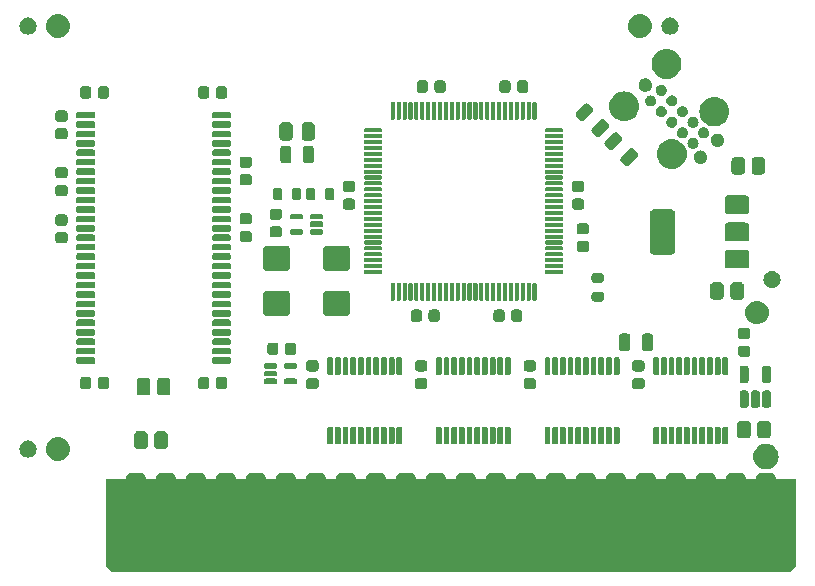
<source format=gts>
G04 #@! TF.GenerationSoftware,KiCad,Pcbnew,7.0.10*
G04 #@! TF.CreationDate,2024-04-24T05:33:21-04:00*
G04 #@! TF.ProjectId,RAM2GS,52414d32-4753-42e6-9b69-6361645f7063,2.2*
G04 #@! TF.SameCoordinates,Original*
G04 #@! TF.FileFunction,Soldermask,Top*
G04 #@! TF.FilePolarity,Negative*
%FSLAX46Y46*%
G04 Gerber Fmt 4.6, Leading zero omitted, Abs format (unit mm)*
G04 Created by KiCad (PCBNEW 7.0.10) date 2024-04-24 05:33:21*
%MOMM*%
%LPD*%
G01*
G04 APERTURE LIST*
G04 APERTURE END LIST*
G36*
X58123999Y-131543771D02*
G01*
X58135712Y-131547869D01*
X58146592Y-131549176D01*
X58202857Y-131571364D01*
X58252635Y-131588782D01*
X58259071Y-131593532D01*
X58262788Y-131594998D01*
X58325758Y-131642749D01*
X58362289Y-131669711D01*
X58389259Y-131706253D01*
X58437001Y-131769211D01*
X58438466Y-131772926D01*
X58443218Y-131779365D01*
X58460642Y-131829162D01*
X58482822Y-131885406D01*
X58484127Y-131896280D01*
X58488229Y-131908001D01*
X58496200Y-131993000D01*
X58496200Y-132042804D01*
X58533396Y-132080000D01*
X59322603Y-132080000D01*
X59359800Y-132042803D01*
X59359800Y-131996798D01*
X59359800Y-131993000D01*
X59367771Y-131908001D01*
X59371869Y-131896288D01*
X59373176Y-131885407D01*
X59395367Y-131829133D01*
X59412782Y-131779365D01*
X59417531Y-131772929D01*
X59418998Y-131769211D01*
X59466777Y-131706204D01*
X59493711Y-131669711D01*
X59530204Y-131642777D01*
X59593211Y-131594998D01*
X59596929Y-131593531D01*
X59603365Y-131588782D01*
X59653140Y-131571365D01*
X59709406Y-131549177D01*
X59720284Y-131547870D01*
X59732001Y-131543771D01*
X59817000Y-131535800D01*
X60579000Y-131535800D01*
X60663999Y-131543771D01*
X60675712Y-131547869D01*
X60686592Y-131549176D01*
X60742857Y-131571364D01*
X60792635Y-131588782D01*
X60799071Y-131593532D01*
X60802788Y-131594998D01*
X60865758Y-131642749D01*
X60902289Y-131669711D01*
X60929259Y-131706253D01*
X60977001Y-131769211D01*
X60978466Y-131772926D01*
X60983218Y-131779365D01*
X61000642Y-131829162D01*
X61022822Y-131885406D01*
X61024127Y-131896280D01*
X61028229Y-131908001D01*
X61036200Y-131993000D01*
X61036200Y-132042804D01*
X61073396Y-132080000D01*
X61862603Y-132080000D01*
X61899800Y-132042803D01*
X61899800Y-131996798D01*
X61899800Y-131993000D01*
X61907771Y-131908001D01*
X61911869Y-131896288D01*
X61913176Y-131885407D01*
X61935367Y-131829133D01*
X61952782Y-131779365D01*
X61957531Y-131772929D01*
X61958998Y-131769211D01*
X62006777Y-131706204D01*
X62033711Y-131669711D01*
X62070204Y-131642777D01*
X62133211Y-131594998D01*
X62136929Y-131593531D01*
X62143365Y-131588782D01*
X62193140Y-131571365D01*
X62249406Y-131549177D01*
X62260284Y-131547870D01*
X62272001Y-131543771D01*
X62357000Y-131535800D01*
X63119000Y-131535800D01*
X63203999Y-131543771D01*
X63215712Y-131547869D01*
X63226592Y-131549176D01*
X63282857Y-131571364D01*
X63332635Y-131588782D01*
X63339071Y-131593532D01*
X63342788Y-131594998D01*
X63405758Y-131642749D01*
X63442289Y-131669711D01*
X63469259Y-131706253D01*
X63517001Y-131769211D01*
X63518466Y-131772926D01*
X63523218Y-131779365D01*
X63540642Y-131829162D01*
X63562822Y-131885406D01*
X63564127Y-131896280D01*
X63568229Y-131908001D01*
X63576200Y-131993000D01*
X63576200Y-132042804D01*
X63613396Y-132080000D01*
X64402603Y-132080000D01*
X64439800Y-132042803D01*
X64439800Y-131996798D01*
X64439800Y-131993000D01*
X64447771Y-131908001D01*
X64451869Y-131896288D01*
X64453176Y-131885407D01*
X64475367Y-131829133D01*
X64492782Y-131779365D01*
X64497531Y-131772929D01*
X64498998Y-131769211D01*
X64546777Y-131706204D01*
X64573711Y-131669711D01*
X64610204Y-131642777D01*
X64673211Y-131594998D01*
X64676929Y-131593531D01*
X64683365Y-131588782D01*
X64733140Y-131571365D01*
X64789406Y-131549177D01*
X64800284Y-131547870D01*
X64812001Y-131543771D01*
X64897000Y-131535800D01*
X65659000Y-131535800D01*
X65743999Y-131543771D01*
X65755712Y-131547869D01*
X65766592Y-131549176D01*
X65822857Y-131571364D01*
X65872635Y-131588782D01*
X65879071Y-131593532D01*
X65882788Y-131594998D01*
X65945758Y-131642749D01*
X65982289Y-131669711D01*
X66009259Y-131706253D01*
X66057001Y-131769211D01*
X66058466Y-131772926D01*
X66063218Y-131779365D01*
X66080642Y-131829162D01*
X66102822Y-131885406D01*
X66104127Y-131896280D01*
X66108229Y-131908001D01*
X66116200Y-131993000D01*
X66116200Y-132042804D01*
X66153396Y-132080000D01*
X66942603Y-132080000D01*
X66979800Y-132042803D01*
X66979800Y-131996798D01*
X66979800Y-131993000D01*
X66987771Y-131908001D01*
X66991869Y-131896288D01*
X66993176Y-131885407D01*
X67015367Y-131829133D01*
X67032782Y-131779365D01*
X67037531Y-131772929D01*
X67038998Y-131769211D01*
X67086777Y-131706204D01*
X67113711Y-131669711D01*
X67150204Y-131642777D01*
X67213211Y-131594998D01*
X67216929Y-131593531D01*
X67223365Y-131588782D01*
X67273140Y-131571365D01*
X67329406Y-131549177D01*
X67340284Y-131547870D01*
X67352001Y-131543771D01*
X67437000Y-131535800D01*
X68199000Y-131535800D01*
X68283999Y-131543771D01*
X68295712Y-131547869D01*
X68306592Y-131549176D01*
X68362857Y-131571364D01*
X68412635Y-131588782D01*
X68419071Y-131593532D01*
X68422788Y-131594998D01*
X68485758Y-131642749D01*
X68522289Y-131669711D01*
X68549259Y-131706253D01*
X68597001Y-131769211D01*
X68598466Y-131772926D01*
X68603218Y-131779365D01*
X68620642Y-131829162D01*
X68642822Y-131885406D01*
X68644127Y-131896280D01*
X68648229Y-131908001D01*
X68656200Y-131993000D01*
X68656200Y-132042804D01*
X68693396Y-132080000D01*
X69482603Y-132080000D01*
X69519800Y-132042803D01*
X69519800Y-131996798D01*
X69519800Y-131993000D01*
X69527771Y-131908001D01*
X69531869Y-131896288D01*
X69533176Y-131885407D01*
X69555367Y-131829133D01*
X69572782Y-131779365D01*
X69577531Y-131772929D01*
X69578998Y-131769211D01*
X69626777Y-131706204D01*
X69653711Y-131669711D01*
X69690204Y-131642777D01*
X69753211Y-131594998D01*
X69756929Y-131593531D01*
X69763365Y-131588782D01*
X69813140Y-131571365D01*
X69869406Y-131549177D01*
X69880284Y-131547870D01*
X69892001Y-131543771D01*
X69977000Y-131535800D01*
X70739000Y-131535800D01*
X70823999Y-131543771D01*
X70835712Y-131547869D01*
X70846592Y-131549176D01*
X70902857Y-131571364D01*
X70952635Y-131588782D01*
X70959071Y-131593532D01*
X70962788Y-131594998D01*
X71025758Y-131642749D01*
X71062289Y-131669711D01*
X71089259Y-131706253D01*
X71137001Y-131769211D01*
X71138466Y-131772926D01*
X71143218Y-131779365D01*
X71160642Y-131829162D01*
X71182822Y-131885406D01*
X71184127Y-131896280D01*
X71188229Y-131908001D01*
X71196200Y-131993000D01*
X71196200Y-132042804D01*
X71233396Y-132080000D01*
X72022603Y-132080000D01*
X72059800Y-132042803D01*
X72059800Y-131996798D01*
X72059800Y-131993000D01*
X72067771Y-131908001D01*
X72071869Y-131896288D01*
X72073176Y-131885407D01*
X72095367Y-131829133D01*
X72112782Y-131779365D01*
X72117531Y-131772929D01*
X72118998Y-131769211D01*
X72166777Y-131706204D01*
X72193711Y-131669711D01*
X72230204Y-131642777D01*
X72293211Y-131594998D01*
X72296929Y-131593531D01*
X72303365Y-131588782D01*
X72353140Y-131571365D01*
X72409406Y-131549177D01*
X72420284Y-131547870D01*
X72432001Y-131543771D01*
X72517000Y-131535800D01*
X73279000Y-131535800D01*
X73363999Y-131543771D01*
X73375712Y-131547869D01*
X73386592Y-131549176D01*
X73442857Y-131571364D01*
X73492635Y-131588782D01*
X73499071Y-131593532D01*
X73502788Y-131594998D01*
X73565758Y-131642749D01*
X73602289Y-131669711D01*
X73629259Y-131706253D01*
X73677001Y-131769211D01*
X73678466Y-131772926D01*
X73683218Y-131779365D01*
X73700642Y-131829162D01*
X73722822Y-131885406D01*
X73724127Y-131896280D01*
X73728229Y-131908001D01*
X73736200Y-131993000D01*
X73736200Y-132042804D01*
X73773396Y-132080000D01*
X74562603Y-132080000D01*
X74599800Y-132042803D01*
X74599800Y-131996798D01*
X74599800Y-131993000D01*
X74607771Y-131908001D01*
X74611869Y-131896288D01*
X74613176Y-131885407D01*
X74635367Y-131829133D01*
X74652782Y-131779365D01*
X74657531Y-131772929D01*
X74658998Y-131769211D01*
X74706777Y-131706204D01*
X74733711Y-131669711D01*
X74770204Y-131642777D01*
X74833211Y-131594998D01*
X74836929Y-131593531D01*
X74843365Y-131588782D01*
X74893140Y-131571365D01*
X74949406Y-131549177D01*
X74960284Y-131547870D01*
X74972001Y-131543771D01*
X75057000Y-131535800D01*
X75819000Y-131535800D01*
X75903999Y-131543771D01*
X75915712Y-131547869D01*
X75926592Y-131549176D01*
X75982857Y-131571364D01*
X76032635Y-131588782D01*
X76039071Y-131593532D01*
X76042788Y-131594998D01*
X76105758Y-131642749D01*
X76142289Y-131669711D01*
X76169259Y-131706253D01*
X76217001Y-131769211D01*
X76218466Y-131772926D01*
X76223218Y-131779365D01*
X76240642Y-131829162D01*
X76262822Y-131885406D01*
X76264127Y-131896280D01*
X76268229Y-131908001D01*
X76276200Y-131993000D01*
X76276200Y-132042804D01*
X76313396Y-132080000D01*
X77102603Y-132080000D01*
X77139800Y-132042803D01*
X77139800Y-131996798D01*
X77139800Y-131993000D01*
X77147771Y-131908001D01*
X77151869Y-131896288D01*
X77153176Y-131885407D01*
X77175367Y-131829133D01*
X77192782Y-131779365D01*
X77197531Y-131772929D01*
X77198998Y-131769211D01*
X77246777Y-131706204D01*
X77273711Y-131669711D01*
X77310204Y-131642777D01*
X77373211Y-131594998D01*
X77376929Y-131593531D01*
X77383365Y-131588782D01*
X77433140Y-131571365D01*
X77489406Y-131549177D01*
X77500284Y-131547870D01*
X77512001Y-131543771D01*
X77597000Y-131535800D01*
X78359000Y-131535800D01*
X78443999Y-131543771D01*
X78455712Y-131547869D01*
X78466592Y-131549176D01*
X78522857Y-131571364D01*
X78572635Y-131588782D01*
X78579071Y-131593532D01*
X78582788Y-131594998D01*
X78645758Y-131642749D01*
X78682289Y-131669711D01*
X78709259Y-131706253D01*
X78757001Y-131769211D01*
X78758466Y-131772926D01*
X78763218Y-131779365D01*
X78780642Y-131829162D01*
X78802822Y-131885406D01*
X78804127Y-131896280D01*
X78808229Y-131908001D01*
X78816200Y-131993000D01*
X78816200Y-132042804D01*
X78853396Y-132080000D01*
X79642603Y-132080000D01*
X79679800Y-132042803D01*
X79679800Y-131996798D01*
X79679800Y-131993000D01*
X79687771Y-131908001D01*
X79691869Y-131896288D01*
X79693176Y-131885407D01*
X79715367Y-131829133D01*
X79732782Y-131779365D01*
X79737531Y-131772929D01*
X79738998Y-131769211D01*
X79786777Y-131706204D01*
X79813711Y-131669711D01*
X79850204Y-131642777D01*
X79913211Y-131594998D01*
X79916929Y-131593531D01*
X79923365Y-131588782D01*
X79973140Y-131571365D01*
X80029406Y-131549177D01*
X80040284Y-131547870D01*
X80052001Y-131543771D01*
X80137000Y-131535800D01*
X80899000Y-131535800D01*
X80983999Y-131543771D01*
X80995712Y-131547869D01*
X81006592Y-131549176D01*
X81062857Y-131571364D01*
X81112635Y-131588782D01*
X81119071Y-131593532D01*
X81122788Y-131594998D01*
X81185758Y-131642749D01*
X81222289Y-131669711D01*
X81249259Y-131706253D01*
X81297001Y-131769211D01*
X81298466Y-131772926D01*
X81303218Y-131779365D01*
X81320642Y-131829162D01*
X81342822Y-131885406D01*
X81344127Y-131896280D01*
X81348229Y-131908001D01*
X81356200Y-131993000D01*
X81356200Y-132042804D01*
X81393396Y-132080000D01*
X82182603Y-132080000D01*
X82219800Y-132042803D01*
X82219800Y-131996798D01*
X82219800Y-131993000D01*
X82227771Y-131908001D01*
X82231869Y-131896288D01*
X82233176Y-131885407D01*
X82255367Y-131829133D01*
X82272782Y-131779365D01*
X82277531Y-131772929D01*
X82278998Y-131769211D01*
X82326777Y-131706204D01*
X82353711Y-131669711D01*
X82390204Y-131642777D01*
X82453211Y-131594998D01*
X82456929Y-131593531D01*
X82463365Y-131588782D01*
X82513140Y-131571365D01*
X82569406Y-131549177D01*
X82580284Y-131547870D01*
X82592001Y-131543771D01*
X82677000Y-131535800D01*
X83439000Y-131535800D01*
X83523999Y-131543771D01*
X83535712Y-131547869D01*
X83546592Y-131549176D01*
X83602857Y-131571364D01*
X83652635Y-131588782D01*
X83659071Y-131593532D01*
X83662788Y-131594998D01*
X83725758Y-131642749D01*
X83762289Y-131669711D01*
X83789259Y-131706253D01*
X83837001Y-131769211D01*
X83838466Y-131772926D01*
X83843218Y-131779365D01*
X83860642Y-131829162D01*
X83882822Y-131885406D01*
X83884127Y-131896280D01*
X83888229Y-131908001D01*
X83896200Y-131993000D01*
X83896200Y-132042804D01*
X83933396Y-132080000D01*
X84722603Y-132080000D01*
X84759800Y-132042803D01*
X84759800Y-131996798D01*
X84759800Y-131993000D01*
X84767771Y-131908001D01*
X84771869Y-131896288D01*
X84773176Y-131885407D01*
X84795367Y-131829133D01*
X84812782Y-131779365D01*
X84817531Y-131772929D01*
X84818998Y-131769211D01*
X84866777Y-131706204D01*
X84893711Y-131669711D01*
X84930204Y-131642777D01*
X84993211Y-131594998D01*
X84996929Y-131593531D01*
X85003365Y-131588782D01*
X85053140Y-131571365D01*
X85109406Y-131549177D01*
X85120284Y-131547870D01*
X85132001Y-131543771D01*
X85217000Y-131535800D01*
X85979000Y-131535800D01*
X86063999Y-131543771D01*
X86075712Y-131547869D01*
X86086592Y-131549176D01*
X86142857Y-131571364D01*
X86192635Y-131588782D01*
X86199071Y-131593532D01*
X86202788Y-131594998D01*
X86265758Y-131642749D01*
X86302289Y-131669711D01*
X86329259Y-131706253D01*
X86377001Y-131769211D01*
X86378466Y-131772926D01*
X86383218Y-131779365D01*
X86400642Y-131829162D01*
X86422822Y-131885406D01*
X86424127Y-131896280D01*
X86428229Y-131908001D01*
X86436200Y-131993000D01*
X86436200Y-132042804D01*
X86473396Y-132080000D01*
X87262603Y-132080000D01*
X87299800Y-132042803D01*
X87299800Y-131996798D01*
X87299800Y-131993000D01*
X87307771Y-131908001D01*
X87311869Y-131896288D01*
X87313176Y-131885407D01*
X87335367Y-131829133D01*
X87352782Y-131779365D01*
X87357531Y-131772929D01*
X87358998Y-131769211D01*
X87406777Y-131706204D01*
X87433711Y-131669711D01*
X87470204Y-131642777D01*
X87533211Y-131594998D01*
X87536929Y-131593531D01*
X87543365Y-131588782D01*
X87593140Y-131571365D01*
X87649406Y-131549177D01*
X87660284Y-131547870D01*
X87672001Y-131543771D01*
X87757000Y-131535800D01*
X88519000Y-131535800D01*
X88603999Y-131543771D01*
X88615712Y-131547869D01*
X88626592Y-131549176D01*
X88682857Y-131571364D01*
X88732635Y-131588782D01*
X88739071Y-131593532D01*
X88742788Y-131594998D01*
X88805758Y-131642749D01*
X88842289Y-131669711D01*
X88869259Y-131706253D01*
X88917001Y-131769211D01*
X88918466Y-131772926D01*
X88923218Y-131779365D01*
X88940642Y-131829162D01*
X88962822Y-131885406D01*
X88964127Y-131896280D01*
X88968229Y-131908001D01*
X88976200Y-131993000D01*
X88976200Y-132042804D01*
X89013396Y-132080000D01*
X89802603Y-132080000D01*
X89839800Y-132042803D01*
X89839800Y-131996798D01*
X89839800Y-131993000D01*
X89847771Y-131908001D01*
X89851869Y-131896288D01*
X89853176Y-131885407D01*
X89875367Y-131829133D01*
X89892782Y-131779365D01*
X89897531Y-131772929D01*
X89898998Y-131769211D01*
X89946777Y-131706204D01*
X89973711Y-131669711D01*
X90010204Y-131642777D01*
X90073211Y-131594998D01*
X90076929Y-131593531D01*
X90083365Y-131588782D01*
X90133140Y-131571365D01*
X90189406Y-131549177D01*
X90200284Y-131547870D01*
X90212001Y-131543771D01*
X90297000Y-131535800D01*
X91059000Y-131535800D01*
X91143999Y-131543771D01*
X91155712Y-131547869D01*
X91166592Y-131549176D01*
X91222857Y-131571364D01*
X91272635Y-131588782D01*
X91279071Y-131593532D01*
X91282788Y-131594998D01*
X91345758Y-131642749D01*
X91382289Y-131669711D01*
X91409259Y-131706253D01*
X91457001Y-131769211D01*
X91458466Y-131772926D01*
X91463218Y-131779365D01*
X91480642Y-131829162D01*
X91502822Y-131885406D01*
X91504127Y-131896280D01*
X91508229Y-131908001D01*
X91516200Y-131993000D01*
X91516200Y-132042804D01*
X91553396Y-132080000D01*
X92342603Y-132080000D01*
X92379800Y-132042803D01*
X92379800Y-131996798D01*
X92379800Y-131993000D01*
X92387771Y-131908001D01*
X92391869Y-131896288D01*
X92393176Y-131885407D01*
X92415367Y-131829133D01*
X92432782Y-131779365D01*
X92437531Y-131772929D01*
X92438998Y-131769211D01*
X92486777Y-131706204D01*
X92513711Y-131669711D01*
X92550204Y-131642777D01*
X92613211Y-131594998D01*
X92616929Y-131593531D01*
X92623365Y-131588782D01*
X92673140Y-131571365D01*
X92729406Y-131549177D01*
X92740284Y-131547870D01*
X92752001Y-131543771D01*
X92837000Y-131535800D01*
X93599000Y-131535800D01*
X93683999Y-131543771D01*
X93695712Y-131547869D01*
X93706592Y-131549176D01*
X93762857Y-131571364D01*
X93812635Y-131588782D01*
X93819071Y-131593532D01*
X93822788Y-131594998D01*
X93885758Y-131642749D01*
X93922289Y-131669711D01*
X93949259Y-131706253D01*
X93997001Y-131769211D01*
X93998466Y-131772926D01*
X94003218Y-131779365D01*
X94020642Y-131829162D01*
X94042822Y-131885406D01*
X94044127Y-131896280D01*
X94048229Y-131908001D01*
X94056200Y-131993000D01*
X94056200Y-132042804D01*
X94093396Y-132080000D01*
X94882603Y-132080000D01*
X94919800Y-132042803D01*
X94919800Y-131996798D01*
X94919800Y-131993000D01*
X94927771Y-131908001D01*
X94931869Y-131896288D01*
X94933176Y-131885407D01*
X94955367Y-131829133D01*
X94972782Y-131779365D01*
X94977531Y-131772929D01*
X94978998Y-131769211D01*
X95026777Y-131706204D01*
X95053711Y-131669711D01*
X95090204Y-131642777D01*
X95153211Y-131594998D01*
X95156929Y-131593531D01*
X95163365Y-131588782D01*
X95213140Y-131571365D01*
X95269406Y-131549177D01*
X95280284Y-131547870D01*
X95292001Y-131543771D01*
X95377000Y-131535800D01*
X96139000Y-131535800D01*
X96223999Y-131543771D01*
X96235712Y-131547869D01*
X96246592Y-131549176D01*
X96302857Y-131571364D01*
X96352635Y-131588782D01*
X96359071Y-131593532D01*
X96362788Y-131594998D01*
X96425758Y-131642749D01*
X96462289Y-131669711D01*
X96489259Y-131706253D01*
X96537001Y-131769211D01*
X96538466Y-131772926D01*
X96543218Y-131779365D01*
X96560642Y-131829162D01*
X96582822Y-131885406D01*
X96584127Y-131896280D01*
X96588229Y-131908001D01*
X96596200Y-131993000D01*
X96596200Y-132042804D01*
X96633396Y-132080000D01*
X97422603Y-132080000D01*
X97459800Y-132042803D01*
X97459800Y-131996798D01*
X97459800Y-131993000D01*
X97467771Y-131908001D01*
X97471869Y-131896288D01*
X97473176Y-131885407D01*
X97495367Y-131829133D01*
X97512782Y-131779365D01*
X97517531Y-131772929D01*
X97518998Y-131769211D01*
X97566777Y-131706204D01*
X97593711Y-131669711D01*
X97630204Y-131642777D01*
X97693211Y-131594998D01*
X97696929Y-131593531D01*
X97703365Y-131588782D01*
X97753140Y-131571365D01*
X97809406Y-131549177D01*
X97820284Y-131547870D01*
X97832001Y-131543771D01*
X97917000Y-131535800D01*
X98679000Y-131535800D01*
X98763999Y-131543771D01*
X98775712Y-131547869D01*
X98786592Y-131549176D01*
X98842857Y-131571364D01*
X98892635Y-131588782D01*
X98899071Y-131593532D01*
X98902788Y-131594998D01*
X98965758Y-131642749D01*
X99002289Y-131669711D01*
X99029259Y-131706253D01*
X99077001Y-131769211D01*
X99078466Y-131772926D01*
X99083218Y-131779365D01*
X99100642Y-131829162D01*
X99122822Y-131885406D01*
X99124127Y-131896280D01*
X99128229Y-131908001D01*
X99136200Y-131993000D01*
X99136200Y-132042804D01*
X99173396Y-132080000D01*
X99962603Y-132080000D01*
X99999800Y-132042803D01*
X99999800Y-131996798D01*
X99999800Y-131993000D01*
X100007771Y-131908001D01*
X100011869Y-131896288D01*
X100013176Y-131885407D01*
X100035367Y-131829133D01*
X100052782Y-131779365D01*
X100057531Y-131772929D01*
X100058998Y-131769211D01*
X100106777Y-131706204D01*
X100133711Y-131669711D01*
X100170204Y-131642777D01*
X100233211Y-131594998D01*
X100236929Y-131593531D01*
X100243365Y-131588782D01*
X100293140Y-131571365D01*
X100349406Y-131549177D01*
X100360284Y-131547870D01*
X100372001Y-131543771D01*
X100457000Y-131535800D01*
X101219000Y-131535800D01*
X101303999Y-131543771D01*
X101315712Y-131547869D01*
X101326592Y-131549176D01*
X101382857Y-131571364D01*
X101432635Y-131588782D01*
X101439071Y-131593532D01*
X101442788Y-131594998D01*
X101505758Y-131642749D01*
X101542289Y-131669711D01*
X101569259Y-131706253D01*
X101617001Y-131769211D01*
X101618466Y-131772926D01*
X101623218Y-131779365D01*
X101640642Y-131829162D01*
X101662822Y-131885406D01*
X101664127Y-131896280D01*
X101668229Y-131908001D01*
X101676200Y-131993000D01*
X101676200Y-132042804D01*
X101713396Y-132080000D01*
X102502603Y-132080000D01*
X102539800Y-132042803D01*
X102539800Y-131996798D01*
X102539800Y-131993000D01*
X102547771Y-131908001D01*
X102551869Y-131896288D01*
X102553176Y-131885407D01*
X102575367Y-131829133D01*
X102592782Y-131779365D01*
X102597531Y-131772929D01*
X102598998Y-131769211D01*
X102646777Y-131706204D01*
X102673711Y-131669711D01*
X102710204Y-131642777D01*
X102773211Y-131594998D01*
X102776929Y-131593531D01*
X102783365Y-131588782D01*
X102833140Y-131571365D01*
X102889406Y-131549177D01*
X102900284Y-131547870D01*
X102912001Y-131543771D01*
X102997000Y-131535800D01*
X103759000Y-131535800D01*
X103843999Y-131543771D01*
X103855712Y-131547869D01*
X103866592Y-131549176D01*
X103922857Y-131571364D01*
X103972635Y-131588782D01*
X103979071Y-131593532D01*
X103982788Y-131594998D01*
X104045758Y-131642749D01*
X104082289Y-131669711D01*
X104109259Y-131706253D01*
X104157001Y-131769211D01*
X104158466Y-131772926D01*
X104163218Y-131779365D01*
X104180642Y-131829162D01*
X104202822Y-131885406D01*
X104204127Y-131896280D01*
X104208229Y-131908001D01*
X104216200Y-131993000D01*
X104216200Y-132042804D01*
X104253396Y-132080000D01*
X105042603Y-132080000D01*
X105079800Y-132042803D01*
X105079800Y-131996798D01*
X105079800Y-131993000D01*
X105087771Y-131908001D01*
X105091869Y-131896288D01*
X105093176Y-131885407D01*
X105115367Y-131829133D01*
X105132782Y-131779365D01*
X105137531Y-131772929D01*
X105138998Y-131769211D01*
X105186777Y-131706204D01*
X105213711Y-131669711D01*
X105250204Y-131642777D01*
X105313211Y-131594998D01*
X105316929Y-131593531D01*
X105323365Y-131588782D01*
X105373140Y-131571365D01*
X105429406Y-131549177D01*
X105440284Y-131547870D01*
X105452001Y-131543771D01*
X105537000Y-131535800D01*
X106299000Y-131535800D01*
X106383999Y-131543771D01*
X106395712Y-131547869D01*
X106406592Y-131549176D01*
X106462857Y-131571364D01*
X106512635Y-131588782D01*
X106519071Y-131593532D01*
X106522788Y-131594998D01*
X106585758Y-131642749D01*
X106622289Y-131669711D01*
X106649259Y-131706253D01*
X106697001Y-131769211D01*
X106698466Y-131772926D01*
X106703218Y-131779365D01*
X106720642Y-131829162D01*
X106742822Y-131885406D01*
X106744127Y-131896280D01*
X106748229Y-131908001D01*
X106756200Y-131993000D01*
X106756200Y-132042804D01*
X106793396Y-132080000D01*
X107582603Y-132080000D01*
X107619800Y-132042803D01*
X107619800Y-131996798D01*
X107619800Y-131993000D01*
X107627771Y-131908001D01*
X107631869Y-131896288D01*
X107633176Y-131885407D01*
X107655367Y-131829133D01*
X107672782Y-131779365D01*
X107677531Y-131772929D01*
X107678998Y-131769211D01*
X107726777Y-131706204D01*
X107753711Y-131669711D01*
X107790204Y-131642777D01*
X107853211Y-131594998D01*
X107856929Y-131593531D01*
X107863365Y-131588782D01*
X107913140Y-131571365D01*
X107969406Y-131549177D01*
X107980284Y-131547870D01*
X107992001Y-131543771D01*
X108077000Y-131535800D01*
X108839000Y-131535800D01*
X108923999Y-131543771D01*
X108935712Y-131547869D01*
X108946592Y-131549176D01*
X109002857Y-131571364D01*
X109052635Y-131588782D01*
X109059071Y-131593532D01*
X109062788Y-131594998D01*
X109125758Y-131642749D01*
X109162289Y-131669711D01*
X109189259Y-131706253D01*
X109237001Y-131769211D01*
X109238466Y-131772926D01*
X109243218Y-131779365D01*
X109260642Y-131829162D01*
X109282822Y-131885406D01*
X109284127Y-131896280D01*
X109288229Y-131908001D01*
X109296200Y-131993000D01*
X109296200Y-132042804D01*
X109333396Y-132080000D01*
X110122603Y-132080000D01*
X110159800Y-132042803D01*
X110159800Y-131996798D01*
X110159800Y-131993000D01*
X110167771Y-131908001D01*
X110171869Y-131896288D01*
X110173176Y-131885407D01*
X110195367Y-131829133D01*
X110212782Y-131779365D01*
X110217531Y-131772929D01*
X110218998Y-131769211D01*
X110266777Y-131706204D01*
X110293711Y-131669711D01*
X110330204Y-131642777D01*
X110393211Y-131594998D01*
X110396929Y-131593531D01*
X110403365Y-131588782D01*
X110453140Y-131571365D01*
X110509406Y-131549177D01*
X110520284Y-131547870D01*
X110532001Y-131543771D01*
X110617000Y-131535800D01*
X111379000Y-131535800D01*
X111463999Y-131543771D01*
X111475712Y-131547869D01*
X111486592Y-131549176D01*
X111542857Y-131571364D01*
X111592635Y-131588782D01*
X111599071Y-131593532D01*
X111602788Y-131594998D01*
X111665758Y-131642749D01*
X111702289Y-131669711D01*
X111729259Y-131706253D01*
X111777001Y-131769211D01*
X111778466Y-131772926D01*
X111783218Y-131779365D01*
X111800642Y-131829162D01*
X111822822Y-131885406D01*
X111824127Y-131896280D01*
X111828229Y-131908001D01*
X111836200Y-131993000D01*
X111836200Y-132042804D01*
X111873396Y-132080000D01*
X113538000Y-132080000D01*
X113538000Y-139446000D01*
X113030000Y-139954000D01*
X113017372Y-139954000D01*
X55638631Y-139954000D01*
X55626000Y-139954000D01*
X55118000Y-139446000D01*
X55118000Y-132080000D01*
X56782603Y-132080000D01*
X56819800Y-132042803D01*
X56819800Y-131996798D01*
X56819800Y-131993000D01*
X56827771Y-131908001D01*
X56831869Y-131896288D01*
X56833176Y-131885407D01*
X56855367Y-131829133D01*
X56872782Y-131779365D01*
X56877531Y-131772929D01*
X56878998Y-131769211D01*
X56926777Y-131706204D01*
X56953711Y-131669711D01*
X56990204Y-131642777D01*
X57053211Y-131594998D01*
X57056929Y-131593531D01*
X57063365Y-131588782D01*
X57113140Y-131571365D01*
X57169406Y-131549177D01*
X57180284Y-131547870D01*
X57192001Y-131543771D01*
X57277000Y-131535800D01*
X58039000Y-131535800D01*
X58123999Y-131543771D01*
G37*
G36*
X111292516Y-129139883D02*
G01*
X111477704Y-129211625D01*
X111646555Y-129316174D01*
X111793321Y-129449969D01*
X111913004Y-129608454D01*
X112001527Y-129786232D01*
X112055876Y-129977249D01*
X112074200Y-130175000D01*
X112055876Y-130372751D01*
X112001527Y-130563768D01*
X111913004Y-130741546D01*
X111793321Y-130900031D01*
X111646555Y-131033826D01*
X111477704Y-131138375D01*
X111292516Y-131210117D01*
X111097299Y-131246609D01*
X110898701Y-131246609D01*
X110703484Y-131210117D01*
X110518296Y-131138375D01*
X110349445Y-131033826D01*
X110202679Y-130900031D01*
X110082996Y-130741546D01*
X109994473Y-130563768D01*
X109940124Y-130372751D01*
X109921800Y-130175000D01*
X109940124Y-129977249D01*
X109994473Y-129786232D01*
X110082996Y-129608454D01*
X110202679Y-129449969D01*
X110349445Y-129316174D01*
X110518296Y-129211625D01*
X110703484Y-129139883D01*
X110898701Y-129103391D01*
X111097299Y-129103391D01*
X111292516Y-129139883D01*
G37*
G36*
X51249090Y-128559215D02*
G01*
X51436683Y-128616120D01*
X51609570Y-128708530D01*
X51761107Y-128832893D01*
X51885470Y-128984430D01*
X51977880Y-129157317D01*
X52034785Y-129344910D01*
X52054000Y-129540000D01*
X52034785Y-129735090D01*
X51977880Y-129922683D01*
X51885470Y-130095570D01*
X51761107Y-130247107D01*
X51609570Y-130371470D01*
X51436683Y-130463880D01*
X51249090Y-130520785D01*
X51054000Y-130540000D01*
X50858910Y-130520785D01*
X50671317Y-130463880D01*
X50498430Y-130371470D01*
X50346893Y-130247107D01*
X50222530Y-130095570D01*
X50130120Y-129922683D01*
X50073215Y-129735090D01*
X50054000Y-129540000D01*
X50073215Y-129344910D01*
X50130120Y-129157317D01*
X50222530Y-128984430D01*
X50346893Y-128832893D01*
X50498430Y-128708530D01*
X50671317Y-128616120D01*
X50858910Y-128559215D01*
X51054000Y-128540000D01*
X51249090Y-128559215D01*
G37*
G36*
X48675105Y-128834152D02*
G01*
X48828132Y-128887699D01*
X48965407Y-128973954D01*
X49080046Y-129088593D01*
X49166301Y-129225868D01*
X49219848Y-129378895D01*
X49238000Y-129540000D01*
X49219848Y-129701105D01*
X49166301Y-129854132D01*
X49080046Y-129991407D01*
X48965407Y-130106046D01*
X48828132Y-130192301D01*
X48675105Y-130245848D01*
X48514000Y-130264000D01*
X48352895Y-130245848D01*
X48199868Y-130192301D01*
X48062593Y-130106046D01*
X47947954Y-129991407D01*
X47861699Y-129854132D01*
X47808152Y-129701105D01*
X47790000Y-129540000D01*
X47808152Y-129378895D01*
X47861699Y-129225868D01*
X47947954Y-129088593D01*
X48062593Y-128973954D01*
X48199868Y-128887699D01*
X48352895Y-128834152D01*
X48514000Y-128816000D01*
X48675105Y-128834152D01*
G37*
G36*
X58421381Y-128038648D02*
G01*
X58427015Y-128041275D01*
X58428812Y-128041537D01*
X58454342Y-128054018D01*
X58519743Y-128084515D01*
X58596485Y-128161257D01*
X58626992Y-128226680D01*
X58639462Y-128252187D01*
X58639723Y-128253982D01*
X58642352Y-128259619D01*
X58653000Y-128340500D01*
X58653000Y-129215500D01*
X58642352Y-129296381D01*
X58639723Y-129302018D01*
X58639462Y-129303812D01*
X58627002Y-129329298D01*
X58596485Y-129394743D01*
X58519743Y-129471485D01*
X58454298Y-129502002D01*
X58428812Y-129514462D01*
X58427018Y-129514723D01*
X58421381Y-129517352D01*
X58340500Y-129528000D01*
X57815500Y-129528000D01*
X57734619Y-129517352D01*
X57728982Y-129514723D01*
X57727187Y-129514462D01*
X57701680Y-129501992D01*
X57636257Y-129471485D01*
X57559515Y-129394743D01*
X57529018Y-129329342D01*
X57516537Y-129303812D01*
X57516275Y-129302015D01*
X57513648Y-129296381D01*
X57503000Y-129215500D01*
X57503000Y-128340500D01*
X57513648Y-128259619D01*
X57516274Y-128253985D01*
X57516537Y-128252187D01*
X57529028Y-128226635D01*
X57559515Y-128161257D01*
X57636257Y-128084515D01*
X57701635Y-128054028D01*
X57727187Y-128041537D01*
X57728985Y-128041274D01*
X57734619Y-128038648D01*
X57815500Y-128028000D01*
X58340500Y-128028000D01*
X58421381Y-128038648D01*
G37*
G36*
X60121381Y-128038648D02*
G01*
X60127015Y-128041275D01*
X60128812Y-128041537D01*
X60154342Y-128054018D01*
X60219743Y-128084515D01*
X60296485Y-128161257D01*
X60326992Y-128226680D01*
X60339462Y-128252187D01*
X60339723Y-128253982D01*
X60342352Y-128259619D01*
X60353000Y-128340500D01*
X60353000Y-129215500D01*
X60342352Y-129296381D01*
X60339723Y-129302018D01*
X60339462Y-129303812D01*
X60327002Y-129329298D01*
X60296485Y-129394743D01*
X60219743Y-129471485D01*
X60154298Y-129502002D01*
X60128812Y-129514462D01*
X60127018Y-129514723D01*
X60121381Y-129517352D01*
X60040500Y-129528000D01*
X59515500Y-129528000D01*
X59434619Y-129517352D01*
X59428982Y-129514723D01*
X59427187Y-129514462D01*
X59401680Y-129501992D01*
X59336257Y-129471485D01*
X59259515Y-129394743D01*
X59229018Y-129329342D01*
X59216537Y-129303812D01*
X59216275Y-129302015D01*
X59213648Y-129296381D01*
X59203000Y-129215500D01*
X59203000Y-128340500D01*
X59213648Y-128259619D01*
X59216274Y-128253985D01*
X59216537Y-128252187D01*
X59229028Y-128226635D01*
X59259515Y-128161257D01*
X59336257Y-128084515D01*
X59401635Y-128054028D01*
X59427187Y-128041537D01*
X59428985Y-128041274D01*
X59434619Y-128038648D01*
X59515500Y-128028000D01*
X60040500Y-128028000D01*
X60121381Y-128038648D01*
G37*
G36*
X74264736Y-127661390D02*
G01*
X74309020Y-127690980D01*
X74338610Y-127735264D01*
X74349000Y-127787500D01*
X74349000Y-129012500D01*
X74338610Y-129064736D01*
X74309020Y-129109020D01*
X74264736Y-129138610D01*
X74212500Y-129149000D01*
X73987500Y-129149000D01*
X73935264Y-129138610D01*
X73890980Y-129109020D01*
X73861390Y-129064736D01*
X73851000Y-129012500D01*
X73851000Y-127787500D01*
X73861390Y-127735264D01*
X73890980Y-127690980D01*
X73935264Y-127661390D01*
X73987500Y-127651000D01*
X74212500Y-127651000D01*
X74264736Y-127661390D01*
G37*
G36*
X74914736Y-127661390D02*
G01*
X74959020Y-127690980D01*
X74988610Y-127735264D01*
X74999000Y-127787500D01*
X74999000Y-129012500D01*
X74988610Y-129064736D01*
X74959020Y-129109020D01*
X74914736Y-129138610D01*
X74862500Y-129149000D01*
X74637500Y-129149000D01*
X74585264Y-129138610D01*
X74540980Y-129109020D01*
X74511390Y-129064736D01*
X74501000Y-129012500D01*
X74501000Y-127787500D01*
X74511390Y-127735264D01*
X74540980Y-127690980D01*
X74585264Y-127661390D01*
X74637500Y-127651000D01*
X74862500Y-127651000D01*
X74914736Y-127661390D01*
G37*
G36*
X75564736Y-127661390D02*
G01*
X75609020Y-127690980D01*
X75638610Y-127735264D01*
X75649000Y-127787500D01*
X75649000Y-129012500D01*
X75638610Y-129064736D01*
X75609020Y-129109020D01*
X75564736Y-129138610D01*
X75512500Y-129149000D01*
X75287500Y-129149000D01*
X75235264Y-129138610D01*
X75190980Y-129109020D01*
X75161390Y-129064736D01*
X75151000Y-129012500D01*
X75151000Y-127787500D01*
X75161390Y-127735264D01*
X75190980Y-127690980D01*
X75235264Y-127661390D01*
X75287500Y-127651000D01*
X75512500Y-127651000D01*
X75564736Y-127661390D01*
G37*
G36*
X76214736Y-127661390D02*
G01*
X76259020Y-127690980D01*
X76288610Y-127735264D01*
X76299000Y-127787500D01*
X76299000Y-129012500D01*
X76288610Y-129064736D01*
X76259020Y-129109020D01*
X76214736Y-129138610D01*
X76162500Y-129149000D01*
X75937500Y-129149000D01*
X75885264Y-129138610D01*
X75840980Y-129109020D01*
X75811390Y-129064736D01*
X75801000Y-129012500D01*
X75801000Y-127787500D01*
X75811390Y-127735264D01*
X75840980Y-127690980D01*
X75885264Y-127661390D01*
X75937500Y-127651000D01*
X76162500Y-127651000D01*
X76214736Y-127661390D01*
G37*
G36*
X76864736Y-127661390D02*
G01*
X76909020Y-127690980D01*
X76938610Y-127735264D01*
X76949000Y-127787500D01*
X76949000Y-129012500D01*
X76938610Y-129064736D01*
X76909020Y-129109020D01*
X76864736Y-129138610D01*
X76812500Y-129149000D01*
X76587500Y-129149000D01*
X76535264Y-129138610D01*
X76490980Y-129109020D01*
X76461390Y-129064736D01*
X76451000Y-129012500D01*
X76451000Y-127787500D01*
X76461390Y-127735264D01*
X76490980Y-127690980D01*
X76535264Y-127661390D01*
X76587500Y-127651000D01*
X76812500Y-127651000D01*
X76864736Y-127661390D01*
G37*
G36*
X77514736Y-127661390D02*
G01*
X77559020Y-127690980D01*
X77588610Y-127735264D01*
X77599000Y-127787500D01*
X77599000Y-129012500D01*
X77588610Y-129064736D01*
X77559020Y-129109020D01*
X77514736Y-129138610D01*
X77462500Y-129149000D01*
X77237500Y-129149000D01*
X77185264Y-129138610D01*
X77140980Y-129109020D01*
X77111390Y-129064736D01*
X77101000Y-129012500D01*
X77101000Y-127787500D01*
X77111390Y-127735264D01*
X77140980Y-127690980D01*
X77185264Y-127661390D01*
X77237500Y-127651000D01*
X77462500Y-127651000D01*
X77514736Y-127661390D01*
G37*
G36*
X78164736Y-127661390D02*
G01*
X78209020Y-127690980D01*
X78238610Y-127735264D01*
X78249000Y-127787500D01*
X78249000Y-129012500D01*
X78238610Y-129064736D01*
X78209020Y-129109020D01*
X78164736Y-129138610D01*
X78112500Y-129149000D01*
X77887500Y-129149000D01*
X77835264Y-129138610D01*
X77790980Y-129109020D01*
X77761390Y-129064736D01*
X77751000Y-129012500D01*
X77751000Y-127787500D01*
X77761390Y-127735264D01*
X77790980Y-127690980D01*
X77835264Y-127661390D01*
X77887500Y-127651000D01*
X78112500Y-127651000D01*
X78164736Y-127661390D01*
G37*
G36*
X78814736Y-127661390D02*
G01*
X78859020Y-127690980D01*
X78888610Y-127735264D01*
X78899000Y-127787500D01*
X78899000Y-129012500D01*
X78888610Y-129064736D01*
X78859020Y-129109020D01*
X78814736Y-129138610D01*
X78762500Y-129149000D01*
X78537500Y-129149000D01*
X78485264Y-129138610D01*
X78440980Y-129109020D01*
X78411390Y-129064736D01*
X78401000Y-129012500D01*
X78401000Y-127787500D01*
X78411390Y-127735264D01*
X78440980Y-127690980D01*
X78485264Y-127661390D01*
X78537500Y-127651000D01*
X78762500Y-127651000D01*
X78814736Y-127661390D01*
G37*
G36*
X79464736Y-127661390D02*
G01*
X79509020Y-127690980D01*
X79538610Y-127735264D01*
X79549000Y-127787500D01*
X79549000Y-129012500D01*
X79538610Y-129064736D01*
X79509020Y-129109020D01*
X79464736Y-129138610D01*
X79412500Y-129149000D01*
X79187500Y-129149000D01*
X79135264Y-129138610D01*
X79090980Y-129109020D01*
X79061390Y-129064736D01*
X79051000Y-129012500D01*
X79051000Y-127787500D01*
X79061390Y-127735264D01*
X79090980Y-127690980D01*
X79135264Y-127661390D01*
X79187500Y-127651000D01*
X79412500Y-127651000D01*
X79464736Y-127661390D01*
G37*
G36*
X80114736Y-127661390D02*
G01*
X80159020Y-127690980D01*
X80188610Y-127735264D01*
X80199000Y-127787500D01*
X80199000Y-129012500D01*
X80188610Y-129064736D01*
X80159020Y-129109020D01*
X80114736Y-129138610D01*
X80062500Y-129149000D01*
X79837500Y-129149000D01*
X79785264Y-129138610D01*
X79740980Y-129109020D01*
X79711390Y-129064736D01*
X79701000Y-129012500D01*
X79701000Y-127787500D01*
X79711390Y-127735264D01*
X79740980Y-127690980D01*
X79785264Y-127661390D01*
X79837500Y-127651000D01*
X80062500Y-127651000D01*
X80114736Y-127661390D01*
G37*
G36*
X83464736Y-127661390D02*
G01*
X83509020Y-127690980D01*
X83538610Y-127735264D01*
X83549000Y-127787500D01*
X83549000Y-129012500D01*
X83538610Y-129064736D01*
X83509020Y-129109020D01*
X83464736Y-129138610D01*
X83412500Y-129149000D01*
X83187500Y-129149000D01*
X83135264Y-129138610D01*
X83090980Y-129109020D01*
X83061390Y-129064736D01*
X83051000Y-129012500D01*
X83051000Y-127787500D01*
X83061390Y-127735264D01*
X83090980Y-127690980D01*
X83135264Y-127661390D01*
X83187500Y-127651000D01*
X83412500Y-127651000D01*
X83464736Y-127661390D01*
G37*
G36*
X84114736Y-127661390D02*
G01*
X84159020Y-127690980D01*
X84188610Y-127735264D01*
X84199000Y-127787500D01*
X84199000Y-129012500D01*
X84188610Y-129064736D01*
X84159020Y-129109020D01*
X84114736Y-129138610D01*
X84062500Y-129149000D01*
X83837500Y-129149000D01*
X83785264Y-129138610D01*
X83740980Y-129109020D01*
X83711390Y-129064736D01*
X83701000Y-129012500D01*
X83701000Y-127787500D01*
X83711390Y-127735264D01*
X83740980Y-127690980D01*
X83785264Y-127661390D01*
X83837500Y-127651000D01*
X84062500Y-127651000D01*
X84114736Y-127661390D01*
G37*
G36*
X84764736Y-127661390D02*
G01*
X84809020Y-127690980D01*
X84838610Y-127735264D01*
X84849000Y-127787500D01*
X84849000Y-129012500D01*
X84838610Y-129064736D01*
X84809020Y-129109020D01*
X84764736Y-129138610D01*
X84712500Y-129149000D01*
X84487500Y-129149000D01*
X84435264Y-129138610D01*
X84390980Y-129109020D01*
X84361390Y-129064736D01*
X84351000Y-129012500D01*
X84351000Y-127787500D01*
X84361390Y-127735264D01*
X84390980Y-127690980D01*
X84435264Y-127661390D01*
X84487500Y-127651000D01*
X84712500Y-127651000D01*
X84764736Y-127661390D01*
G37*
G36*
X85414736Y-127661390D02*
G01*
X85459020Y-127690980D01*
X85488610Y-127735264D01*
X85499000Y-127787500D01*
X85499000Y-129012500D01*
X85488610Y-129064736D01*
X85459020Y-129109020D01*
X85414736Y-129138610D01*
X85362500Y-129149000D01*
X85137500Y-129149000D01*
X85085264Y-129138610D01*
X85040980Y-129109020D01*
X85011390Y-129064736D01*
X85001000Y-129012500D01*
X85001000Y-127787500D01*
X85011390Y-127735264D01*
X85040980Y-127690980D01*
X85085264Y-127661390D01*
X85137500Y-127651000D01*
X85362500Y-127651000D01*
X85414736Y-127661390D01*
G37*
G36*
X86064736Y-127661390D02*
G01*
X86109020Y-127690980D01*
X86138610Y-127735264D01*
X86149000Y-127787500D01*
X86149000Y-129012500D01*
X86138610Y-129064736D01*
X86109020Y-129109020D01*
X86064736Y-129138610D01*
X86012500Y-129149000D01*
X85787500Y-129149000D01*
X85735264Y-129138610D01*
X85690980Y-129109020D01*
X85661390Y-129064736D01*
X85651000Y-129012500D01*
X85651000Y-127787500D01*
X85661390Y-127735264D01*
X85690980Y-127690980D01*
X85735264Y-127661390D01*
X85787500Y-127651000D01*
X86012500Y-127651000D01*
X86064736Y-127661390D01*
G37*
G36*
X86714736Y-127661390D02*
G01*
X86759020Y-127690980D01*
X86788610Y-127735264D01*
X86799000Y-127787500D01*
X86799000Y-129012500D01*
X86788610Y-129064736D01*
X86759020Y-129109020D01*
X86714736Y-129138610D01*
X86662500Y-129149000D01*
X86437500Y-129149000D01*
X86385264Y-129138610D01*
X86340980Y-129109020D01*
X86311390Y-129064736D01*
X86301000Y-129012500D01*
X86301000Y-127787500D01*
X86311390Y-127735264D01*
X86340980Y-127690980D01*
X86385264Y-127661390D01*
X86437500Y-127651000D01*
X86662500Y-127651000D01*
X86714736Y-127661390D01*
G37*
G36*
X87364736Y-127661390D02*
G01*
X87409020Y-127690980D01*
X87438610Y-127735264D01*
X87449000Y-127787500D01*
X87449000Y-129012500D01*
X87438610Y-129064736D01*
X87409020Y-129109020D01*
X87364736Y-129138610D01*
X87312500Y-129149000D01*
X87087500Y-129149000D01*
X87035264Y-129138610D01*
X86990980Y-129109020D01*
X86961390Y-129064736D01*
X86951000Y-129012500D01*
X86951000Y-127787500D01*
X86961390Y-127735264D01*
X86990980Y-127690980D01*
X87035264Y-127661390D01*
X87087500Y-127651000D01*
X87312500Y-127651000D01*
X87364736Y-127661390D01*
G37*
G36*
X88014736Y-127661390D02*
G01*
X88059020Y-127690980D01*
X88088610Y-127735264D01*
X88099000Y-127787500D01*
X88099000Y-129012500D01*
X88088610Y-129064736D01*
X88059020Y-129109020D01*
X88014736Y-129138610D01*
X87962500Y-129149000D01*
X87737500Y-129149000D01*
X87685264Y-129138610D01*
X87640980Y-129109020D01*
X87611390Y-129064736D01*
X87601000Y-129012500D01*
X87601000Y-127787500D01*
X87611390Y-127735264D01*
X87640980Y-127690980D01*
X87685264Y-127661390D01*
X87737500Y-127651000D01*
X87962500Y-127651000D01*
X88014736Y-127661390D01*
G37*
G36*
X88664736Y-127661390D02*
G01*
X88709020Y-127690980D01*
X88738610Y-127735264D01*
X88749000Y-127787500D01*
X88749000Y-129012500D01*
X88738610Y-129064736D01*
X88709020Y-129109020D01*
X88664736Y-129138610D01*
X88612500Y-129149000D01*
X88387500Y-129149000D01*
X88335264Y-129138610D01*
X88290980Y-129109020D01*
X88261390Y-129064736D01*
X88251000Y-129012500D01*
X88251000Y-127787500D01*
X88261390Y-127735264D01*
X88290980Y-127690980D01*
X88335264Y-127661390D01*
X88387500Y-127651000D01*
X88612500Y-127651000D01*
X88664736Y-127661390D01*
G37*
G36*
X89314736Y-127661390D02*
G01*
X89359020Y-127690980D01*
X89388610Y-127735264D01*
X89399000Y-127787500D01*
X89399000Y-129012500D01*
X89388610Y-129064736D01*
X89359020Y-129109020D01*
X89314736Y-129138610D01*
X89262500Y-129149000D01*
X89037500Y-129149000D01*
X88985264Y-129138610D01*
X88940980Y-129109020D01*
X88911390Y-129064736D01*
X88901000Y-129012500D01*
X88901000Y-127787500D01*
X88911390Y-127735264D01*
X88940980Y-127690980D01*
X88985264Y-127661390D01*
X89037500Y-127651000D01*
X89262500Y-127651000D01*
X89314736Y-127661390D01*
G37*
G36*
X92664736Y-127661390D02*
G01*
X92709020Y-127690980D01*
X92738610Y-127735264D01*
X92749000Y-127787500D01*
X92749000Y-129012500D01*
X92738610Y-129064736D01*
X92709020Y-129109020D01*
X92664736Y-129138610D01*
X92612500Y-129149000D01*
X92387500Y-129149000D01*
X92335264Y-129138610D01*
X92290980Y-129109020D01*
X92261390Y-129064736D01*
X92251000Y-129012500D01*
X92251000Y-127787500D01*
X92261390Y-127735264D01*
X92290980Y-127690980D01*
X92335264Y-127661390D01*
X92387500Y-127651000D01*
X92612500Y-127651000D01*
X92664736Y-127661390D01*
G37*
G36*
X93314736Y-127661390D02*
G01*
X93359020Y-127690980D01*
X93388610Y-127735264D01*
X93399000Y-127787500D01*
X93399000Y-129012500D01*
X93388610Y-129064736D01*
X93359020Y-129109020D01*
X93314736Y-129138610D01*
X93262500Y-129149000D01*
X93037500Y-129149000D01*
X92985264Y-129138610D01*
X92940980Y-129109020D01*
X92911390Y-129064736D01*
X92901000Y-129012500D01*
X92901000Y-127787500D01*
X92911390Y-127735264D01*
X92940980Y-127690980D01*
X92985264Y-127661390D01*
X93037500Y-127651000D01*
X93262500Y-127651000D01*
X93314736Y-127661390D01*
G37*
G36*
X93964736Y-127661390D02*
G01*
X94009020Y-127690980D01*
X94038610Y-127735264D01*
X94049000Y-127787500D01*
X94049000Y-129012500D01*
X94038610Y-129064736D01*
X94009020Y-129109020D01*
X93964736Y-129138610D01*
X93912500Y-129149000D01*
X93687500Y-129149000D01*
X93635264Y-129138610D01*
X93590980Y-129109020D01*
X93561390Y-129064736D01*
X93551000Y-129012500D01*
X93551000Y-127787500D01*
X93561390Y-127735264D01*
X93590980Y-127690980D01*
X93635264Y-127661390D01*
X93687500Y-127651000D01*
X93912500Y-127651000D01*
X93964736Y-127661390D01*
G37*
G36*
X94614736Y-127661390D02*
G01*
X94659020Y-127690980D01*
X94688610Y-127735264D01*
X94699000Y-127787500D01*
X94699000Y-129012500D01*
X94688610Y-129064736D01*
X94659020Y-129109020D01*
X94614736Y-129138610D01*
X94562500Y-129149000D01*
X94337500Y-129149000D01*
X94285264Y-129138610D01*
X94240980Y-129109020D01*
X94211390Y-129064736D01*
X94201000Y-129012500D01*
X94201000Y-127787500D01*
X94211390Y-127735264D01*
X94240980Y-127690980D01*
X94285264Y-127661390D01*
X94337500Y-127651000D01*
X94562500Y-127651000D01*
X94614736Y-127661390D01*
G37*
G36*
X95264736Y-127661390D02*
G01*
X95309020Y-127690980D01*
X95338610Y-127735264D01*
X95349000Y-127787500D01*
X95349000Y-129012500D01*
X95338610Y-129064736D01*
X95309020Y-129109020D01*
X95264736Y-129138610D01*
X95212500Y-129149000D01*
X94987500Y-129149000D01*
X94935264Y-129138610D01*
X94890980Y-129109020D01*
X94861390Y-129064736D01*
X94851000Y-129012500D01*
X94851000Y-127787500D01*
X94861390Y-127735264D01*
X94890980Y-127690980D01*
X94935264Y-127661390D01*
X94987500Y-127651000D01*
X95212500Y-127651000D01*
X95264736Y-127661390D01*
G37*
G36*
X95914736Y-127661390D02*
G01*
X95959020Y-127690980D01*
X95988610Y-127735264D01*
X95999000Y-127787500D01*
X95999000Y-129012500D01*
X95988610Y-129064736D01*
X95959020Y-129109020D01*
X95914736Y-129138610D01*
X95862500Y-129149000D01*
X95637500Y-129149000D01*
X95585264Y-129138610D01*
X95540980Y-129109020D01*
X95511390Y-129064736D01*
X95501000Y-129012500D01*
X95501000Y-127787500D01*
X95511390Y-127735264D01*
X95540980Y-127690980D01*
X95585264Y-127661390D01*
X95637500Y-127651000D01*
X95862500Y-127651000D01*
X95914736Y-127661390D01*
G37*
G36*
X96564736Y-127661390D02*
G01*
X96609020Y-127690980D01*
X96638610Y-127735264D01*
X96649000Y-127787500D01*
X96649000Y-129012500D01*
X96638610Y-129064736D01*
X96609020Y-129109020D01*
X96564736Y-129138610D01*
X96512500Y-129149000D01*
X96287500Y-129149000D01*
X96235264Y-129138610D01*
X96190980Y-129109020D01*
X96161390Y-129064736D01*
X96151000Y-129012500D01*
X96151000Y-127787500D01*
X96161390Y-127735264D01*
X96190980Y-127690980D01*
X96235264Y-127661390D01*
X96287500Y-127651000D01*
X96512500Y-127651000D01*
X96564736Y-127661390D01*
G37*
G36*
X97214736Y-127661390D02*
G01*
X97259020Y-127690980D01*
X97288610Y-127735264D01*
X97299000Y-127787500D01*
X97299000Y-129012500D01*
X97288610Y-129064736D01*
X97259020Y-129109020D01*
X97214736Y-129138610D01*
X97162500Y-129149000D01*
X96937500Y-129149000D01*
X96885264Y-129138610D01*
X96840980Y-129109020D01*
X96811390Y-129064736D01*
X96801000Y-129012500D01*
X96801000Y-127787500D01*
X96811390Y-127735264D01*
X96840980Y-127690980D01*
X96885264Y-127661390D01*
X96937500Y-127651000D01*
X97162500Y-127651000D01*
X97214736Y-127661390D01*
G37*
G36*
X97864736Y-127661390D02*
G01*
X97909020Y-127690980D01*
X97938610Y-127735264D01*
X97949000Y-127787500D01*
X97949000Y-129012500D01*
X97938610Y-129064736D01*
X97909020Y-129109020D01*
X97864736Y-129138610D01*
X97812500Y-129149000D01*
X97587500Y-129149000D01*
X97535264Y-129138610D01*
X97490980Y-129109020D01*
X97461390Y-129064736D01*
X97451000Y-129012500D01*
X97451000Y-127787500D01*
X97461390Y-127735264D01*
X97490980Y-127690980D01*
X97535264Y-127661390D01*
X97587500Y-127651000D01*
X97812500Y-127651000D01*
X97864736Y-127661390D01*
G37*
G36*
X98514736Y-127661390D02*
G01*
X98559020Y-127690980D01*
X98588610Y-127735264D01*
X98599000Y-127787500D01*
X98599000Y-129012500D01*
X98588610Y-129064736D01*
X98559020Y-129109020D01*
X98514736Y-129138610D01*
X98462500Y-129149000D01*
X98237500Y-129149000D01*
X98185264Y-129138610D01*
X98140980Y-129109020D01*
X98111390Y-129064736D01*
X98101000Y-129012500D01*
X98101000Y-127787500D01*
X98111390Y-127735264D01*
X98140980Y-127690980D01*
X98185264Y-127661390D01*
X98237500Y-127651000D01*
X98462500Y-127651000D01*
X98514736Y-127661390D01*
G37*
G36*
X101864736Y-127661390D02*
G01*
X101909020Y-127690980D01*
X101938610Y-127735264D01*
X101949000Y-127787500D01*
X101949000Y-129012500D01*
X101938610Y-129064736D01*
X101909020Y-129109020D01*
X101864736Y-129138610D01*
X101812500Y-129149000D01*
X101587500Y-129149000D01*
X101535264Y-129138610D01*
X101490980Y-129109020D01*
X101461390Y-129064736D01*
X101451000Y-129012500D01*
X101451000Y-127787500D01*
X101461390Y-127735264D01*
X101490980Y-127690980D01*
X101535264Y-127661390D01*
X101587500Y-127651000D01*
X101812500Y-127651000D01*
X101864736Y-127661390D01*
G37*
G36*
X102514736Y-127661390D02*
G01*
X102559020Y-127690980D01*
X102588610Y-127735264D01*
X102599000Y-127787500D01*
X102599000Y-129012500D01*
X102588610Y-129064736D01*
X102559020Y-129109020D01*
X102514736Y-129138610D01*
X102462500Y-129149000D01*
X102237500Y-129149000D01*
X102185264Y-129138610D01*
X102140980Y-129109020D01*
X102111390Y-129064736D01*
X102101000Y-129012500D01*
X102101000Y-127787500D01*
X102111390Y-127735264D01*
X102140980Y-127690980D01*
X102185264Y-127661390D01*
X102237500Y-127651000D01*
X102462500Y-127651000D01*
X102514736Y-127661390D01*
G37*
G36*
X103164736Y-127661390D02*
G01*
X103209020Y-127690980D01*
X103238610Y-127735264D01*
X103249000Y-127787500D01*
X103249000Y-129012500D01*
X103238610Y-129064736D01*
X103209020Y-129109020D01*
X103164736Y-129138610D01*
X103112500Y-129149000D01*
X102887500Y-129149000D01*
X102835264Y-129138610D01*
X102790980Y-129109020D01*
X102761390Y-129064736D01*
X102751000Y-129012500D01*
X102751000Y-127787500D01*
X102761390Y-127735264D01*
X102790980Y-127690980D01*
X102835264Y-127661390D01*
X102887500Y-127651000D01*
X103112500Y-127651000D01*
X103164736Y-127661390D01*
G37*
G36*
X103814736Y-127661390D02*
G01*
X103859020Y-127690980D01*
X103888610Y-127735264D01*
X103899000Y-127787500D01*
X103899000Y-129012500D01*
X103888610Y-129064736D01*
X103859020Y-129109020D01*
X103814736Y-129138610D01*
X103762500Y-129149000D01*
X103537500Y-129149000D01*
X103485264Y-129138610D01*
X103440980Y-129109020D01*
X103411390Y-129064736D01*
X103401000Y-129012500D01*
X103401000Y-127787500D01*
X103411390Y-127735264D01*
X103440980Y-127690980D01*
X103485264Y-127661390D01*
X103537500Y-127651000D01*
X103762500Y-127651000D01*
X103814736Y-127661390D01*
G37*
G36*
X104464736Y-127661390D02*
G01*
X104509020Y-127690980D01*
X104538610Y-127735264D01*
X104549000Y-127787500D01*
X104549000Y-129012500D01*
X104538610Y-129064736D01*
X104509020Y-129109020D01*
X104464736Y-129138610D01*
X104412500Y-129149000D01*
X104187500Y-129149000D01*
X104135264Y-129138610D01*
X104090980Y-129109020D01*
X104061390Y-129064736D01*
X104051000Y-129012500D01*
X104051000Y-127787500D01*
X104061390Y-127735264D01*
X104090980Y-127690980D01*
X104135264Y-127661390D01*
X104187500Y-127651000D01*
X104412500Y-127651000D01*
X104464736Y-127661390D01*
G37*
G36*
X105114736Y-127661390D02*
G01*
X105159020Y-127690980D01*
X105188610Y-127735264D01*
X105199000Y-127787500D01*
X105199000Y-129012500D01*
X105188610Y-129064736D01*
X105159020Y-129109020D01*
X105114736Y-129138610D01*
X105062500Y-129149000D01*
X104837500Y-129149000D01*
X104785264Y-129138610D01*
X104740980Y-129109020D01*
X104711390Y-129064736D01*
X104701000Y-129012500D01*
X104701000Y-127787500D01*
X104711390Y-127735264D01*
X104740980Y-127690980D01*
X104785264Y-127661390D01*
X104837500Y-127651000D01*
X105062500Y-127651000D01*
X105114736Y-127661390D01*
G37*
G36*
X105764736Y-127661390D02*
G01*
X105809020Y-127690980D01*
X105838610Y-127735264D01*
X105849000Y-127787500D01*
X105849000Y-129012500D01*
X105838610Y-129064736D01*
X105809020Y-129109020D01*
X105764736Y-129138610D01*
X105712500Y-129149000D01*
X105487500Y-129149000D01*
X105435264Y-129138610D01*
X105390980Y-129109020D01*
X105361390Y-129064736D01*
X105351000Y-129012500D01*
X105351000Y-127787500D01*
X105361390Y-127735264D01*
X105390980Y-127690980D01*
X105435264Y-127661390D01*
X105487500Y-127651000D01*
X105712500Y-127651000D01*
X105764736Y-127661390D01*
G37*
G36*
X106414736Y-127661390D02*
G01*
X106459020Y-127690980D01*
X106488610Y-127735264D01*
X106499000Y-127787500D01*
X106499000Y-129012500D01*
X106488610Y-129064736D01*
X106459020Y-129109020D01*
X106414736Y-129138610D01*
X106362500Y-129149000D01*
X106137500Y-129149000D01*
X106085264Y-129138610D01*
X106040980Y-129109020D01*
X106011390Y-129064736D01*
X106001000Y-129012500D01*
X106001000Y-127787500D01*
X106011390Y-127735264D01*
X106040980Y-127690980D01*
X106085264Y-127661390D01*
X106137500Y-127651000D01*
X106362500Y-127651000D01*
X106414736Y-127661390D01*
G37*
G36*
X107064736Y-127661390D02*
G01*
X107109020Y-127690980D01*
X107138610Y-127735264D01*
X107149000Y-127787500D01*
X107149000Y-129012500D01*
X107138610Y-129064736D01*
X107109020Y-129109020D01*
X107064736Y-129138610D01*
X107012500Y-129149000D01*
X106787500Y-129149000D01*
X106735264Y-129138610D01*
X106690980Y-129109020D01*
X106661390Y-129064736D01*
X106651000Y-129012500D01*
X106651000Y-127787500D01*
X106661390Y-127735264D01*
X106690980Y-127690980D01*
X106735264Y-127661390D01*
X106787500Y-127651000D01*
X107012500Y-127651000D01*
X107064736Y-127661390D01*
G37*
G36*
X107714736Y-127661390D02*
G01*
X107759020Y-127690980D01*
X107788610Y-127735264D01*
X107799000Y-127787500D01*
X107799000Y-129012500D01*
X107788610Y-129064736D01*
X107759020Y-129109020D01*
X107714736Y-129138610D01*
X107662500Y-129149000D01*
X107437500Y-129149000D01*
X107385264Y-129138610D01*
X107340980Y-129109020D01*
X107311390Y-129064736D01*
X107301000Y-129012500D01*
X107301000Y-127787500D01*
X107311390Y-127735264D01*
X107340980Y-127690980D01*
X107385264Y-127661390D01*
X107437500Y-127651000D01*
X107662500Y-127651000D01*
X107714736Y-127661390D01*
G37*
G36*
X109475381Y-127149648D02*
G01*
X109481015Y-127152275D01*
X109482812Y-127152537D01*
X109508342Y-127165018D01*
X109573743Y-127195515D01*
X109650485Y-127272257D01*
X109680992Y-127337680D01*
X109693462Y-127363187D01*
X109693723Y-127364982D01*
X109696352Y-127370619D01*
X109707000Y-127451500D01*
X109707000Y-128326500D01*
X109696352Y-128407381D01*
X109693723Y-128413018D01*
X109693462Y-128414812D01*
X109681002Y-128440298D01*
X109650485Y-128505743D01*
X109573743Y-128582485D01*
X109508298Y-128613002D01*
X109482812Y-128625462D01*
X109481018Y-128625723D01*
X109475381Y-128628352D01*
X109394500Y-128639000D01*
X108869500Y-128639000D01*
X108788619Y-128628352D01*
X108782982Y-128625723D01*
X108781187Y-128625462D01*
X108755680Y-128612992D01*
X108690257Y-128582485D01*
X108613515Y-128505743D01*
X108583018Y-128440342D01*
X108570537Y-128414812D01*
X108570275Y-128413015D01*
X108567648Y-128407381D01*
X108557000Y-128326500D01*
X108557000Y-127451500D01*
X108567648Y-127370619D01*
X108570274Y-127364985D01*
X108570537Y-127363187D01*
X108583028Y-127337635D01*
X108613515Y-127272257D01*
X108690257Y-127195515D01*
X108755635Y-127165028D01*
X108781187Y-127152537D01*
X108782985Y-127152274D01*
X108788619Y-127149648D01*
X108869500Y-127139000D01*
X109394500Y-127139000D01*
X109475381Y-127149648D01*
G37*
G36*
X111175381Y-127149648D02*
G01*
X111181015Y-127152275D01*
X111182812Y-127152537D01*
X111208342Y-127165018D01*
X111273743Y-127195515D01*
X111350485Y-127272257D01*
X111380992Y-127337680D01*
X111393462Y-127363187D01*
X111393723Y-127364982D01*
X111396352Y-127370619D01*
X111407000Y-127451500D01*
X111407000Y-128326500D01*
X111396352Y-128407381D01*
X111393723Y-128413018D01*
X111393462Y-128414812D01*
X111381002Y-128440298D01*
X111350485Y-128505743D01*
X111273743Y-128582485D01*
X111208298Y-128613002D01*
X111182812Y-128625462D01*
X111181018Y-128625723D01*
X111175381Y-128628352D01*
X111094500Y-128639000D01*
X110569500Y-128639000D01*
X110488619Y-128628352D01*
X110482982Y-128625723D01*
X110481187Y-128625462D01*
X110455680Y-128612992D01*
X110390257Y-128582485D01*
X110313515Y-128505743D01*
X110283018Y-128440342D01*
X110270537Y-128414812D01*
X110270275Y-128413015D01*
X110267648Y-128407381D01*
X110257000Y-128326500D01*
X110257000Y-127451500D01*
X110267648Y-127370619D01*
X110270274Y-127364985D01*
X110270537Y-127363187D01*
X110283028Y-127337635D01*
X110313515Y-127272257D01*
X110390257Y-127195515D01*
X110455635Y-127165028D01*
X110481187Y-127152537D01*
X110482985Y-127152274D01*
X110488619Y-127149648D01*
X110569500Y-127139000D01*
X111094500Y-127139000D01*
X111175381Y-127149648D01*
G37*
G36*
X109393820Y-124591176D02*
G01*
X109462760Y-124637240D01*
X109508824Y-124706180D01*
X109525000Y-124787500D01*
X109525000Y-125812500D01*
X109508824Y-125893820D01*
X109462760Y-125962760D01*
X109393820Y-126008824D01*
X109312500Y-126025000D01*
X108987500Y-126025000D01*
X108906180Y-126008824D01*
X108837240Y-125962760D01*
X108791176Y-125893820D01*
X108775000Y-125812500D01*
X108775000Y-124787500D01*
X108791176Y-124706180D01*
X108837240Y-124637240D01*
X108906180Y-124591176D01*
X108987500Y-124575000D01*
X109312500Y-124575000D01*
X109393820Y-124591176D01*
G37*
G36*
X110343820Y-124591176D02*
G01*
X110412760Y-124637240D01*
X110458824Y-124706180D01*
X110475000Y-124787500D01*
X110475000Y-125812500D01*
X110458824Y-125893820D01*
X110412760Y-125962760D01*
X110343820Y-126008824D01*
X110262500Y-126025000D01*
X109937500Y-126025000D01*
X109856180Y-126008824D01*
X109787240Y-125962760D01*
X109741176Y-125893820D01*
X109725000Y-125812500D01*
X109725000Y-124787500D01*
X109741176Y-124706180D01*
X109787240Y-124637240D01*
X109856180Y-124591176D01*
X109937500Y-124575000D01*
X110262500Y-124575000D01*
X110343820Y-124591176D01*
G37*
G36*
X111293820Y-124591176D02*
G01*
X111362760Y-124637240D01*
X111408824Y-124706180D01*
X111425000Y-124787500D01*
X111425000Y-125812500D01*
X111408824Y-125893820D01*
X111362760Y-125962760D01*
X111293820Y-126008824D01*
X111212500Y-126025000D01*
X110887500Y-126025000D01*
X110806180Y-126008824D01*
X110737240Y-125962760D01*
X110691176Y-125893820D01*
X110675000Y-125812500D01*
X110675000Y-124787500D01*
X110691176Y-124706180D01*
X110737240Y-124637240D01*
X110806180Y-124591176D01*
X110887500Y-124575000D01*
X111212500Y-124575000D01*
X111293820Y-124591176D01*
G37*
G36*
X58643381Y-123510648D02*
G01*
X58649015Y-123513275D01*
X58650812Y-123513537D01*
X58676342Y-123526018D01*
X58741743Y-123556515D01*
X58818485Y-123633257D01*
X58848992Y-123698680D01*
X58861462Y-123724187D01*
X58861723Y-123725982D01*
X58864352Y-123731619D01*
X58875000Y-123812500D01*
X58875000Y-124687500D01*
X58864352Y-124768381D01*
X58861723Y-124774018D01*
X58861462Y-124775812D01*
X58849002Y-124801298D01*
X58818485Y-124866743D01*
X58741743Y-124943485D01*
X58676298Y-124974002D01*
X58650812Y-124986462D01*
X58649018Y-124986723D01*
X58643381Y-124989352D01*
X58562500Y-125000000D01*
X58037500Y-125000000D01*
X57956619Y-124989352D01*
X57950982Y-124986723D01*
X57949187Y-124986462D01*
X57923680Y-124973992D01*
X57858257Y-124943485D01*
X57781515Y-124866743D01*
X57751018Y-124801342D01*
X57738537Y-124775812D01*
X57738275Y-124774015D01*
X57735648Y-124768381D01*
X57725000Y-124687500D01*
X57725000Y-123812500D01*
X57735648Y-123731619D01*
X57738274Y-123725985D01*
X57738537Y-123724187D01*
X57751028Y-123698635D01*
X57781515Y-123633257D01*
X57858257Y-123556515D01*
X57923635Y-123526028D01*
X57949187Y-123513537D01*
X57950985Y-123513274D01*
X57956619Y-123510648D01*
X58037500Y-123500000D01*
X58562500Y-123500000D01*
X58643381Y-123510648D01*
G37*
G36*
X60343381Y-123510648D02*
G01*
X60349015Y-123513275D01*
X60350812Y-123513537D01*
X60376342Y-123526018D01*
X60441743Y-123556515D01*
X60518485Y-123633257D01*
X60548992Y-123698680D01*
X60561462Y-123724187D01*
X60561723Y-123725982D01*
X60564352Y-123731619D01*
X60575000Y-123812500D01*
X60575000Y-124687500D01*
X60564352Y-124768381D01*
X60561723Y-124774018D01*
X60561462Y-124775812D01*
X60549002Y-124801298D01*
X60518485Y-124866743D01*
X60441743Y-124943485D01*
X60376298Y-124974002D01*
X60350812Y-124986462D01*
X60349018Y-124986723D01*
X60343381Y-124989352D01*
X60262500Y-125000000D01*
X59737500Y-125000000D01*
X59656619Y-124989352D01*
X59650982Y-124986723D01*
X59649187Y-124986462D01*
X59623680Y-124973992D01*
X59558257Y-124943485D01*
X59481515Y-124866743D01*
X59451018Y-124801342D01*
X59438537Y-124775812D01*
X59438275Y-124774015D01*
X59435648Y-124768381D01*
X59425000Y-124687500D01*
X59425000Y-123812500D01*
X59435648Y-123731619D01*
X59438274Y-123725985D01*
X59438537Y-123724187D01*
X59451028Y-123698635D01*
X59481515Y-123633257D01*
X59558257Y-123556515D01*
X59623635Y-123526028D01*
X59649187Y-123513537D01*
X59650985Y-123513274D01*
X59656619Y-123510648D01*
X59737500Y-123500000D01*
X60262500Y-123500000D01*
X60343381Y-123510648D01*
G37*
G36*
X53620648Y-123426620D02*
G01*
X53678896Y-123434289D01*
X53693549Y-123441122D01*
X53712954Y-123444982D01*
X53738657Y-123462156D01*
X53762500Y-123473274D01*
X53777003Y-123487777D01*
X53798116Y-123501884D01*
X53812222Y-123522996D01*
X53826725Y-123537499D01*
X53837842Y-123561339D01*
X53855018Y-123587046D01*
X53858878Y-123606452D01*
X53865710Y-123621103D01*
X53873376Y-123679338D01*
X53875000Y-123687500D01*
X53875000Y-124212500D01*
X53873376Y-124220663D01*
X53865710Y-124278896D01*
X53858878Y-124293546D01*
X53855018Y-124312954D01*
X53837840Y-124338662D01*
X53826725Y-124362500D01*
X53812224Y-124377000D01*
X53798116Y-124398116D01*
X53777000Y-124412224D01*
X53762500Y-124426725D01*
X53738662Y-124437840D01*
X53712954Y-124455018D01*
X53693546Y-124458878D01*
X53678896Y-124465710D01*
X53620663Y-124473376D01*
X53612500Y-124475000D01*
X53187500Y-124475000D01*
X53179338Y-124473376D01*
X53121103Y-124465710D01*
X53106452Y-124458878D01*
X53087046Y-124455018D01*
X53061339Y-124437842D01*
X53037499Y-124426725D01*
X53022996Y-124412222D01*
X53001884Y-124398116D01*
X52987777Y-124377003D01*
X52973274Y-124362500D01*
X52962156Y-124338657D01*
X52944982Y-124312954D01*
X52941122Y-124293549D01*
X52934289Y-124278896D01*
X52926620Y-124220648D01*
X52925000Y-124212500D01*
X52925000Y-123687500D01*
X52926620Y-123679353D01*
X52934289Y-123621103D01*
X52941122Y-123606448D01*
X52944982Y-123587046D01*
X52962154Y-123561344D01*
X52973274Y-123537499D01*
X52987779Y-123522993D01*
X53001884Y-123501884D01*
X53022993Y-123487779D01*
X53037499Y-123473274D01*
X53061344Y-123462154D01*
X53087046Y-123444982D01*
X53106448Y-123441122D01*
X53121103Y-123434289D01*
X53179353Y-123426620D01*
X53187500Y-123425000D01*
X53612500Y-123425000D01*
X53620648Y-123426620D01*
G37*
G36*
X55120648Y-123426620D02*
G01*
X55178896Y-123434289D01*
X55193549Y-123441122D01*
X55212954Y-123444982D01*
X55238657Y-123462156D01*
X55262500Y-123473274D01*
X55277003Y-123487777D01*
X55298116Y-123501884D01*
X55312222Y-123522996D01*
X55326725Y-123537499D01*
X55337842Y-123561339D01*
X55355018Y-123587046D01*
X55358878Y-123606452D01*
X55365710Y-123621103D01*
X55373376Y-123679338D01*
X55375000Y-123687500D01*
X55375000Y-124212500D01*
X55373376Y-124220663D01*
X55365710Y-124278896D01*
X55358878Y-124293546D01*
X55355018Y-124312954D01*
X55337840Y-124338662D01*
X55326725Y-124362500D01*
X55312224Y-124377000D01*
X55298116Y-124398116D01*
X55277000Y-124412224D01*
X55262500Y-124426725D01*
X55238662Y-124437840D01*
X55212954Y-124455018D01*
X55193546Y-124458878D01*
X55178896Y-124465710D01*
X55120663Y-124473376D01*
X55112500Y-124475000D01*
X54687500Y-124475000D01*
X54679338Y-124473376D01*
X54621103Y-124465710D01*
X54606452Y-124458878D01*
X54587046Y-124455018D01*
X54561339Y-124437842D01*
X54537499Y-124426725D01*
X54522996Y-124412222D01*
X54501884Y-124398116D01*
X54487777Y-124377003D01*
X54473274Y-124362500D01*
X54462156Y-124338657D01*
X54444982Y-124312954D01*
X54441122Y-124293549D01*
X54434289Y-124278896D01*
X54426620Y-124220648D01*
X54425000Y-124212500D01*
X54425000Y-123687500D01*
X54426620Y-123679353D01*
X54434289Y-123621103D01*
X54441122Y-123606448D01*
X54444982Y-123587046D01*
X54462154Y-123561344D01*
X54473274Y-123537499D01*
X54487779Y-123522993D01*
X54501884Y-123501884D01*
X54522993Y-123487779D01*
X54537499Y-123473274D01*
X54561344Y-123462154D01*
X54587046Y-123444982D01*
X54606448Y-123441122D01*
X54621103Y-123434289D01*
X54679353Y-123426620D01*
X54687500Y-123425000D01*
X55112500Y-123425000D01*
X55120648Y-123426620D01*
G37*
G36*
X63620648Y-123426620D02*
G01*
X63678896Y-123434289D01*
X63693549Y-123441122D01*
X63712954Y-123444982D01*
X63738657Y-123462156D01*
X63762500Y-123473274D01*
X63777003Y-123487777D01*
X63798116Y-123501884D01*
X63812222Y-123522996D01*
X63826725Y-123537499D01*
X63837842Y-123561339D01*
X63855018Y-123587046D01*
X63858878Y-123606452D01*
X63865710Y-123621103D01*
X63873376Y-123679338D01*
X63875000Y-123687500D01*
X63875000Y-124212500D01*
X63873376Y-124220663D01*
X63865710Y-124278896D01*
X63858878Y-124293546D01*
X63855018Y-124312954D01*
X63837840Y-124338662D01*
X63826725Y-124362500D01*
X63812224Y-124377000D01*
X63798116Y-124398116D01*
X63777000Y-124412224D01*
X63762500Y-124426725D01*
X63738662Y-124437840D01*
X63712954Y-124455018D01*
X63693546Y-124458878D01*
X63678896Y-124465710D01*
X63620663Y-124473376D01*
X63612500Y-124475000D01*
X63187500Y-124475000D01*
X63179338Y-124473376D01*
X63121103Y-124465710D01*
X63106452Y-124458878D01*
X63087046Y-124455018D01*
X63061339Y-124437842D01*
X63037499Y-124426725D01*
X63022996Y-124412222D01*
X63001884Y-124398116D01*
X62987777Y-124377003D01*
X62973274Y-124362500D01*
X62962156Y-124338657D01*
X62944982Y-124312954D01*
X62941122Y-124293549D01*
X62934289Y-124278896D01*
X62926620Y-124220648D01*
X62925000Y-124212500D01*
X62925000Y-123687500D01*
X62926620Y-123679353D01*
X62934289Y-123621103D01*
X62941122Y-123606448D01*
X62944982Y-123587046D01*
X62962154Y-123561344D01*
X62973274Y-123537499D01*
X62987779Y-123522993D01*
X63001884Y-123501884D01*
X63022993Y-123487779D01*
X63037499Y-123473274D01*
X63061344Y-123462154D01*
X63087046Y-123444982D01*
X63106448Y-123441122D01*
X63121103Y-123434289D01*
X63179353Y-123426620D01*
X63187500Y-123425000D01*
X63612500Y-123425000D01*
X63620648Y-123426620D01*
G37*
G36*
X65120648Y-123426620D02*
G01*
X65178896Y-123434289D01*
X65193549Y-123441122D01*
X65212954Y-123444982D01*
X65238657Y-123462156D01*
X65262500Y-123473274D01*
X65277003Y-123487777D01*
X65298116Y-123501884D01*
X65312222Y-123522996D01*
X65326725Y-123537499D01*
X65337842Y-123561339D01*
X65355018Y-123587046D01*
X65358878Y-123606452D01*
X65365710Y-123621103D01*
X65373376Y-123679338D01*
X65375000Y-123687500D01*
X65375000Y-124212500D01*
X65373376Y-124220663D01*
X65365710Y-124278896D01*
X65358878Y-124293546D01*
X65355018Y-124312954D01*
X65337840Y-124338662D01*
X65326725Y-124362500D01*
X65312224Y-124377000D01*
X65298116Y-124398116D01*
X65277000Y-124412224D01*
X65262500Y-124426725D01*
X65238662Y-124437840D01*
X65212954Y-124455018D01*
X65193546Y-124458878D01*
X65178896Y-124465710D01*
X65120663Y-124473376D01*
X65112500Y-124475000D01*
X64687500Y-124475000D01*
X64679338Y-124473376D01*
X64621103Y-124465710D01*
X64606452Y-124458878D01*
X64587046Y-124455018D01*
X64561339Y-124437842D01*
X64537499Y-124426725D01*
X64522996Y-124412222D01*
X64501884Y-124398116D01*
X64487777Y-124377003D01*
X64473274Y-124362500D01*
X64462156Y-124338657D01*
X64444982Y-124312954D01*
X64441122Y-124293549D01*
X64434289Y-124278896D01*
X64426620Y-124220648D01*
X64425000Y-124212500D01*
X64425000Y-123687500D01*
X64426620Y-123679353D01*
X64434289Y-123621103D01*
X64441122Y-123606448D01*
X64444982Y-123587046D01*
X64462154Y-123561344D01*
X64473274Y-123537499D01*
X64487779Y-123522993D01*
X64501884Y-123501884D01*
X64522993Y-123487779D01*
X64537499Y-123473274D01*
X64561344Y-123462154D01*
X64587046Y-123444982D01*
X64606448Y-123441122D01*
X64621103Y-123434289D01*
X64679353Y-123426620D01*
X64687500Y-123425000D01*
X65112500Y-123425000D01*
X65120648Y-123426620D01*
G37*
G36*
X72870648Y-123526620D02*
G01*
X72928896Y-123534289D01*
X72943549Y-123541122D01*
X72962954Y-123544982D01*
X72988657Y-123562156D01*
X73012500Y-123573274D01*
X73027003Y-123587777D01*
X73048116Y-123601884D01*
X73062222Y-123622996D01*
X73076725Y-123637499D01*
X73087842Y-123661339D01*
X73105018Y-123687046D01*
X73108878Y-123706452D01*
X73115710Y-123721103D01*
X73123376Y-123779338D01*
X73125000Y-123787500D01*
X73125000Y-124212500D01*
X73123376Y-124220663D01*
X73115710Y-124278896D01*
X73108878Y-124293546D01*
X73105018Y-124312954D01*
X73087840Y-124338662D01*
X73076725Y-124362500D01*
X73062224Y-124377000D01*
X73048116Y-124398116D01*
X73027000Y-124412224D01*
X73012500Y-124426725D01*
X72988662Y-124437840D01*
X72962954Y-124455018D01*
X72943546Y-124458878D01*
X72928896Y-124465710D01*
X72870663Y-124473376D01*
X72862500Y-124475000D01*
X72337500Y-124475000D01*
X72329338Y-124473376D01*
X72271103Y-124465710D01*
X72256452Y-124458878D01*
X72237046Y-124455018D01*
X72211339Y-124437842D01*
X72187499Y-124426725D01*
X72172996Y-124412222D01*
X72151884Y-124398116D01*
X72137777Y-124377003D01*
X72123274Y-124362500D01*
X72112156Y-124338657D01*
X72094982Y-124312954D01*
X72091122Y-124293549D01*
X72084289Y-124278896D01*
X72076620Y-124220648D01*
X72075000Y-124212500D01*
X72075000Y-123787500D01*
X72076620Y-123779353D01*
X72084289Y-123721103D01*
X72091122Y-123706448D01*
X72094982Y-123687046D01*
X72112154Y-123661344D01*
X72123274Y-123637499D01*
X72137779Y-123622993D01*
X72151884Y-123601884D01*
X72172993Y-123587779D01*
X72187499Y-123573274D01*
X72211344Y-123562154D01*
X72237046Y-123544982D01*
X72256448Y-123541122D01*
X72271103Y-123534289D01*
X72329353Y-123526620D01*
X72337500Y-123525000D01*
X72862500Y-123525000D01*
X72870648Y-123526620D01*
G37*
G36*
X82070648Y-123526620D02*
G01*
X82128896Y-123534289D01*
X82143549Y-123541122D01*
X82162954Y-123544982D01*
X82188657Y-123562156D01*
X82212500Y-123573274D01*
X82227003Y-123587777D01*
X82248116Y-123601884D01*
X82262222Y-123622996D01*
X82276725Y-123637499D01*
X82287842Y-123661339D01*
X82305018Y-123687046D01*
X82308878Y-123706452D01*
X82315710Y-123721103D01*
X82323376Y-123779338D01*
X82325000Y-123787500D01*
X82325000Y-124212500D01*
X82323376Y-124220663D01*
X82315710Y-124278896D01*
X82308878Y-124293546D01*
X82305018Y-124312954D01*
X82287840Y-124338662D01*
X82276725Y-124362500D01*
X82262224Y-124377000D01*
X82248116Y-124398116D01*
X82227000Y-124412224D01*
X82212500Y-124426725D01*
X82188662Y-124437840D01*
X82162954Y-124455018D01*
X82143546Y-124458878D01*
X82128896Y-124465710D01*
X82070663Y-124473376D01*
X82062500Y-124475000D01*
X81537500Y-124475000D01*
X81529338Y-124473376D01*
X81471103Y-124465710D01*
X81456452Y-124458878D01*
X81437046Y-124455018D01*
X81411339Y-124437842D01*
X81387499Y-124426725D01*
X81372996Y-124412222D01*
X81351884Y-124398116D01*
X81337777Y-124377003D01*
X81323274Y-124362500D01*
X81312156Y-124338657D01*
X81294982Y-124312954D01*
X81291122Y-124293549D01*
X81284289Y-124278896D01*
X81276620Y-124220648D01*
X81275000Y-124212500D01*
X81275000Y-123787500D01*
X81276620Y-123779353D01*
X81284289Y-123721103D01*
X81291122Y-123706448D01*
X81294982Y-123687046D01*
X81312154Y-123661344D01*
X81323274Y-123637499D01*
X81337779Y-123622993D01*
X81351884Y-123601884D01*
X81372993Y-123587779D01*
X81387499Y-123573274D01*
X81411344Y-123562154D01*
X81437046Y-123544982D01*
X81456448Y-123541122D01*
X81471103Y-123534289D01*
X81529353Y-123526620D01*
X81537500Y-123525000D01*
X82062500Y-123525000D01*
X82070648Y-123526620D01*
G37*
G36*
X91270648Y-123526620D02*
G01*
X91328896Y-123534289D01*
X91343549Y-123541122D01*
X91362954Y-123544982D01*
X91388657Y-123562156D01*
X91412500Y-123573274D01*
X91427003Y-123587777D01*
X91448116Y-123601884D01*
X91462222Y-123622996D01*
X91476725Y-123637499D01*
X91487842Y-123661339D01*
X91505018Y-123687046D01*
X91508878Y-123706452D01*
X91515710Y-123721103D01*
X91523376Y-123779338D01*
X91525000Y-123787500D01*
X91525000Y-124212500D01*
X91523376Y-124220663D01*
X91515710Y-124278896D01*
X91508878Y-124293546D01*
X91505018Y-124312954D01*
X91487840Y-124338662D01*
X91476725Y-124362500D01*
X91462224Y-124377000D01*
X91448116Y-124398116D01*
X91427000Y-124412224D01*
X91412500Y-124426725D01*
X91388662Y-124437840D01*
X91362954Y-124455018D01*
X91343546Y-124458878D01*
X91328896Y-124465710D01*
X91270663Y-124473376D01*
X91262500Y-124475000D01*
X90737500Y-124475000D01*
X90729338Y-124473376D01*
X90671103Y-124465710D01*
X90656452Y-124458878D01*
X90637046Y-124455018D01*
X90611339Y-124437842D01*
X90587499Y-124426725D01*
X90572996Y-124412222D01*
X90551884Y-124398116D01*
X90537777Y-124377003D01*
X90523274Y-124362500D01*
X90512156Y-124338657D01*
X90494982Y-124312954D01*
X90491122Y-124293549D01*
X90484289Y-124278896D01*
X90476620Y-124220648D01*
X90475000Y-124212500D01*
X90475000Y-123787500D01*
X90476620Y-123779353D01*
X90484289Y-123721103D01*
X90491122Y-123706448D01*
X90494982Y-123687046D01*
X90512154Y-123661344D01*
X90523274Y-123637499D01*
X90537779Y-123622993D01*
X90551884Y-123601884D01*
X90572993Y-123587779D01*
X90587499Y-123573274D01*
X90611344Y-123562154D01*
X90637046Y-123544982D01*
X90656448Y-123541122D01*
X90671103Y-123534289D01*
X90729353Y-123526620D01*
X90737500Y-123525000D01*
X91262500Y-123525000D01*
X91270648Y-123526620D01*
G37*
G36*
X100470648Y-123526620D02*
G01*
X100528896Y-123534289D01*
X100543549Y-123541122D01*
X100562954Y-123544982D01*
X100588657Y-123562156D01*
X100612500Y-123573274D01*
X100627003Y-123587777D01*
X100648116Y-123601884D01*
X100662222Y-123622996D01*
X100676725Y-123637499D01*
X100687842Y-123661339D01*
X100705018Y-123687046D01*
X100708878Y-123706452D01*
X100715710Y-123721103D01*
X100723376Y-123779338D01*
X100725000Y-123787500D01*
X100725000Y-124212500D01*
X100723376Y-124220663D01*
X100715710Y-124278896D01*
X100708878Y-124293546D01*
X100705018Y-124312954D01*
X100687840Y-124338662D01*
X100676725Y-124362500D01*
X100662224Y-124377000D01*
X100648116Y-124398116D01*
X100627000Y-124412224D01*
X100612500Y-124426725D01*
X100588662Y-124437840D01*
X100562954Y-124455018D01*
X100543546Y-124458878D01*
X100528896Y-124465710D01*
X100470663Y-124473376D01*
X100462500Y-124475000D01*
X99937500Y-124475000D01*
X99929338Y-124473376D01*
X99871103Y-124465710D01*
X99856452Y-124458878D01*
X99837046Y-124455018D01*
X99811339Y-124437842D01*
X99787499Y-124426725D01*
X99772996Y-124412222D01*
X99751884Y-124398116D01*
X99737777Y-124377003D01*
X99723274Y-124362500D01*
X99712156Y-124338657D01*
X99694982Y-124312954D01*
X99691122Y-124293549D01*
X99684289Y-124278896D01*
X99676620Y-124220648D01*
X99675000Y-124212500D01*
X99675000Y-123787500D01*
X99676620Y-123779353D01*
X99684289Y-123721103D01*
X99691122Y-123706448D01*
X99694982Y-123687046D01*
X99712154Y-123661344D01*
X99723274Y-123637499D01*
X99737779Y-123622993D01*
X99751884Y-123601884D01*
X99772993Y-123587779D01*
X99787499Y-123573274D01*
X99811344Y-123562154D01*
X99837046Y-123544982D01*
X99856448Y-123541122D01*
X99871103Y-123534289D01*
X99929353Y-123526620D01*
X99937500Y-123525000D01*
X100462500Y-123525000D01*
X100470648Y-123526620D01*
G37*
G36*
X69503576Y-123570657D02*
G01*
X69548995Y-123601005D01*
X69579343Y-123646424D01*
X69590000Y-123700000D01*
X69590000Y-123900000D01*
X69579343Y-123953576D01*
X69548995Y-123998995D01*
X69503576Y-124029343D01*
X69450000Y-124040000D01*
X68650000Y-124040000D01*
X68596424Y-124029343D01*
X68551005Y-123998995D01*
X68520657Y-123953576D01*
X68510000Y-123900000D01*
X68510000Y-123700000D01*
X68520657Y-123646424D01*
X68551005Y-123601005D01*
X68596424Y-123570657D01*
X68650000Y-123560000D01*
X69450000Y-123560000D01*
X69503576Y-123570657D01*
G37*
G36*
X71203576Y-123570657D02*
G01*
X71248995Y-123601005D01*
X71279343Y-123646424D01*
X71290000Y-123700000D01*
X71290000Y-123900000D01*
X71279343Y-123953576D01*
X71248995Y-123998995D01*
X71203576Y-124029343D01*
X71150000Y-124040000D01*
X70350000Y-124040000D01*
X70296424Y-124029343D01*
X70251005Y-123998995D01*
X70220657Y-123953576D01*
X70210000Y-123900000D01*
X70210000Y-123700000D01*
X70220657Y-123646424D01*
X70251005Y-123601005D01*
X70296424Y-123570657D01*
X70350000Y-123560000D01*
X71150000Y-123560000D01*
X71203576Y-123570657D01*
G37*
G36*
X109393820Y-122491176D02*
G01*
X109462760Y-122537240D01*
X109508824Y-122606180D01*
X109525000Y-122687500D01*
X109525000Y-123712500D01*
X109508824Y-123793820D01*
X109462760Y-123862760D01*
X109393820Y-123908824D01*
X109312500Y-123925000D01*
X108987500Y-123925000D01*
X108906180Y-123908824D01*
X108837240Y-123862760D01*
X108791176Y-123793820D01*
X108775000Y-123712500D01*
X108775000Y-122687500D01*
X108791176Y-122606180D01*
X108837240Y-122537240D01*
X108906180Y-122491176D01*
X108987500Y-122475000D01*
X109312500Y-122475000D01*
X109393820Y-122491176D01*
G37*
G36*
X111293820Y-122491176D02*
G01*
X111362760Y-122537240D01*
X111408824Y-122606180D01*
X111425000Y-122687500D01*
X111425000Y-123712500D01*
X111408824Y-123793820D01*
X111362760Y-123862760D01*
X111293820Y-123908824D01*
X111212500Y-123925000D01*
X110887500Y-123925000D01*
X110806180Y-123908824D01*
X110737240Y-123862760D01*
X110691176Y-123793820D01*
X110675000Y-123712500D01*
X110675000Y-122687500D01*
X110691176Y-122606180D01*
X110737240Y-122537240D01*
X110806180Y-122491176D01*
X110887500Y-122475000D01*
X111212500Y-122475000D01*
X111293820Y-122491176D01*
G37*
G36*
X69503576Y-122920657D02*
G01*
X69548995Y-122951005D01*
X69579343Y-122996424D01*
X69590000Y-123050000D01*
X69590000Y-123250000D01*
X69579343Y-123303576D01*
X69548995Y-123348995D01*
X69503576Y-123379343D01*
X69450000Y-123390000D01*
X68650000Y-123390000D01*
X68596424Y-123379343D01*
X68551005Y-123348995D01*
X68520657Y-123303576D01*
X68510000Y-123250000D01*
X68510000Y-123050000D01*
X68520657Y-122996424D01*
X68551005Y-122951005D01*
X68596424Y-122920657D01*
X68650000Y-122910000D01*
X69450000Y-122910000D01*
X69503576Y-122920657D01*
G37*
G36*
X74264736Y-121761390D02*
G01*
X74309020Y-121790980D01*
X74338610Y-121835264D01*
X74349000Y-121887500D01*
X74349000Y-123112500D01*
X74338610Y-123164736D01*
X74309020Y-123209020D01*
X74264736Y-123238610D01*
X74212500Y-123249000D01*
X73987500Y-123249000D01*
X73935264Y-123238610D01*
X73890980Y-123209020D01*
X73861390Y-123164736D01*
X73851000Y-123112500D01*
X73851000Y-121887500D01*
X73861390Y-121835264D01*
X73890980Y-121790980D01*
X73935264Y-121761390D01*
X73987500Y-121751000D01*
X74212500Y-121751000D01*
X74264736Y-121761390D01*
G37*
G36*
X74914736Y-121761390D02*
G01*
X74959020Y-121790980D01*
X74988610Y-121835264D01*
X74999000Y-121887500D01*
X74999000Y-123112500D01*
X74988610Y-123164736D01*
X74959020Y-123209020D01*
X74914736Y-123238610D01*
X74862500Y-123249000D01*
X74637500Y-123249000D01*
X74585264Y-123238610D01*
X74540980Y-123209020D01*
X74511390Y-123164736D01*
X74501000Y-123112500D01*
X74501000Y-121887500D01*
X74511390Y-121835264D01*
X74540980Y-121790980D01*
X74585264Y-121761390D01*
X74637500Y-121751000D01*
X74862500Y-121751000D01*
X74914736Y-121761390D01*
G37*
G36*
X75564736Y-121761390D02*
G01*
X75609020Y-121790980D01*
X75638610Y-121835264D01*
X75649000Y-121887500D01*
X75649000Y-123112500D01*
X75638610Y-123164736D01*
X75609020Y-123209020D01*
X75564736Y-123238610D01*
X75512500Y-123249000D01*
X75287500Y-123249000D01*
X75235264Y-123238610D01*
X75190980Y-123209020D01*
X75161390Y-123164736D01*
X75151000Y-123112500D01*
X75151000Y-121887500D01*
X75161390Y-121835264D01*
X75190980Y-121790980D01*
X75235264Y-121761390D01*
X75287500Y-121751000D01*
X75512500Y-121751000D01*
X75564736Y-121761390D01*
G37*
G36*
X76214736Y-121761390D02*
G01*
X76259020Y-121790980D01*
X76288610Y-121835264D01*
X76299000Y-121887500D01*
X76299000Y-123112500D01*
X76288610Y-123164736D01*
X76259020Y-123209020D01*
X76214736Y-123238610D01*
X76162500Y-123249000D01*
X75937500Y-123249000D01*
X75885264Y-123238610D01*
X75840980Y-123209020D01*
X75811390Y-123164736D01*
X75801000Y-123112500D01*
X75801000Y-121887500D01*
X75811390Y-121835264D01*
X75840980Y-121790980D01*
X75885264Y-121761390D01*
X75937500Y-121751000D01*
X76162500Y-121751000D01*
X76214736Y-121761390D01*
G37*
G36*
X76864736Y-121761390D02*
G01*
X76909020Y-121790980D01*
X76938610Y-121835264D01*
X76949000Y-121887500D01*
X76949000Y-123112500D01*
X76938610Y-123164736D01*
X76909020Y-123209020D01*
X76864736Y-123238610D01*
X76812500Y-123249000D01*
X76587500Y-123249000D01*
X76535264Y-123238610D01*
X76490980Y-123209020D01*
X76461390Y-123164736D01*
X76451000Y-123112500D01*
X76451000Y-121887500D01*
X76461390Y-121835264D01*
X76490980Y-121790980D01*
X76535264Y-121761390D01*
X76587500Y-121751000D01*
X76812500Y-121751000D01*
X76864736Y-121761390D01*
G37*
G36*
X77514736Y-121761390D02*
G01*
X77559020Y-121790980D01*
X77588610Y-121835264D01*
X77599000Y-121887500D01*
X77599000Y-123112500D01*
X77588610Y-123164736D01*
X77559020Y-123209020D01*
X77514736Y-123238610D01*
X77462500Y-123249000D01*
X77237500Y-123249000D01*
X77185264Y-123238610D01*
X77140980Y-123209020D01*
X77111390Y-123164736D01*
X77101000Y-123112500D01*
X77101000Y-121887500D01*
X77111390Y-121835264D01*
X77140980Y-121790980D01*
X77185264Y-121761390D01*
X77237500Y-121751000D01*
X77462500Y-121751000D01*
X77514736Y-121761390D01*
G37*
G36*
X78164736Y-121761390D02*
G01*
X78209020Y-121790980D01*
X78238610Y-121835264D01*
X78249000Y-121887500D01*
X78249000Y-123112500D01*
X78238610Y-123164736D01*
X78209020Y-123209020D01*
X78164736Y-123238610D01*
X78112500Y-123249000D01*
X77887500Y-123249000D01*
X77835264Y-123238610D01*
X77790980Y-123209020D01*
X77761390Y-123164736D01*
X77751000Y-123112500D01*
X77751000Y-121887500D01*
X77761390Y-121835264D01*
X77790980Y-121790980D01*
X77835264Y-121761390D01*
X77887500Y-121751000D01*
X78112500Y-121751000D01*
X78164736Y-121761390D01*
G37*
G36*
X78814736Y-121761390D02*
G01*
X78859020Y-121790980D01*
X78888610Y-121835264D01*
X78899000Y-121887500D01*
X78899000Y-123112500D01*
X78888610Y-123164736D01*
X78859020Y-123209020D01*
X78814736Y-123238610D01*
X78762500Y-123249000D01*
X78537500Y-123249000D01*
X78485264Y-123238610D01*
X78440980Y-123209020D01*
X78411390Y-123164736D01*
X78401000Y-123112500D01*
X78401000Y-121887500D01*
X78411390Y-121835264D01*
X78440980Y-121790980D01*
X78485264Y-121761390D01*
X78537500Y-121751000D01*
X78762500Y-121751000D01*
X78814736Y-121761390D01*
G37*
G36*
X79464736Y-121761390D02*
G01*
X79509020Y-121790980D01*
X79538610Y-121835264D01*
X79549000Y-121887500D01*
X79549000Y-123112500D01*
X79538610Y-123164736D01*
X79509020Y-123209020D01*
X79464736Y-123238610D01*
X79412500Y-123249000D01*
X79187500Y-123249000D01*
X79135264Y-123238610D01*
X79090980Y-123209020D01*
X79061390Y-123164736D01*
X79051000Y-123112500D01*
X79051000Y-121887500D01*
X79061390Y-121835264D01*
X79090980Y-121790980D01*
X79135264Y-121761390D01*
X79187500Y-121751000D01*
X79412500Y-121751000D01*
X79464736Y-121761390D01*
G37*
G36*
X80114736Y-121761390D02*
G01*
X80159020Y-121790980D01*
X80188610Y-121835264D01*
X80199000Y-121887500D01*
X80199000Y-123112500D01*
X80188610Y-123164736D01*
X80159020Y-123209020D01*
X80114736Y-123238610D01*
X80062500Y-123249000D01*
X79837500Y-123249000D01*
X79785264Y-123238610D01*
X79740980Y-123209020D01*
X79711390Y-123164736D01*
X79701000Y-123112500D01*
X79701000Y-121887500D01*
X79711390Y-121835264D01*
X79740980Y-121790980D01*
X79785264Y-121761390D01*
X79837500Y-121751000D01*
X80062500Y-121751000D01*
X80114736Y-121761390D01*
G37*
G36*
X83464736Y-121761390D02*
G01*
X83509020Y-121790980D01*
X83538610Y-121835264D01*
X83549000Y-121887500D01*
X83549000Y-123112500D01*
X83538610Y-123164736D01*
X83509020Y-123209020D01*
X83464736Y-123238610D01*
X83412500Y-123249000D01*
X83187500Y-123249000D01*
X83135264Y-123238610D01*
X83090980Y-123209020D01*
X83061390Y-123164736D01*
X83051000Y-123112500D01*
X83051000Y-121887500D01*
X83061390Y-121835264D01*
X83090980Y-121790980D01*
X83135264Y-121761390D01*
X83187500Y-121751000D01*
X83412500Y-121751000D01*
X83464736Y-121761390D01*
G37*
G36*
X84114736Y-121761390D02*
G01*
X84159020Y-121790980D01*
X84188610Y-121835264D01*
X84199000Y-121887500D01*
X84199000Y-123112500D01*
X84188610Y-123164736D01*
X84159020Y-123209020D01*
X84114736Y-123238610D01*
X84062500Y-123249000D01*
X83837500Y-123249000D01*
X83785264Y-123238610D01*
X83740980Y-123209020D01*
X83711390Y-123164736D01*
X83701000Y-123112500D01*
X83701000Y-121887500D01*
X83711390Y-121835264D01*
X83740980Y-121790980D01*
X83785264Y-121761390D01*
X83837500Y-121751000D01*
X84062500Y-121751000D01*
X84114736Y-121761390D01*
G37*
G36*
X84764736Y-121761390D02*
G01*
X84809020Y-121790980D01*
X84838610Y-121835264D01*
X84849000Y-121887500D01*
X84849000Y-123112500D01*
X84838610Y-123164736D01*
X84809020Y-123209020D01*
X84764736Y-123238610D01*
X84712500Y-123249000D01*
X84487500Y-123249000D01*
X84435264Y-123238610D01*
X84390980Y-123209020D01*
X84361390Y-123164736D01*
X84351000Y-123112500D01*
X84351000Y-121887500D01*
X84361390Y-121835264D01*
X84390980Y-121790980D01*
X84435264Y-121761390D01*
X84487500Y-121751000D01*
X84712500Y-121751000D01*
X84764736Y-121761390D01*
G37*
G36*
X85414736Y-121761390D02*
G01*
X85459020Y-121790980D01*
X85488610Y-121835264D01*
X85499000Y-121887500D01*
X85499000Y-123112500D01*
X85488610Y-123164736D01*
X85459020Y-123209020D01*
X85414736Y-123238610D01*
X85362500Y-123249000D01*
X85137500Y-123249000D01*
X85085264Y-123238610D01*
X85040980Y-123209020D01*
X85011390Y-123164736D01*
X85001000Y-123112500D01*
X85001000Y-121887500D01*
X85011390Y-121835264D01*
X85040980Y-121790980D01*
X85085264Y-121761390D01*
X85137500Y-121751000D01*
X85362500Y-121751000D01*
X85414736Y-121761390D01*
G37*
G36*
X86064736Y-121761390D02*
G01*
X86109020Y-121790980D01*
X86138610Y-121835264D01*
X86149000Y-121887500D01*
X86149000Y-123112500D01*
X86138610Y-123164736D01*
X86109020Y-123209020D01*
X86064736Y-123238610D01*
X86012500Y-123249000D01*
X85787500Y-123249000D01*
X85735264Y-123238610D01*
X85690980Y-123209020D01*
X85661390Y-123164736D01*
X85651000Y-123112500D01*
X85651000Y-121887500D01*
X85661390Y-121835264D01*
X85690980Y-121790980D01*
X85735264Y-121761390D01*
X85787500Y-121751000D01*
X86012500Y-121751000D01*
X86064736Y-121761390D01*
G37*
G36*
X86714736Y-121761390D02*
G01*
X86759020Y-121790980D01*
X86788610Y-121835264D01*
X86799000Y-121887500D01*
X86799000Y-123112500D01*
X86788610Y-123164736D01*
X86759020Y-123209020D01*
X86714736Y-123238610D01*
X86662500Y-123249000D01*
X86437500Y-123249000D01*
X86385264Y-123238610D01*
X86340980Y-123209020D01*
X86311390Y-123164736D01*
X86301000Y-123112500D01*
X86301000Y-121887500D01*
X86311390Y-121835264D01*
X86340980Y-121790980D01*
X86385264Y-121761390D01*
X86437500Y-121751000D01*
X86662500Y-121751000D01*
X86714736Y-121761390D01*
G37*
G36*
X87364736Y-121761390D02*
G01*
X87409020Y-121790980D01*
X87438610Y-121835264D01*
X87449000Y-121887500D01*
X87449000Y-123112500D01*
X87438610Y-123164736D01*
X87409020Y-123209020D01*
X87364736Y-123238610D01*
X87312500Y-123249000D01*
X87087500Y-123249000D01*
X87035264Y-123238610D01*
X86990980Y-123209020D01*
X86961390Y-123164736D01*
X86951000Y-123112500D01*
X86951000Y-121887500D01*
X86961390Y-121835264D01*
X86990980Y-121790980D01*
X87035264Y-121761390D01*
X87087500Y-121751000D01*
X87312500Y-121751000D01*
X87364736Y-121761390D01*
G37*
G36*
X88014736Y-121761390D02*
G01*
X88059020Y-121790980D01*
X88088610Y-121835264D01*
X88099000Y-121887500D01*
X88099000Y-123112500D01*
X88088610Y-123164736D01*
X88059020Y-123209020D01*
X88014736Y-123238610D01*
X87962500Y-123249000D01*
X87737500Y-123249000D01*
X87685264Y-123238610D01*
X87640980Y-123209020D01*
X87611390Y-123164736D01*
X87601000Y-123112500D01*
X87601000Y-121887500D01*
X87611390Y-121835264D01*
X87640980Y-121790980D01*
X87685264Y-121761390D01*
X87737500Y-121751000D01*
X87962500Y-121751000D01*
X88014736Y-121761390D01*
G37*
G36*
X88664736Y-121761390D02*
G01*
X88709020Y-121790980D01*
X88738610Y-121835264D01*
X88749000Y-121887500D01*
X88749000Y-123112500D01*
X88738610Y-123164736D01*
X88709020Y-123209020D01*
X88664736Y-123238610D01*
X88612500Y-123249000D01*
X88387500Y-123249000D01*
X88335264Y-123238610D01*
X88290980Y-123209020D01*
X88261390Y-123164736D01*
X88251000Y-123112500D01*
X88251000Y-121887500D01*
X88261390Y-121835264D01*
X88290980Y-121790980D01*
X88335264Y-121761390D01*
X88387500Y-121751000D01*
X88612500Y-121751000D01*
X88664736Y-121761390D01*
G37*
G36*
X89314736Y-121761390D02*
G01*
X89359020Y-121790980D01*
X89388610Y-121835264D01*
X89399000Y-121887500D01*
X89399000Y-123112500D01*
X89388610Y-123164736D01*
X89359020Y-123209020D01*
X89314736Y-123238610D01*
X89262500Y-123249000D01*
X89037500Y-123249000D01*
X88985264Y-123238610D01*
X88940980Y-123209020D01*
X88911390Y-123164736D01*
X88901000Y-123112500D01*
X88901000Y-121887500D01*
X88911390Y-121835264D01*
X88940980Y-121790980D01*
X88985264Y-121761390D01*
X89037500Y-121751000D01*
X89262500Y-121751000D01*
X89314736Y-121761390D01*
G37*
G36*
X92664736Y-121761390D02*
G01*
X92709020Y-121790980D01*
X92738610Y-121835264D01*
X92749000Y-121887500D01*
X92749000Y-123112500D01*
X92738610Y-123164736D01*
X92709020Y-123209020D01*
X92664736Y-123238610D01*
X92612500Y-123249000D01*
X92387500Y-123249000D01*
X92335264Y-123238610D01*
X92290980Y-123209020D01*
X92261390Y-123164736D01*
X92251000Y-123112500D01*
X92251000Y-121887500D01*
X92261390Y-121835264D01*
X92290980Y-121790980D01*
X92335264Y-121761390D01*
X92387500Y-121751000D01*
X92612500Y-121751000D01*
X92664736Y-121761390D01*
G37*
G36*
X93314736Y-121761390D02*
G01*
X93359020Y-121790980D01*
X93388610Y-121835264D01*
X93399000Y-121887500D01*
X93399000Y-123112500D01*
X93388610Y-123164736D01*
X93359020Y-123209020D01*
X93314736Y-123238610D01*
X93262500Y-123249000D01*
X93037500Y-123249000D01*
X92985264Y-123238610D01*
X92940980Y-123209020D01*
X92911390Y-123164736D01*
X92901000Y-123112500D01*
X92901000Y-121887500D01*
X92911390Y-121835264D01*
X92940980Y-121790980D01*
X92985264Y-121761390D01*
X93037500Y-121751000D01*
X93262500Y-121751000D01*
X93314736Y-121761390D01*
G37*
G36*
X93964736Y-121761390D02*
G01*
X94009020Y-121790980D01*
X94038610Y-121835264D01*
X94049000Y-121887500D01*
X94049000Y-123112500D01*
X94038610Y-123164736D01*
X94009020Y-123209020D01*
X93964736Y-123238610D01*
X93912500Y-123249000D01*
X93687500Y-123249000D01*
X93635264Y-123238610D01*
X93590980Y-123209020D01*
X93561390Y-123164736D01*
X93551000Y-123112500D01*
X93551000Y-121887500D01*
X93561390Y-121835264D01*
X93590980Y-121790980D01*
X93635264Y-121761390D01*
X93687500Y-121751000D01*
X93912500Y-121751000D01*
X93964736Y-121761390D01*
G37*
G36*
X94614736Y-121761390D02*
G01*
X94659020Y-121790980D01*
X94688610Y-121835264D01*
X94699000Y-121887500D01*
X94699000Y-123112500D01*
X94688610Y-123164736D01*
X94659020Y-123209020D01*
X94614736Y-123238610D01*
X94562500Y-123249000D01*
X94337500Y-123249000D01*
X94285264Y-123238610D01*
X94240980Y-123209020D01*
X94211390Y-123164736D01*
X94201000Y-123112500D01*
X94201000Y-121887500D01*
X94211390Y-121835264D01*
X94240980Y-121790980D01*
X94285264Y-121761390D01*
X94337500Y-121751000D01*
X94562500Y-121751000D01*
X94614736Y-121761390D01*
G37*
G36*
X95264736Y-121761390D02*
G01*
X95309020Y-121790980D01*
X95338610Y-121835264D01*
X95349000Y-121887500D01*
X95349000Y-123112500D01*
X95338610Y-123164736D01*
X95309020Y-123209020D01*
X95264736Y-123238610D01*
X95212500Y-123249000D01*
X94987500Y-123249000D01*
X94935264Y-123238610D01*
X94890980Y-123209020D01*
X94861390Y-123164736D01*
X94851000Y-123112500D01*
X94851000Y-121887500D01*
X94861390Y-121835264D01*
X94890980Y-121790980D01*
X94935264Y-121761390D01*
X94987500Y-121751000D01*
X95212500Y-121751000D01*
X95264736Y-121761390D01*
G37*
G36*
X95914736Y-121761390D02*
G01*
X95959020Y-121790980D01*
X95988610Y-121835264D01*
X95999000Y-121887500D01*
X95999000Y-123112500D01*
X95988610Y-123164736D01*
X95959020Y-123209020D01*
X95914736Y-123238610D01*
X95862500Y-123249000D01*
X95637500Y-123249000D01*
X95585264Y-123238610D01*
X95540980Y-123209020D01*
X95511390Y-123164736D01*
X95501000Y-123112500D01*
X95501000Y-121887500D01*
X95511390Y-121835264D01*
X95540980Y-121790980D01*
X95585264Y-121761390D01*
X95637500Y-121751000D01*
X95862500Y-121751000D01*
X95914736Y-121761390D01*
G37*
G36*
X96564736Y-121761390D02*
G01*
X96609020Y-121790980D01*
X96638610Y-121835264D01*
X96649000Y-121887500D01*
X96649000Y-123112500D01*
X96638610Y-123164736D01*
X96609020Y-123209020D01*
X96564736Y-123238610D01*
X96512500Y-123249000D01*
X96287500Y-123249000D01*
X96235264Y-123238610D01*
X96190980Y-123209020D01*
X96161390Y-123164736D01*
X96151000Y-123112500D01*
X96151000Y-121887500D01*
X96161390Y-121835264D01*
X96190980Y-121790980D01*
X96235264Y-121761390D01*
X96287500Y-121751000D01*
X96512500Y-121751000D01*
X96564736Y-121761390D01*
G37*
G36*
X97214736Y-121761390D02*
G01*
X97259020Y-121790980D01*
X97288610Y-121835264D01*
X97299000Y-121887500D01*
X97299000Y-123112500D01*
X97288610Y-123164736D01*
X97259020Y-123209020D01*
X97214736Y-123238610D01*
X97162500Y-123249000D01*
X96937500Y-123249000D01*
X96885264Y-123238610D01*
X96840980Y-123209020D01*
X96811390Y-123164736D01*
X96801000Y-123112500D01*
X96801000Y-121887500D01*
X96811390Y-121835264D01*
X96840980Y-121790980D01*
X96885264Y-121761390D01*
X96937500Y-121751000D01*
X97162500Y-121751000D01*
X97214736Y-121761390D01*
G37*
G36*
X97864736Y-121761390D02*
G01*
X97909020Y-121790980D01*
X97938610Y-121835264D01*
X97949000Y-121887500D01*
X97949000Y-123112500D01*
X97938610Y-123164736D01*
X97909020Y-123209020D01*
X97864736Y-123238610D01*
X97812500Y-123249000D01*
X97587500Y-123249000D01*
X97535264Y-123238610D01*
X97490980Y-123209020D01*
X97461390Y-123164736D01*
X97451000Y-123112500D01*
X97451000Y-121887500D01*
X97461390Y-121835264D01*
X97490980Y-121790980D01*
X97535264Y-121761390D01*
X97587500Y-121751000D01*
X97812500Y-121751000D01*
X97864736Y-121761390D01*
G37*
G36*
X98514736Y-121761390D02*
G01*
X98559020Y-121790980D01*
X98588610Y-121835264D01*
X98599000Y-121887500D01*
X98599000Y-123112500D01*
X98588610Y-123164736D01*
X98559020Y-123209020D01*
X98514736Y-123238610D01*
X98462500Y-123249000D01*
X98237500Y-123249000D01*
X98185264Y-123238610D01*
X98140980Y-123209020D01*
X98111390Y-123164736D01*
X98101000Y-123112500D01*
X98101000Y-121887500D01*
X98111390Y-121835264D01*
X98140980Y-121790980D01*
X98185264Y-121761390D01*
X98237500Y-121751000D01*
X98462500Y-121751000D01*
X98514736Y-121761390D01*
G37*
G36*
X101864736Y-121761390D02*
G01*
X101909020Y-121790980D01*
X101938610Y-121835264D01*
X101949000Y-121887500D01*
X101949000Y-123112500D01*
X101938610Y-123164736D01*
X101909020Y-123209020D01*
X101864736Y-123238610D01*
X101812500Y-123249000D01*
X101587500Y-123249000D01*
X101535264Y-123238610D01*
X101490980Y-123209020D01*
X101461390Y-123164736D01*
X101451000Y-123112500D01*
X101451000Y-121887500D01*
X101461390Y-121835264D01*
X101490980Y-121790980D01*
X101535264Y-121761390D01*
X101587500Y-121751000D01*
X101812500Y-121751000D01*
X101864736Y-121761390D01*
G37*
G36*
X102514736Y-121761390D02*
G01*
X102559020Y-121790980D01*
X102588610Y-121835264D01*
X102599000Y-121887500D01*
X102599000Y-123112500D01*
X102588610Y-123164736D01*
X102559020Y-123209020D01*
X102514736Y-123238610D01*
X102462500Y-123249000D01*
X102237500Y-123249000D01*
X102185264Y-123238610D01*
X102140980Y-123209020D01*
X102111390Y-123164736D01*
X102101000Y-123112500D01*
X102101000Y-121887500D01*
X102111390Y-121835264D01*
X102140980Y-121790980D01*
X102185264Y-121761390D01*
X102237500Y-121751000D01*
X102462500Y-121751000D01*
X102514736Y-121761390D01*
G37*
G36*
X103164736Y-121761390D02*
G01*
X103209020Y-121790980D01*
X103238610Y-121835264D01*
X103249000Y-121887500D01*
X103249000Y-123112500D01*
X103238610Y-123164736D01*
X103209020Y-123209020D01*
X103164736Y-123238610D01*
X103112500Y-123249000D01*
X102887500Y-123249000D01*
X102835264Y-123238610D01*
X102790980Y-123209020D01*
X102761390Y-123164736D01*
X102751000Y-123112500D01*
X102751000Y-121887500D01*
X102761390Y-121835264D01*
X102790980Y-121790980D01*
X102835264Y-121761390D01*
X102887500Y-121751000D01*
X103112500Y-121751000D01*
X103164736Y-121761390D01*
G37*
G36*
X103814736Y-121761390D02*
G01*
X103859020Y-121790980D01*
X103888610Y-121835264D01*
X103899000Y-121887500D01*
X103899000Y-123112500D01*
X103888610Y-123164736D01*
X103859020Y-123209020D01*
X103814736Y-123238610D01*
X103762500Y-123249000D01*
X103537500Y-123249000D01*
X103485264Y-123238610D01*
X103440980Y-123209020D01*
X103411390Y-123164736D01*
X103401000Y-123112500D01*
X103401000Y-121887500D01*
X103411390Y-121835264D01*
X103440980Y-121790980D01*
X103485264Y-121761390D01*
X103537500Y-121751000D01*
X103762500Y-121751000D01*
X103814736Y-121761390D01*
G37*
G36*
X104464736Y-121761390D02*
G01*
X104509020Y-121790980D01*
X104538610Y-121835264D01*
X104549000Y-121887500D01*
X104549000Y-123112500D01*
X104538610Y-123164736D01*
X104509020Y-123209020D01*
X104464736Y-123238610D01*
X104412500Y-123249000D01*
X104187500Y-123249000D01*
X104135264Y-123238610D01*
X104090980Y-123209020D01*
X104061390Y-123164736D01*
X104051000Y-123112500D01*
X104051000Y-121887500D01*
X104061390Y-121835264D01*
X104090980Y-121790980D01*
X104135264Y-121761390D01*
X104187500Y-121751000D01*
X104412500Y-121751000D01*
X104464736Y-121761390D01*
G37*
G36*
X105114736Y-121761390D02*
G01*
X105159020Y-121790980D01*
X105188610Y-121835264D01*
X105199000Y-121887500D01*
X105199000Y-123112500D01*
X105188610Y-123164736D01*
X105159020Y-123209020D01*
X105114736Y-123238610D01*
X105062500Y-123249000D01*
X104837500Y-123249000D01*
X104785264Y-123238610D01*
X104740980Y-123209020D01*
X104711390Y-123164736D01*
X104701000Y-123112500D01*
X104701000Y-121887500D01*
X104711390Y-121835264D01*
X104740980Y-121790980D01*
X104785264Y-121761390D01*
X104837500Y-121751000D01*
X105062500Y-121751000D01*
X105114736Y-121761390D01*
G37*
G36*
X105764736Y-121761390D02*
G01*
X105809020Y-121790980D01*
X105838610Y-121835264D01*
X105849000Y-121887500D01*
X105849000Y-123112500D01*
X105838610Y-123164736D01*
X105809020Y-123209020D01*
X105764736Y-123238610D01*
X105712500Y-123249000D01*
X105487500Y-123249000D01*
X105435264Y-123238610D01*
X105390980Y-123209020D01*
X105361390Y-123164736D01*
X105351000Y-123112500D01*
X105351000Y-121887500D01*
X105361390Y-121835264D01*
X105390980Y-121790980D01*
X105435264Y-121761390D01*
X105487500Y-121751000D01*
X105712500Y-121751000D01*
X105764736Y-121761390D01*
G37*
G36*
X106414736Y-121761390D02*
G01*
X106459020Y-121790980D01*
X106488610Y-121835264D01*
X106499000Y-121887500D01*
X106499000Y-123112500D01*
X106488610Y-123164736D01*
X106459020Y-123209020D01*
X106414736Y-123238610D01*
X106362500Y-123249000D01*
X106137500Y-123249000D01*
X106085264Y-123238610D01*
X106040980Y-123209020D01*
X106011390Y-123164736D01*
X106001000Y-123112500D01*
X106001000Y-121887500D01*
X106011390Y-121835264D01*
X106040980Y-121790980D01*
X106085264Y-121761390D01*
X106137500Y-121751000D01*
X106362500Y-121751000D01*
X106414736Y-121761390D01*
G37*
G36*
X107064736Y-121761390D02*
G01*
X107109020Y-121790980D01*
X107138610Y-121835264D01*
X107149000Y-121887500D01*
X107149000Y-123112500D01*
X107138610Y-123164736D01*
X107109020Y-123209020D01*
X107064736Y-123238610D01*
X107012500Y-123249000D01*
X106787500Y-123249000D01*
X106735264Y-123238610D01*
X106690980Y-123209020D01*
X106661390Y-123164736D01*
X106651000Y-123112500D01*
X106651000Y-121887500D01*
X106661390Y-121835264D01*
X106690980Y-121790980D01*
X106735264Y-121761390D01*
X106787500Y-121751000D01*
X107012500Y-121751000D01*
X107064736Y-121761390D01*
G37*
G36*
X107714736Y-121761390D02*
G01*
X107759020Y-121790980D01*
X107788610Y-121835264D01*
X107799000Y-121887500D01*
X107799000Y-123112500D01*
X107788610Y-123164736D01*
X107759020Y-123209020D01*
X107714736Y-123238610D01*
X107662500Y-123249000D01*
X107437500Y-123249000D01*
X107385264Y-123238610D01*
X107340980Y-123209020D01*
X107311390Y-123164736D01*
X107301000Y-123112500D01*
X107301000Y-121887500D01*
X107311390Y-121835264D01*
X107340980Y-121790980D01*
X107385264Y-121761390D01*
X107437500Y-121751000D01*
X107662500Y-121751000D01*
X107714736Y-121761390D01*
G37*
G36*
X72870648Y-122026620D02*
G01*
X72928896Y-122034289D01*
X72943549Y-122041122D01*
X72962954Y-122044982D01*
X72988657Y-122062156D01*
X73012500Y-122073274D01*
X73027003Y-122087777D01*
X73048116Y-122101884D01*
X73062222Y-122122996D01*
X73076725Y-122137499D01*
X73087842Y-122161339D01*
X73105018Y-122187046D01*
X73108878Y-122206452D01*
X73115710Y-122221103D01*
X73123376Y-122279338D01*
X73125000Y-122287500D01*
X73125000Y-122712500D01*
X73123376Y-122720663D01*
X73115710Y-122778896D01*
X73108878Y-122793546D01*
X73105018Y-122812954D01*
X73087840Y-122838662D01*
X73076725Y-122862500D01*
X73062224Y-122877000D01*
X73048116Y-122898116D01*
X73027000Y-122912224D01*
X73012500Y-122926725D01*
X72988662Y-122937840D01*
X72962954Y-122955018D01*
X72943546Y-122958878D01*
X72928896Y-122965710D01*
X72870663Y-122973376D01*
X72862500Y-122975000D01*
X72337500Y-122975000D01*
X72329338Y-122973376D01*
X72271103Y-122965710D01*
X72256452Y-122958878D01*
X72237046Y-122955018D01*
X72211339Y-122937842D01*
X72187499Y-122926725D01*
X72172996Y-122912222D01*
X72151884Y-122898116D01*
X72137777Y-122877003D01*
X72123274Y-122862500D01*
X72112156Y-122838657D01*
X72094982Y-122812954D01*
X72091122Y-122793549D01*
X72084289Y-122778896D01*
X72076620Y-122720648D01*
X72075000Y-122712500D01*
X72075000Y-122287500D01*
X72076620Y-122279353D01*
X72084289Y-122221103D01*
X72091122Y-122206448D01*
X72094982Y-122187046D01*
X72112154Y-122161344D01*
X72123274Y-122137499D01*
X72137779Y-122122993D01*
X72151884Y-122101884D01*
X72172993Y-122087779D01*
X72187499Y-122073274D01*
X72211344Y-122062154D01*
X72237046Y-122044982D01*
X72256448Y-122041122D01*
X72271103Y-122034289D01*
X72329353Y-122026620D01*
X72337500Y-122025000D01*
X72862500Y-122025000D01*
X72870648Y-122026620D01*
G37*
G36*
X82070648Y-122026620D02*
G01*
X82128896Y-122034289D01*
X82143549Y-122041122D01*
X82162954Y-122044982D01*
X82188657Y-122062156D01*
X82212500Y-122073274D01*
X82227003Y-122087777D01*
X82248116Y-122101884D01*
X82262222Y-122122996D01*
X82276725Y-122137499D01*
X82287842Y-122161339D01*
X82305018Y-122187046D01*
X82308878Y-122206452D01*
X82315710Y-122221103D01*
X82323376Y-122279338D01*
X82325000Y-122287500D01*
X82325000Y-122712500D01*
X82323376Y-122720663D01*
X82315710Y-122778896D01*
X82308878Y-122793546D01*
X82305018Y-122812954D01*
X82287840Y-122838662D01*
X82276725Y-122862500D01*
X82262224Y-122877000D01*
X82248116Y-122898116D01*
X82227000Y-122912224D01*
X82212500Y-122926725D01*
X82188662Y-122937840D01*
X82162954Y-122955018D01*
X82143546Y-122958878D01*
X82128896Y-122965710D01*
X82070663Y-122973376D01*
X82062500Y-122975000D01*
X81537500Y-122975000D01*
X81529338Y-122973376D01*
X81471103Y-122965710D01*
X81456452Y-122958878D01*
X81437046Y-122955018D01*
X81411339Y-122937842D01*
X81387499Y-122926725D01*
X81372996Y-122912222D01*
X81351884Y-122898116D01*
X81337777Y-122877003D01*
X81323274Y-122862500D01*
X81312156Y-122838657D01*
X81294982Y-122812954D01*
X81291122Y-122793549D01*
X81284289Y-122778896D01*
X81276620Y-122720648D01*
X81275000Y-122712500D01*
X81275000Y-122287500D01*
X81276620Y-122279353D01*
X81284289Y-122221103D01*
X81291122Y-122206448D01*
X81294982Y-122187046D01*
X81312154Y-122161344D01*
X81323274Y-122137499D01*
X81337779Y-122122993D01*
X81351884Y-122101884D01*
X81372993Y-122087779D01*
X81387499Y-122073274D01*
X81411344Y-122062154D01*
X81437046Y-122044982D01*
X81456448Y-122041122D01*
X81471103Y-122034289D01*
X81529353Y-122026620D01*
X81537500Y-122025000D01*
X82062500Y-122025000D01*
X82070648Y-122026620D01*
G37*
G36*
X91270648Y-122026620D02*
G01*
X91328896Y-122034289D01*
X91343549Y-122041122D01*
X91362954Y-122044982D01*
X91388657Y-122062156D01*
X91412500Y-122073274D01*
X91427003Y-122087777D01*
X91448116Y-122101884D01*
X91462222Y-122122996D01*
X91476725Y-122137499D01*
X91487842Y-122161339D01*
X91505018Y-122187046D01*
X91508878Y-122206452D01*
X91515710Y-122221103D01*
X91523376Y-122279338D01*
X91525000Y-122287500D01*
X91525000Y-122712500D01*
X91523376Y-122720663D01*
X91515710Y-122778896D01*
X91508878Y-122793546D01*
X91505018Y-122812954D01*
X91487840Y-122838662D01*
X91476725Y-122862500D01*
X91462224Y-122877000D01*
X91448116Y-122898116D01*
X91427000Y-122912224D01*
X91412500Y-122926725D01*
X91388662Y-122937840D01*
X91362954Y-122955018D01*
X91343546Y-122958878D01*
X91328896Y-122965710D01*
X91270663Y-122973376D01*
X91262500Y-122975000D01*
X90737500Y-122975000D01*
X90729338Y-122973376D01*
X90671103Y-122965710D01*
X90656452Y-122958878D01*
X90637046Y-122955018D01*
X90611339Y-122937842D01*
X90587499Y-122926725D01*
X90572996Y-122912222D01*
X90551884Y-122898116D01*
X90537777Y-122877003D01*
X90523274Y-122862500D01*
X90512156Y-122838657D01*
X90494982Y-122812954D01*
X90491122Y-122793549D01*
X90484289Y-122778896D01*
X90476620Y-122720648D01*
X90475000Y-122712500D01*
X90475000Y-122287500D01*
X90476620Y-122279353D01*
X90484289Y-122221103D01*
X90491122Y-122206448D01*
X90494982Y-122187046D01*
X90512154Y-122161344D01*
X90523274Y-122137499D01*
X90537779Y-122122993D01*
X90551884Y-122101884D01*
X90572993Y-122087779D01*
X90587499Y-122073274D01*
X90611344Y-122062154D01*
X90637046Y-122044982D01*
X90656448Y-122041122D01*
X90671103Y-122034289D01*
X90729353Y-122026620D01*
X90737500Y-122025000D01*
X91262500Y-122025000D01*
X91270648Y-122026620D01*
G37*
G36*
X100470648Y-122026620D02*
G01*
X100528896Y-122034289D01*
X100543549Y-122041122D01*
X100562954Y-122044982D01*
X100588657Y-122062156D01*
X100612500Y-122073274D01*
X100627003Y-122087777D01*
X100648116Y-122101884D01*
X100662222Y-122122996D01*
X100676725Y-122137499D01*
X100687842Y-122161339D01*
X100705018Y-122187046D01*
X100708878Y-122206452D01*
X100715710Y-122221103D01*
X100723376Y-122279338D01*
X100725000Y-122287500D01*
X100725000Y-122712500D01*
X100723376Y-122720663D01*
X100715710Y-122778896D01*
X100708878Y-122793546D01*
X100705018Y-122812954D01*
X100687840Y-122838662D01*
X100676725Y-122862500D01*
X100662224Y-122877000D01*
X100648116Y-122898116D01*
X100627000Y-122912224D01*
X100612500Y-122926725D01*
X100588662Y-122937840D01*
X100562954Y-122955018D01*
X100543546Y-122958878D01*
X100528896Y-122965710D01*
X100470663Y-122973376D01*
X100462500Y-122975000D01*
X99937500Y-122975000D01*
X99929338Y-122973376D01*
X99871103Y-122965710D01*
X99856452Y-122958878D01*
X99837046Y-122955018D01*
X99811339Y-122937842D01*
X99787499Y-122926725D01*
X99772996Y-122912222D01*
X99751884Y-122898116D01*
X99737777Y-122877003D01*
X99723274Y-122862500D01*
X99712156Y-122838657D01*
X99694982Y-122812954D01*
X99691122Y-122793549D01*
X99684289Y-122778896D01*
X99676620Y-122720648D01*
X99675000Y-122712500D01*
X99675000Y-122287500D01*
X99676620Y-122279353D01*
X99684289Y-122221103D01*
X99691122Y-122206448D01*
X99694982Y-122187046D01*
X99712154Y-122161344D01*
X99723274Y-122137499D01*
X99737779Y-122122993D01*
X99751884Y-122101884D01*
X99772993Y-122087779D01*
X99787499Y-122073274D01*
X99811344Y-122062154D01*
X99837046Y-122044982D01*
X99856448Y-122041122D01*
X99871103Y-122034289D01*
X99929353Y-122026620D01*
X99937500Y-122025000D01*
X100462500Y-122025000D01*
X100470648Y-122026620D01*
G37*
G36*
X69503576Y-122270657D02*
G01*
X69548995Y-122301005D01*
X69579343Y-122346424D01*
X69590000Y-122400000D01*
X69590000Y-122600000D01*
X69579343Y-122653576D01*
X69548995Y-122698995D01*
X69503576Y-122729343D01*
X69450000Y-122740000D01*
X68650000Y-122740000D01*
X68596424Y-122729343D01*
X68551005Y-122698995D01*
X68520657Y-122653576D01*
X68510000Y-122600000D01*
X68510000Y-122400000D01*
X68520657Y-122346424D01*
X68551005Y-122301005D01*
X68596424Y-122270657D01*
X68650000Y-122260000D01*
X69450000Y-122260000D01*
X69503576Y-122270657D01*
G37*
G36*
X71203576Y-122270657D02*
G01*
X71248995Y-122301005D01*
X71279343Y-122346424D01*
X71290000Y-122400000D01*
X71290000Y-122600000D01*
X71279343Y-122653576D01*
X71248995Y-122698995D01*
X71203576Y-122729343D01*
X71150000Y-122740000D01*
X70350000Y-122740000D01*
X70296424Y-122729343D01*
X70251005Y-122698995D01*
X70220657Y-122653576D01*
X70210000Y-122600000D01*
X70210000Y-122400000D01*
X70220657Y-122346424D01*
X70251005Y-122301005D01*
X70296424Y-122270657D01*
X70350000Y-122260000D01*
X71150000Y-122260000D01*
X71203576Y-122270657D01*
G37*
G36*
X54103451Y-121783522D02*
G01*
X54156819Y-121819181D01*
X54192478Y-121872549D01*
X54205000Y-121935500D01*
X54205000Y-122164500D01*
X54192478Y-122227451D01*
X54156819Y-122280819D01*
X54103451Y-122316478D01*
X54040500Y-122329000D01*
X52759500Y-122329000D01*
X52696549Y-122316478D01*
X52643181Y-122280819D01*
X52607522Y-122227451D01*
X52595000Y-122164500D01*
X52595000Y-121935500D01*
X52607522Y-121872549D01*
X52643181Y-121819181D01*
X52696549Y-121783522D01*
X52759500Y-121771000D01*
X54040500Y-121771000D01*
X54103451Y-121783522D01*
G37*
G36*
X65603451Y-121783522D02*
G01*
X65656819Y-121819181D01*
X65692478Y-121872549D01*
X65705000Y-121935500D01*
X65705000Y-122164500D01*
X65692478Y-122227451D01*
X65656819Y-122280819D01*
X65603451Y-122316478D01*
X65540500Y-122329000D01*
X64259500Y-122329000D01*
X64196549Y-122316478D01*
X64143181Y-122280819D01*
X64107522Y-122227451D01*
X64095000Y-122164500D01*
X64095000Y-121935500D01*
X64107522Y-121872549D01*
X64143181Y-121819181D01*
X64196549Y-121783522D01*
X64259500Y-121771000D01*
X65540500Y-121771000D01*
X65603451Y-121783522D01*
G37*
G36*
X109420648Y-120776620D02*
G01*
X109478896Y-120784289D01*
X109493549Y-120791122D01*
X109512954Y-120794982D01*
X109538657Y-120812156D01*
X109562500Y-120823274D01*
X109577003Y-120837777D01*
X109598116Y-120851884D01*
X109612222Y-120872996D01*
X109626725Y-120887499D01*
X109637842Y-120911339D01*
X109655018Y-120937046D01*
X109658878Y-120956452D01*
X109665710Y-120971103D01*
X109673376Y-121029338D01*
X109675000Y-121037500D01*
X109675000Y-121462500D01*
X109673376Y-121470663D01*
X109665710Y-121528896D01*
X109658878Y-121543546D01*
X109655018Y-121562954D01*
X109637840Y-121588662D01*
X109626725Y-121612500D01*
X109612224Y-121627000D01*
X109598116Y-121648116D01*
X109577000Y-121662224D01*
X109562500Y-121676725D01*
X109538662Y-121687840D01*
X109512954Y-121705018D01*
X109493546Y-121708878D01*
X109478896Y-121715710D01*
X109420663Y-121723376D01*
X109412500Y-121725000D01*
X108887500Y-121725000D01*
X108879338Y-121723376D01*
X108821103Y-121715710D01*
X108806452Y-121708878D01*
X108787046Y-121705018D01*
X108761339Y-121687842D01*
X108737499Y-121676725D01*
X108722996Y-121662222D01*
X108701884Y-121648116D01*
X108687777Y-121627003D01*
X108673274Y-121612500D01*
X108662156Y-121588657D01*
X108644982Y-121562954D01*
X108641122Y-121543549D01*
X108634289Y-121528896D01*
X108626620Y-121470648D01*
X108625000Y-121462500D01*
X108625000Y-121037500D01*
X108626620Y-121029353D01*
X108634289Y-120971103D01*
X108641122Y-120956448D01*
X108644982Y-120937046D01*
X108662154Y-120911344D01*
X108673274Y-120887499D01*
X108687779Y-120872993D01*
X108701884Y-120851884D01*
X108722993Y-120837779D01*
X108737499Y-120823274D01*
X108761344Y-120812154D01*
X108787046Y-120794982D01*
X108806448Y-120791122D01*
X108821103Y-120784289D01*
X108879353Y-120776620D01*
X108887500Y-120775000D01*
X109412500Y-120775000D01*
X109420648Y-120776620D01*
G37*
G36*
X69470648Y-120526620D02*
G01*
X69528896Y-120534289D01*
X69543549Y-120541122D01*
X69562954Y-120544982D01*
X69588657Y-120562156D01*
X69612500Y-120573274D01*
X69627003Y-120587777D01*
X69648116Y-120601884D01*
X69662222Y-120622996D01*
X69676725Y-120637499D01*
X69687842Y-120661339D01*
X69705018Y-120687046D01*
X69708878Y-120706452D01*
X69715710Y-120721103D01*
X69723376Y-120779338D01*
X69725000Y-120787500D01*
X69725000Y-121312500D01*
X69723376Y-121320663D01*
X69715710Y-121378896D01*
X69708878Y-121393546D01*
X69705018Y-121412954D01*
X69687840Y-121438662D01*
X69676725Y-121462500D01*
X69662224Y-121477000D01*
X69648116Y-121498116D01*
X69627000Y-121512224D01*
X69612500Y-121526725D01*
X69588662Y-121537840D01*
X69562954Y-121555018D01*
X69543546Y-121558878D01*
X69528896Y-121565710D01*
X69470663Y-121573376D01*
X69462500Y-121575000D01*
X69037500Y-121575000D01*
X69029338Y-121573376D01*
X68971103Y-121565710D01*
X68956452Y-121558878D01*
X68937046Y-121555018D01*
X68911339Y-121537842D01*
X68887499Y-121526725D01*
X68872996Y-121512222D01*
X68851884Y-121498116D01*
X68837777Y-121477003D01*
X68823274Y-121462500D01*
X68812156Y-121438657D01*
X68794982Y-121412954D01*
X68791122Y-121393549D01*
X68784289Y-121378896D01*
X68776620Y-121320648D01*
X68775000Y-121312500D01*
X68775000Y-120787500D01*
X68776620Y-120779353D01*
X68784289Y-120721103D01*
X68791122Y-120706448D01*
X68794982Y-120687046D01*
X68812154Y-120661344D01*
X68823274Y-120637499D01*
X68837779Y-120622993D01*
X68851884Y-120601884D01*
X68872993Y-120587779D01*
X68887499Y-120573274D01*
X68911344Y-120562154D01*
X68937046Y-120544982D01*
X68956448Y-120541122D01*
X68971103Y-120534289D01*
X69029353Y-120526620D01*
X69037500Y-120525000D01*
X69462500Y-120525000D01*
X69470648Y-120526620D01*
G37*
G36*
X70970648Y-120526620D02*
G01*
X71028896Y-120534289D01*
X71043549Y-120541122D01*
X71062954Y-120544982D01*
X71088657Y-120562156D01*
X71112500Y-120573274D01*
X71127003Y-120587777D01*
X71148116Y-120601884D01*
X71162222Y-120622996D01*
X71176725Y-120637499D01*
X71187842Y-120661339D01*
X71205018Y-120687046D01*
X71208878Y-120706452D01*
X71215710Y-120721103D01*
X71223376Y-120779338D01*
X71225000Y-120787500D01*
X71225000Y-121312500D01*
X71223376Y-121320663D01*
X71215710Y-121378896D01*
X71208878Y-121393546D01*
X71205018Y-121412954D01*
X71187840Y-121438662D01*
X71176725Y-121462500D01*
X71162224Y-121477000D01*
X71148116Y-121498116D01*
X71127000Y-121512224D01*
X71112500Y-121526725D01*
X71088662Y-121537840D01*
X71062954Y-121555018D01*
X71043546Y-121558878D01*
X71028896Y-121565710D01*
X70970663Y-121573376D01*
X70962500Y-121575000D01*
X70537500Y-121575000D01*
X70529338Y-121573376D01*
X70471103Y-121565710D01*
X70456452Y-121558878D01*
X70437046Y-121555018D01*
X70411339Y-121537842D01*
X70387499Y-121526725D01*
X70372996Y-121512222D01*
X70351884Y-121498116D01*
X70337777Y-121477003D01*
X70323274Y-121462500D01*
X70312156Y-121438657D01*
X70294982Y-121412954D01*
X70291122Y-121393549D01*
X70284289Y-121378896D01*
X70276620Y-121320648D01*
X70275000Y-121312500D01*
X70275000Y-120787500D01*
X70276620Y-120779353D01*
X70284289Y-120721103D01*
X70291122Y-120706448D01*
X70294982Y-120687046D01*
X70312154Y-120661344D01*
X70323274Y-120637499D01*
X70337779Y-120622993D01*
X70351884Y-120601884D01*
X70372993Y-120587779D01*
X70387499Y-120573274D01*
X70411344Y-120562154D01*
X70437046Y-120544982D01*
X70456448Y-120541122D01*
X70471103Y-120534289D01*
X70529353Y-120526620D01*
X70537500Y-120525000D01*
X70962500Y-120525000D01*
X70970648Y-120526620D01*
G37*
G36*
X54103451Y-120983522D02*
G01*
X54156819Y-121019181D01*
X54192478Y-121072549D01*
X54205000Y-121135500D01*
X54205000Y-121364500D01*
X54192478Y-121427451D01*
X54156819Y-121480819D01*
X54103451Y-121516478D01*
X54040500Y-121529000D01*
X52759500Y-121529000D01*
X52696549Y-121516478D01*
X52643181Y-121480819D01*
X52607522Y-121427451D01*
X52595000Y-121364500D01*
X52595000Y-121135500D01*
X52607522Y-121072549D01*
X52643181Y-121019181D01*
X52696549Y-120983522D01*
X52759500Y-120971000D01*
X54040500Y-120971000D01*
X54103451Y-120983522D01*
G37*
G36*
X65603451Y-120983522D02*
G01*
X65656819Y-121019181D01*
X65692478Y-121072549D01*
X65705000Y-121135500D01*
X65705000Y-121364500D01*
X65692478Y-121427451D01*
X65656819Y-121480819D01*
X65603451Y-121516478D01*
X65540500Y-121529000D01*
X64259500Y-121529000D01*
X64196549Y-121516478D01*
X64143181Y-121480819D01*
X64107522Y-121427451D01*
X64095000Y-121364500D01*
X64095000Y-121135500D01*
X64107522Y-121072549D01*
X64143181Y-121019181D01*
X64196549Y-120983522D01*
X64259500Y-120971000D01*
X65540500Y-120971000D01*
X65603451Y-120983522D01*
G37*
G36*
X99270648Y-119751620D02*
G01*
X99328896Y-119759289D01*
X99343549Y-119766122D01*
X99362954Y-119769982D01*
X99388657Y-119787156D01*
X99412500Y-119798274D01*
X99427003Y-119812777D01*
X99448116Y-119826884D01*
X99462222Y-119847996D01*
X99476725Y-119862499D01*
X99487842Y-119886339D01*
X99505018Y-119912046D01*
X99508878Y-119931452D01*
X99515710Y-119946103D01*
X99523376Y-120004338D01*
X99525000Y-120012500D01*
X99525000Y-120987500D01*
X99523376Y-120995663D01*
X99515710Y-121053896D01*
X99508878Y-121068546D01*
X99505018Y-121087954D01*
X99487840Y-121113662D01*
X99476725Y-121137500D01*
X99462224Y-121152000D01*
X99448116Y-121173116D01*
X99427000Y-121187224D01*
X99412500Y-121201725D01*
X99388662Y-121212840D01*
X99362954Y-121230018D01*
X99343546Y-121233878D01*
X99328896Y-121240710D01*
X99270663Y-121248376D01*
X99262500Y-121250000D01*
X98837500Y-121250000D01*
X98829338Y-121248376D01*
X98771103Y-121240710D01*
X98756452Y-121233878D01*
X98737046Y-121230018D01*
X98711339Y-121212842D01*
X98687499Y-121201725D01*
X98672996Y-121187222D01*
X98651884Y-121173116D01*
X98637777Y-121152003D01*
X98623274Y-121137500D01*
X98612156Y-121113657D01*
X98594982Y-121087954D01*
X98591122Y-121068549D01*
X98584289Y-121053896D01*
X98576620Y-120995648D01*
X98575000Y-120987500D01*
X98575000Y-120012500D01*
X98576620Y-120004353D01*
X98584289Y-119946103D01*
X98591122Y-119931448D01*
X98594982Y-119912046D01*
X98612154Y-119886344D01*
X98623274Y-119862499D01*
X98637779Y-119847993D01*
X98651884Y-119826884D01*
X98672993Y-119812779D01*
X98687499Y-119798274D01*
X98711344Y-119787154D01*
X98737046Y-119769982D01*
X98756448Y-119766122D01*
X98771103Y-119759289D01*
X98829353Y-119751620D01*
X98837500Y-119750000D01*
X99262500Y-119750000D01*
X99270648Y-119751620D01*
G37*
G36*
X101170648Y-119751620D02*
G01*
X101228896Y-119759289D01*
X101243549Y-119766122D01*
X101262954Y-119769982D01*
X101288657Y-119787156D01*
X101312500Y-119798274D01*
X101327003Y-119812777D01*
X101348116Y-119826884D01*
X101362222Y-119847996D01*
X101376725Y-119862499D01*
X101387842Y-119886339D01*
X101405018Y-119912046D01*
X101408878Y-119931452D01*
X101415710Y-119946103D01*
X101423376Y-120004338D01*
X101425000Y-120012500D01*
X101425000Y-120987500D01*
X101423376Y-120995663D01*
X101415710Y-121053896D01*
X101408878Y-121068546D01*
X101405018Y-121087954D01*
X101387840Y-121113662D01*
X101376725Y-121137500D01*
X101362224Y-121152000D01*
X101348116Y-121173116D01*
X101327000Y-121187224D01*
X101312500Y-121201725D01*
X101288662Y-121212840D01*
X101262954Y-121230018D01*
X101243546Y-121233878D01*
X101228896Y-121240710D01*
X101170663Y-121248376D01*
X101162500Y-121250000D01*
X100737500Y-121250000D01*
X100729338Y-121248376D01*
X100671103Y-121240710D01*
X100656452Y-121233878D01*
X100637046Y-121230018D01*
X100611339Y-121212842D01*
X100587499Y-121201725D01*
X100572996Y-121187222D01*
X100551884Y-121173116D01*
X100537777Y-121152003D01*
X100523274Y-121137500D01*
X100512156Y-121113657D01*
X100494982Y-121087954D01*
X100491122Y-121068549D01*
X100484289Y-121053896D01*
X100476620Y-120995648D01*
X100475000Y-120987500D01*
X100475000Y-120012500D01*
X100476620Y-120004353D01*
X100484289Y-119946103D01*
X100491122Y-119931448D01*
X100494982Y-119912046D01*
X100512154Y-119886344D01*
X100523274Y-119862499D01*
X100537779Y-119847993D01*
X100551884Y-119826884D01*
X100572993Y-119812779D01*
X100587499Y-119798274D01*
X100611344Y-119787154D01*
X100637046Y-119769982D01*
X100656448Y-119766122D01*
X100671103Y-119759289D01*
X100729353Y-119751620D01*
X100737500Y-119750000D01*
X101162500Y-119750000D01*
X101170648Y-119751620D01*
G37*
G36*
X54103451Y-120183522D02*
G01*
X54156819Y-120219181D01*
X54192478Y-120272549D01*
X54205000Y-120335500D01*
X54205000Y-120564500D01*
X54192478Y-120627451D01*
X54156819Y-120680819D01*
X54103451Y-120716478D01*
X54040500Y-120729000D01*
X52759500Y-120729000D01*
X52696549Y-120716478D01*
X52643181Y-120680819D01*
X52607522Y-120627451D01*
X52595000Y-120564500D01*
X52595000Y-120335500D01*
X52607522Y-120272549D01*
X52643181Y-120219181D01*
X52696549Y-120183522D01*
X52759500Y-120171000D01*
X54040500Y-120171000D01*
X54103451Y-120183522D01*
G37*
G36*
X65603451Y-120183522D02*
G01*
X65656819Y-120219181D01*
X65692478Y-120272549D01*
X65705000Y-120335500D01*
X65705000Y-120564500D01*
X65692478Y-120627451D01*
X65656819Y-120680819D01*
X65603451Y-120716478D01*
X65540500Y-120729000D01*
X64259500Y-120729000D01*
X64196549Y-120716478D01*
X64143181Y-120680819D01*
X64107522Y-120627451D01*
X64095000Y-120564500D01*
X64095000Y-120335500D01*
X64107522Y-120272549D01*
X64143181Y-120219181D01*
X64196549Y-120183522D01*
X64259500Y-120171000D01*
X65540500Y-120171000D01*
X65603451Y-120183522D01*
G37*
G36*
X109420648Y-119276620D02*
G01*
X109478896Y-119284289D01*
X109493549Y-119291122D01*
X109512954Y-119294982D01*
X109538657Y-119312156D01*
X109562500Y-119323274D01*
X109577003Y-119337777D01*
X109598116Y-119351884D01*
X109612222Y-119372996D01*
X109626725Y-119387499D01*
X109637842Y-119411339D01*
X109655018Y-119437046D01*
X109658878Y-119456452D01*
X109665710Y-119471103D01*
X109673376Y-119529338D01*
X109675000Y-119537500D01*
X109675000Y-119962500D01*
X109673376Y-119970663D01*
X109665710Y-120028896D01*
X109658878Y-120043546D01*
X109655018Y-120062954D01*
X109637840Y-120088662D01*
X109626725Y-120112500D01*
X109612224Y-120127000D01*
X109598116Y-120148116D01*
X109577000Y-120162224D01*
X109562500Y-120176725D01*
X109538662Y-120187840D01*
X109512954Y-120205018D01*
X109493546Y-120208878D01*
X109478896Y-120215710D01*
X109420663Y-120223376D01*
X109412500Y-120225000D01*
X108887500Y-120225000D01*
X108879338Y-120223376D01*
X108821103Y-120215710D01*
X108806452Y-120208878D01*
X108787046Y-120205018D01*
X108761339Y-120187842D01*
X108737499Y-120176725D01*
X108722996Y-120162222D01*
X108701884Y-120148116D01*
X108687777Y-120127003D01*
X108673274Y-120112500D01*
X108662156Y-120088657D01*
X108644982Y-120062954D01*
X108641122Y-120043549D01*
X108634289Y-120028896D01*
X108626620Y-119970648D01*
X108625000Y-119962500D01*
X108625000Y-119537500D01*
X108626620Y-119529353D01*
X108634289Y-119471103D01*
X108641122Y-119456448D01*
X108644982Y-119437046D01*
X108662154Y-119411344D01*
X108673274Y-119387499D01*
X108687779Y-119372993D01*
X108701884Y-119351884D01*
X108722993Y-119337779D01*
X108737499Y-119323274D01*
X108761344Y-119312154D01*
X108787046Y-119294982D01*
X108806448Y-119291122D01*
X108821103Y-119284289D01*
X108879353Y-119276620D01*
X108887500Y-119275000D01*
X109412500Y-119275000D01*
X109420648Y-119276620D01*
G37*
G36*
X54103451Y-119383522D02*
G01*
X54156819Y-119419181D01*
X54192478Y-119472549D01*
X54205000Y-119535500D01*
X54205000Y-119764500D01*
X54192478Y-119827451D01*
X54156819Y-119880819D01*
X54103451Y-119916478D01*
X54040500Y-119929000D01*
X52759500Y-119929000D01*
X52696549Y-119916478D01*
X52643181Y-119880819D01*
X52607522Y-119827451D01*
X52595000Y-119764500D01*
X52595000Y-119535500D01*
X52607522Y-119472549D01*
X52643181Y-119419181D01*
X52696549Y-119383522D01*
X52759500Y-119371000D01*
X54040500Y-119371000D01*
X54103451Y-119383522D01*
G37*
G36*
X65603451Y-119383522D02*
G01*
X65656819Y-119419181D01*
X65692478Y-119472549D01*
X65705000Y-119535500D01*
X65705000Y-119764500D01*
X65692478Y-119827451D01*
X65656819Y-119880819D01*
X65603451Y-119916478D01*
X65540500Y-119929000D01*
X64259500Y-119929000D01*
X64196549Y-119916478D01*
X64143181Y-119880819D01*
X64107522Y-119827451D01*
X64095000Y-119764500D01*
X64095000Y-119535500D01*
X64107522Y-119472549D01*
X64143181Y-119419181D01*
X64196549Y-119383522D01*
X64259500Y-119371000D01*
X65540500Y-119371000D01*
X65603451Y-119383522D01*
G37*
G36*
X54103451Y-118583522D02*
G01*
X54156819Y-118619181D01*
X54192478Y-118672549D01*
X54205000Y-118735500D01*
X54205000Y-118964500D01*
X54192478Y-119027451D01*
X54156819Y-119080819D01*
X54103451Y-119116478D01*
X54040500Y-119129000D01*
X52759500Y-119129000D01*
X52696549Y-119116478D01*
X52643181Y-119080819D01*
X52607522Y-119027451D01*
X52595000Y-118964500D01*
X52595000Y-118735500D01*
X52607522Y-118672549D01*
X52643181Y-118619181D01*
X52696549Y-118583522D01*
X52759500Y-118571000D01*
X54040500Y-118571000D01*
X54103451Y-118583522D01*
G37*
G36*
X65603451Y-118583522D02*
G01*
X65656819Y-118619181D01*
X65692478Y-118672549D01*
X65705000Y-118735500D01*
X65705000Y-118964500D01*
X65692478Y-119027451D01*
X65656819Y-119080819D01*
X65603451Y-119116478D01*
X65540500Y-119129000D01*
X64259500Y-119129000D01*
X64196549Y-119116478D01*
X64143181Y-119080819D01*
X64107522Y-119027451D01*
X64095000Y-118964500D01*
X64095000Y-118735500D01*
X64107522Y-118672549D01*
X64143181Y-118619181D01*
X64196549Y-118583522D01*
X64259500Y-118571000D01*
X65540500Y-118571000D01*
X65603451Y-118583522D01*
G37*
G36*
X110431090Y-117002215D02*
G01*
X110618683Y-117059120D01*
X110791570Y-117151530D01*
X110943107Y-117275893D01*
X111067470Y-117427430D01*
X111159880Y-117600317D01*
X111216785Y-117787910D01*
X111236000Y-117983000D01*
X111216785Y-118178090D01*
X111159880Y-118365683D01*
X111067470Y-118538570D01*
X110943107Y-118690107D01*
X110791570Y-118814470D01*
X110618683Y-118906880D01*
X110431090Y-118963785D01*
X110236000Y-118983000D01*
X110040910Y-118963785D01*
X109853317Y-118906880D01*
X109680430Y-118814470D01*
X109528893Y-118690107D01*
X109404530Y-118538570D01*
X109312120Y-118365683D01*
X109255215Y-118178090D01*
X109236000Y-117983000D01*
X109255215Y-117787910D01*
X109312120Y-117600317D01*
X109404530Y-117427430D01*
X109528893Y-117275893D01*
X109680430Y-117151530D01*
X109853317Y-117059120D01*
X110040910Y-117002215D01*
X110236000Y-116983000D01*
X110431090Y-117002215D01*
G37*
G36*
X81620648Y-117726620D02*
G01*
X81678896Y-117734289D01*
X81693549Y-117741122D01*
X81712954Y-117744982D01*
X81738657Y-117762156D01*
X81762500Y-117773274D01*
X81777003Y-117787777D01*
X81798116Y-117801884D01*
X81812222Y-117822996D01*
X81826725Y-117837499D01*
X81837842Y-117861339D01*
X81855018Y-117887046D01*
X81858878Y-117906452D01*
X81865710Y-117921103D01*
X81873376Y-117979338D01*
X81875000Y-117987500D01*
X81875000Y-118512500D01*
X81873376Y-118520663D01*
X81865710Y-118578896D01*
X81858878Y-118593546D01*
X81855018Y-118612954D01*
X81837840Y-118638662D01*
X81826725Y-118662500D01*
X81812224Y-118677000D01*
X81798116Y-118698116D01*
X81777000Y-118712224D01*
X81762500Y-118726725D01*
X81738662Y-118737840D01*
X81712954Y-118755018D01*
X81693546Y-118758878D01*
X81678896Y-118765710D01*
X81620663Y-118773376D01*
X81612500Y-118775000D01*
X81187500Y-118775000D01*
X81179338Y-118773376D01*
X81121103Y-118765710D01*
X81106452Y-118758878D01*
X81087046Y-118755018D01*
X81061339Y-118737842D01*
X81037499Y-118726725D01*
X81022996Y-118712222D01*
X81001884Y-118698116D01*
X80987777Y-118677003D01*
X80973274Y-118662500D01*
X80962156Y-118638657D01*
X80944982Y-118612954D01*
X80941122Y-118593549D01*
X80934289Y-118578896D01*
X80926620Y-118520648D01*
X80925000Y-118512500D01*
X80925000Y-117987500D01*
X80926620Y-117979353D01*
X80934289Y-117921103D01*
X80941122Y-117906448D01*
X80944982Y-117887046D01*
X80962154Y-117861344D01*
X80973274Y-117837499D01*
X80987779Y-117822993D01*
X81001884Y-117801884D01*
X81022993Y-117787779D01*
X81037499Y-117773274D01*
X81061344Y-117762154D01*
X81087046Y-117744982D01*
X81106448Y-117741122D01*
X81121103Y-117734289D01*
X81179353Y-117726620D01*
X81187500Y-117725000D01*
X81612500Y-117725000D01*
X81620648Y-117726620D01*
G37*
G36*
X83120648Y-117726620D02*
G01*
X83178896Y-117734289D01*
X83193549Y-117741122D01*
X83212954Y-117744982D01*
X83238657Y-117762156D01*
X83262500Y-117773274D01*
X83277003Y-117787777D01*
X83298116Y-117801884D01*
X83312222Y-117822996D01*
X83326725Y-117837499D01*
X83337842Y-117861339D01*
X83355018Y-117887046D01*
X83358878Y-117906452D01*
X83365710Y-117921103D01*
X83373376Y-117979338D01*
X83375000Y-117987500D01*
X83375000Y-118512500D01*
X83373376Y-118520663D01*
X83365710Y-118578896D01*
X83358878Y-118593546D01*
X83355018Y-118612954D01*
X83337840Y-118638662D01*
X83326725Y-118662500D01*
X83312224Y-118677000D01*
X83298116Y-118698116D01*
X83277000Y-118712224D01*
X83262500Y-118726725D01*
X83238662Y-118737840D01*
X83212954Y-118755018D01*
X83193546Y-118758878D01*
X83178896Y-118765710D01*
X83120663Y-118773376D01*
X83112500Y-118775000D01*
X82687500Y-118775000D01*
X82679338Y-118773376D01*
X82621103Y-118765710D01*
X82606452Y-118758878D01*
X82587046Y-118755018D01*
X82561339Y-118737842D01*
X82537499Y-118726725D01*
X82522996Y-118712222D01*
X82501884Y-118698116D01*
X82487777Y-118677003D01*
X82473274Y-118662500D01*
X82462156Y-118638657D01*
X82444982Y-118612954D01*
X82441122Y-118593549D01*
X82434289Y-118578896D01*
X82426620Y-118520648D01*
X82425000Y-118512500D01*
X82425000Y-117987500D01*
X82426620Y-117979353D01*
X82434289Y-117921103D01*
X82441122Y-117906448D01*
X82444982Y-117887046D01*
X82462154Y-117861344D01*
X82473274Y-117837499D01*
X82487779Y-117822993D01*
X82501884Y-117801884D01*
X82522993Y-117787779D01*
X82537499Y-117773274D01*
X82561344Y-117762154D01*
X82587046Y-117744982D01*
X82606448Y-117741122D01*
X82621103Y-117734289D01*
X82679353Y-117726620D01*
X82687500Y-117725000D01*
X83112500Y-117725000D01*
X83120648Y-117726620D01*
G37*
G36*
X88620648Y-117726620D02*
G01*
X88678896Y-117734289D01*
X88693549Y-117741122D01*
X88712954Y-117744982D01*
X88738657Y-117762156D01*
X88762500Y-117773274D01*
X88777003Y-117787777D01*
X88798116Y-117801884D01*
X88812222Y-117822996D01*
X88826725Y-117837499D01*
X88837842Y-117861339D01*
X88855018Y-117887046D01*
X88858878Y-117906452D01*
X88865710Y-117921103D01*
X88873376Y-117979338D01*
X88875000Y-117987500D01*
X88875000Y-118512500D01*
X88873376Y-118520663D01*
X88865710Y-118578896D01*
X88858878Y-118593546D01*
X88855018Y-118612954D01*
X88837840Y-118638662D01*
X88826725Y-118662500D01*
X88812224Y-118677000D01*
X88798116Y-118698116D01*
X88777000Y-118712224D01*
X88762500Y-118726725D01*
X88738662Y-118737840D01*
X88712954Y-118755018D01*
X88693546Y-118758878D01*
X88678896Y-118765710D01*
X88620663Y-118773376D01*
X88612500Y-118775000D01*
X88187500Y-118775000D01*
X88179338Y-118773376D01*
X88121103Y-118765710D01*
X88106452Y-118758878D01*
X88087046Y-118755018D01*
X88061339Y-118737842D01*
X88037499Y-118726725D01*
X88022996Y-118712222D01*
X88001884Y-118698116D01*
X87987777Y-118677003D01*
X87973274Y-118662500D01*
X87962156Y-118638657D01*
X87944982Y-118612954D01*
X87941122Y-118593549D01*
X87934289Y-118578896D01*
X87926620Y-118520648D01*
X87925000Y-118512500D01*
X87925000Y-117987500D01*
X87926620Y-117979353D01*
X87934289Y-117921103D01*
X87941122Y-117906448D01*
X87944982Y-117887046D01*
X87962154Y-117861344D01*
X87973274Y-117837499D01*
X87987779Y-117822993D01*
X88001884Y-117801884D01*
X88022993Y-117787779D01*
X88037499Y-117773274D01*
X88061344Y-117762154D01*
X88087046Y-117744982D01*
X88106448Y-117741122D01*
X88121103Y-117734289D01*
X88179353Y-117726620D01*
X88187500Y-117725000D01*
X88612500Y-117725000D01*
X88620648Y-117726620D01*
G37*
G36*
X90120648Y-117726620D02*
G01*
X90178896Y-117734289D01*
X90193549Y-117741122D01*
X90212954Y-117744982D01*
X90238657Y-117762156D01*
X90262500Y-117773274D01*
X90277003Y-117787777D01*
X90298116Y-117801884D01*
X90312222Y-117822996D01*
X90326725Y-117837499D01*
X90337842Y-117861339D01*
X90355018Y-117887046D01*
X90358878Y-117906452D01*
X90365710Y-117921103D01*
X90373376Y-117979338D01*
X90375000Y-117987500D01*
X90375000Y-118512500D01*
X90373376Y-118520663D01*
X90365710Y-118578896D01*
X90358878Y-118593546D01*
X90355018Y-118612954D01*
X90337840Y-118638662D01*
X90326725Y-118662500D01*
X90312224Y-118677000D01*
X90298116Y-118698116D01*
X90277000Y-118712224D01*
X90262500Y-118726725D01*
X90238662Y-118737840D01*
X90212954Y-118755018D01*
X90193546Y-118758878D01*
X90178896Y-118765710D01*
X90120663Y-118773376D01*
X90112500Y-118775000D01*
X89687500Y-118775000D01*
X89679338Y-118773376D01*
X89621103Y-118765710D01*
X89606452Y-118758878D01*
X89587046Y-118755018D01*
X89561339Y-118737842D01*
X89537499Y-118726725D01*
X89522996Y-118712222D01*
X89501884Y-118698116D01*
X89487777Y-118677003D01*
X89473274Y-118662500D01*
X89462156Y-118638657D01*
X89444982Y-118612954D01*
X89441122Y-118593549D01*
X89434289Y-118578896D01*
X89426620Y-118520648D01*
X89425000Y-118512500D01*
X89425000Y-117987500D01*
X89426620Y-117979353D01*
X89434289Y-117921103D01*
X89441122Y-117906448D01*
X89444982Y-117887046D01*
X89462154Y-117861344D01*
X89473274Y-117837499D01*
X89487779Y-117822993D01*
X89501884Y-117801884D01*
X89522993Y-117787779D01*
X89537499Y-117773274D01*
X89561344Y-117762154D01*
X89587046Y-117744982D01*
X89606448Y-117741122D01*
X89621103Y-117734289D01*
X89679353Y-117726620D01*
X89687500Y-117725000D01*
X90112500Y-117725000D01*
X90120648Y-117726620D01*
G37*
G36*
X54103451Y-117783522D02*
G01*
X54156819Y-117819181D01*
X54192478Y-117872549D01*
X54205000Y-117935500D01*
X54205000Y-118164500D01*
X54192478Y-118227451D01*
X54156819Y-118280819D01*
X54103451Y-118316478D01*
X54040500Y-118329000D01*
X52759500Y-118329000D01*
X52696549Y-118316478D01*
X52643181Y-118280819D01*
X52607522Y-118227451D01*
X52595000Y-118164500D01*
X52595000Y-117935500D01*
X52607522Y-117872549D01*
X52643181Y-117819181D01*
X52696549Y-117783522D01*
X52759500Y-117771000D01*
X54040500Y-117771000D01*
X54103451Y-117783522D01*
G37*
G36*
X65603451Y-117783522D02*
G01*
X65656819Y-117819181D01*
X65692478Y-117872549D01*
X65705000Y-117935500D01*
X65705000Y-118164500D01*
X65692478Y-118227451D01*
X65656819Y-118280819D01*
X65603451Y-118316478D01*
X65540500Y-118329000D01*
X64259500Y-118329000D01*
X64196549Y-118316478D01*
X64143181Y-118280819D01*
X64107522Y-118227451D01*
X64095000Y-118164500D01*
X64095000Y-117935500D01*
X64107522Y-117872549D01*
X64143181Y-117819181D01*
X64196549Y-117783522D01*
X64259500Y-117771000D01*
X65540500Y-117771000D01*
X65603451Y-117783522D01*
G37*
G36*
X70365373Y-116129582D02*
G01*
X70428094Y-116135464D01*
X70444044Y-116141045D01*
X70467343Y-116144440D01*
X70501583Y-116161179D01*
X70535452Y-116173030D01*
X70554338Y-116186969D01*
X70578601Y-116198830D01*
X70601678Y-116221907D01*
X70625506Y-116239493D01*
X70643091Y-116263320D01*
X70666170Y-116286399D01*
X70678031Y-116310662D01*
X70691969Y-116329547D01*
X70703818Y-116363411D01*
X70720560Y-116397657D01*
X70723955Y-116420958D01*
X70729535Y-116436905D01*
X70735414Y-116499611D01*
X70736200Y-116505000D01*
X70736200Y-117905000D01*
X70735414Y-117910392D01*
X70729535Y-117973094D01*
X70723955Y-117989040D01*
X70720560Y-118012343D01*
X70703817Y-118046590D01*
X70691969Y-118080452D01*
X70678032Y-118099334D01*
X70666170Y-118123601D01*
X70643088Y-118146682D01*
X70625506Y-118170506D01*
X70601682Y-118188088D01*
X70578601Y-118211170D01*
X70554334Y-118223032D01*
X70535452Y-118236969D01*
X70501590Y-118248817D01*
X70467343Y-118265560D01*
X70444040Y-118268955D01*
X70428094Y-118274535D01*
X70365390Y-118280414D01*
X70360000Y-118281200D01*
X68760000Y-118281200D01*
X68754609Y-118280414D01*
X68691905Y-118274535D01*
X68675958Y-118268955D01*
X68652657Y-118265560D01*
X68618411Y-118248818D01*
X68584547Y-118236969D01*
X68565662Y-118223031D01*
X68541399Y-118211170D01*
X68518320Y-118188091D01*
X68494493Y-118170506D01*
X68476907Y-118146678D01*
X68453830Y-118123601D01*
X68441969Y-118099338D01*
X68428030Y-118080452D01*
X68416179Y-118046583D01*
X68399440Y-118012343D01*
X68396045Y-117989044D01*
X68390464Y-117973094D01*
X68384582Y-117910371D01*
X68383800Y-117905000D01*
X68383800Y-116505000D01*
X68384582Y-116499628D01*
X68390464Y-116436905D01*
X68396045Y-116420953D01*
X68399440Y-116397657D01*
X68416177Y-116363418D01*
X68428030Y-116329547D01*
X68441970Y-116310658D01*
X68453830Y-116286399D01*
X68476904Y-116263324D01*
X68494493Y-116239493D01*
X68518324Y-116221904D01*
X68541399Y-116198830D01*
X68565658Y-116186970D01*
X68584547Y-116173030D01*
X68618418Y-116161177D01*
X68652657Y-116144440D01*
X68675953Y-116141045D01*
X68691905Y-116135464D01*
X68754630Y-116129582D01*
X68760000Y-116128800D01*
X70360000Y-116128800D01*
X70365373Y-116129582D01*
G37*
G36*
X75445373Y-116129582D02*
G01*
X75508094Y-116135464D01*
X75524044Y-116141045D01*
X75547343Y-116144440D01*
X75581583Y-116161179D01*
X75615452Y-116173030D01*
X75634338Y-116186969D01*
X75658601Y-116198830D01*
X75681678Y-116221907D01*
X75705506Y-116239493D01*
X75723091Y-116263320D01*
X75746170Y-116286399D01*
X75758031Y-116310662D01*
X75771969Y-116329547D01*
X75783818Y-116363411D01*
X75800560Y-116397657D01*
X75803955Y-116420958D01*
X75809535Y-116436905D01*
X75815414Y-116499611D01*
X75816200Y-116505000D01*
X75816200Y-117905000D01*
X75815414Y-117910392D01*
X75809535Y-117973094D01*
X75803955Y-117989040D01*
X75800560Y-118012343D01*
X75783817Y-118046590D01*
X75771969Y-118080452D01*
X75758032Y-118099334D01*
X75746170Y-118123601D01*
X75723088Y-118146682D01*
X75705506Y-118170506D01*
X75681682Y-118188088D01*
X75658601Y-118211170D01*
X75634334Y-118223032D01*
X75615452Y-118236969D01*
X75581590Y-118248817D01*
X75547343Y-118265560D01*
X75524040Y-118268955D01*
X75508094Y-118274535D01*
X75445390Y-118280414D01*
X75440000Y-118281200D01*
X73840000Y-118281200D01*
X73834609Y-118280414D01*
X73771905Y-118274535D01*
X73755958Y-118268955D01*
X73732657Y-118265560D01*
X73698411Y-118248818D01*
X73664547Y-118236969D01*
X73645662Y-118223031D01*
X73621399Y-118211170D01*
X73598320Y-118188091D01*
X73574493Y-118170506D01*
X73556907Y-118146678D01*
X73533830Y-118123601D01*
X73521969Y-118099338D01*
X73508030Y-118080452D01*
X73496179Y-118046583D01*
X73479440Y-118012343D01*
X73476045Y-117989044D01*
X73470464Y-117973094D01*
X73464582Y-117910371D01*
X73463800Y-117905000D01*
X73463800Y-116505000D01*
X73464582Y-116499628D01*
X73470464Y-116436905D01*
X73476045Y-116420953D01*
X73479440Y-116397657D01*
X73496177Y-116363418D01*
X73508030Y-116329547D01*
X73521970Y-116310658D01*
X73533830Y-116286399D01*
X73556904Y-116263324D01*
X73574493Y-116239493D01*
X73598324Y-116221904D01*
X73621399Y-116198830D01*
X73645658Y-116186970D01*
X73664547Y-116173030D01*
X73698418Y-116161177D01*
X73732657Y-116144440D01*
X73755953Y-116141045D01*
X73771905Y-116135464D01*
X73834630Y-116129582D01*
X73840000Y-116128800D01*
X75440000Y-116128800D01*
X75445373Y-116129582D01*
G37*
G36*
X54103451Y-116983522D02*
G01*
X54156819Y-117019181D01*
X54192478Y-117072549D01*
X54205000Y-117135500D01*
X54205000Y-117364500D01*
X54192478Y-117427451D01*
X54156819Y-117480819D01*
X54103451Y-117516478D01*
X54040500Y-117529000D01*
X52759500Y-117529000D01*
X52696549Y-117516478D01*
X52643181Y-117480819D01*
X52607522Y-117427451D01*
X52595000Y-117364500D01*
X52595000Y-117135500D01*
X52607522Y-117072549D01*
X52643181Y-117019181D01*
X52696549Y-116983522D01*
X52759500Y-116971000D01*
X54040500Y-116971000D01*
X54103451Y-116983522D01*
G37*
G36*
X65603451Y-116983522D02*
G01*
X65656819Y-117019181D01*
X65692478Y-117072549D01*
X65705000Y-117135500D01*
X65705000Y-117364500D01*
X65692478Y-117427451D01*
X65656819Y-117480819D01*
X65603451Y-117516478D01*
X65540500Y-117529000D01*
X64259500Y-117529000D01*
X64196549Y-117516478D01*
X64143181Y-117480819D01*
X64107522Y-117427451D01*
X64095000Y-117364500D01*
X64095000Y-117135500D01*
X64107522Y-117072549D01*
X64143181Y-117019181D01*
X64196549Y-116983522D01*
X64259500Y-116971000D01*
X65540500Y-116971000D01*
X65603451Y-116983522D01*
G37*
G36*
X97055139Y-116251022D02*
G01*
X97099192Y-116256133D01*
X97114243Y-116262778D01*
X97136104Y-116267127D01*
X97159506Y-116282763D01*
X97176531Y-116290281D01*
X97188159Y-116301909D01*
X97209099Y-116315901D01*
X97223090Y-116336840D01*
X97234718Y-116348468D01*
X97242234Y-116365491D01*
X97257873Y-116388896D01*
X97262221Y-116410759D01*
X97268866Y-116425807D01*
X97273975Y-116469850D01*
X97275000Y-116475000D01*
X97275000Y-116825000D01*
X97273975Y-116830151D01*
X97268866Y-116874192D01*
X97262222Y-116889239D01*
X97257873Y-116911104D01*
X97242233Y-116934510D01*
X97234718Y-116951531D01*
X97223092Y-116963156D01*
X97209099Y-116984099D01*
X97188156Y-116998092D01*
X97176531Y-117009718D01*
X97159510Y-117017233D01*
X97136104Y-117032873D01*
X97114239Y-117037222D01*
X97099192Y-117043866D01*
X97055151Y-117048975D01*
X97050000Y-117050000D01*
X96450000Y-117050000D01*
X96444850Y-117048975D01*
X96400807Y-117043866D01*
X96385759Y-117037221D01*
X96363896Y-117032873D01*
X96340491Y-117017234D01*
X96323468Y-117009718D01*
X96311840Y-116998090D01*
X96290901Y-116984099D01*
X96276909Y-116963159D01*
X96265281Y-116951531D01*
X96257763Y-116934506D01*
X96242127Y-116911104D01*
X96237778Y-116889243D01*
X96231133Y-116874192D01*
X96226022Y-116830139D01*
X96225000Y-116825000D01*
X96225000Y-116475000D01*
X96226021Y-116469862D01*
X96231133Y-116425807D01*
X96237779Y-116410754D01*
X96242127Y-116388896D01*
X96257762Y-116365495D01*
X96265281Y-116348468D01*
X96276911Y-116336837D01*
X96290901Y-116315901D01*
X96311837Y-116301911D01*
X96323468Y-116290281D01*
X96340495Y-116282762D01*
X96363896Y-116267127D01*
X96385754Y-116262779D01*
X96400807Y-116256133D01*
X96444862Y-116251021D01*
X96450000Y-116250000D01*
X97050000Y-116250000D01*
X97055139Y-116251022D01*
G37*
G36*
X79512886Y-115458536D02*
G01*
X79545004Y-115479996D01*
X79566464Y-115512114D01*
X79574000Y-115550000D01*
X79574000Y-116875000D01*
X79566464Y-116912886D01*
X79545004Y-116945004D01*
X79512886Y-116966464D01*
X79475000Y-116974000D01*
X79325000Y-116974000D01*
X79287114Y-116966464D01*
X79254996Y-116945004D01*
X79233536Y-116912886D01*
X79226000Y-116875000D01*
X79226000Y-115550000D01*
X79233536Y-115512114D01*
X79254996Y-115479996D01*
X79287114Y-115458536D01*
X79325000Y-115451000D01*
X79475000Y-115451000D01*
X79512886Y-115458536D01*
G37*
G36*
X80012886Y-115458536D02*
G01*
X80045004Y-115479996D01*
X80066464Y-115512114D01*
X80074000Y-115550000D01*
X80074000Y-116875000D01*
X80066464Y-116912886D01*
X80045004Y-116945004D01*
X80012886Y-116966464D01*
X79975000Y-116974000D01*
X79825000Y-116974000D01*
X79787114Y-116966464D01*
X79754996Y-116945004D01*
X79733536Y-116912886D01*
X79726000Y-116875000D01*
X79726000Y-115550000D01*
X79733536Y-115512114D01*
X79754996Y-115479996D01*
X79787114Y-115458536D01*
X79825000Y-115451000D01*
X79975000Y-115451000D01*
X80012886Y-115458536D01*
G37*
G36*
X80512886Y-115458536D02*
G01*
X80545004Y-115479996D01*
X80566464Y-115512114D01*
X80574000Y-115550000D01*
X80574000Y-116875000D01*
X80566464Y-116912886D01*
X80545004Y-116945004D01*
X80512886Y-116966464D01*
X80475000Y-116974000D01*
X80325000Y-116974000D01*
X80287114Y-116966464D01*
X80254996Y-116945004D01*
X80233536Y-116912886D01*
X80226000Y-116875000D01*
X80226000Y-115550000D01*
X80233536Y-115512114D01*
X80254996Y-115479996D01*
X80287114Y-115458536D01*
X80325000Y-115451000D01*
X80475000Y-115451000D01*
X80512886Y-115458536D01*
G37*
G36*
X81012886Y-115458536D02*
G01*
X81045004Y-115479996D01*
X81066464Y-115512114D01*
X81074000Y-115550000D01*
X81074000Y-116875000D01*
X81066464Y-116912886D01*
X81045004Y-116945004D01*
X81012886Y-116966464D01*
X80975000Y-116974000D01*
X80825000Y-116974000D01*
X80787114Y-116966464D01*
X80754996Y-116945004D01*
X80733536Y-116912886D01*
X80726000Y-116875000D01*
X80726000Y-115550000D01*
X80733536Y-115512114D01*
X80754996Y-115479996D01*
X80787114Y-115458536D01*
X80825000Y-115451000D01*
X80975000Y-115451000D01*
X81012886Y-115458536D01*
G37*
G36*
X81512886Y-115458536D02*
G01*
X81545004Y-115479996D01*
X81566464Y-115512114D01*
X81574000Y-115550000D01*
X81574000Y-116875000D01*
X81566464Y-116912886D01*
X81545004Y-116945004D01*
X81512886Y-116966464D01*
X81475000Y-116974000D01*
X81325000Y-116974000D01*
X81287114Y-116966464D01*
X81254996Y-116945004D01*
X81233536Y-116912886D01*
X81226000Y-116875000D01*
X81226000Y-115550000D01*
X81233536Y-115512114D01*
X81254996Y-115479996D01*
X81287114Y-115458536D01*
X81325000Y-115451000D01*
X81475000Y-115451000D01*
X81512886Y-115458536D01*
G37*
G36*
X82012886Y-115458536D02*
G01*
X82045004Y-115479996D01*
X82066464Y-115512114D01*
X82074000Y-115550000D01*
X82074000Y-116875000D01*
X82066464Y-116912886D01*
X82045004Y-116945004D01*
X82012886Y-116966464D01*
X81975000Y-116974000D01*
X81825000Y-116974000D01*
X81787114Y-116966464D01*
X81754996Y-116945004D01*
X81733536Y-116912886D01*
X81726000Y-116875000D01*
X81726000Y-115550000D01*
X81733536Y-115512114D01*
X81754996Y-115479996D01*
X81787114Y-115458536D01*
X81825000Y-115451000D01*
X81975000Y-115451000D01*
X82012886Y-115458536D01*
G37*
G36*
X82512886Y-115458536D02*
G01*
X82545004Y-115479996D01*
X82566464Y-115512114D01*
X82574000Y-115550000D01*
X82574000Y-116875000D01*
X82566464Y-116912886D01*
X82545004Y-116945004D01*
X82512886Y-116966464D01*
X82475000Y-116974000D01*
X82325000Y-116974000D01*
X82287114Y-116966464D01*
X82254996Y-116945004D01*
X82233536Y-116912886D01*
X82226000Y-116875000D01*
X82226000Y-115550000D01*
X82233536Y-115512114D01*
X82254996Y-115479996D01*
X82287114Y-115458536D01*
X82325000Y-115451000D01*
X82475000Y-115451000D01*
X82512886Y-115458536D01*
G37*
G36*
X83012886Y-115458536D02*
G01*
X83045004Y-115479996D01*
X83066464Y-115512114D01*
X83074000Y-115550000D01*
X83074000Y-116875000D01*
X83066464Y-116912886D01*
X83045004Y-116945004D01*
X83012886Y-116966464D01*
X82975000Y-116974000D01*
X82825000Y-116974000D01*
X82787114Y-116966464D01*
X82754996Y-116945004D01*
X82733536Y-116912886D01*
X82726000Y-116875000D01*
X82726000Y-115550000D01*
X82733536Y-115512114D01*
X82754996Y-115479996D01*
X82787114Y-115458536D01*
X82825000Y-115451000D01*
X82975000Y-115451000D01*
X83012886Y-115458536D01*
G37*
G36*
X83512886Y-115458536D02*
G01*
X83545004Y-115479996D01*
X83566464Y-115512114D01*
X83574000Y-115550000D01*
X83574000Y-116875000D01*
X83566464Y-116912886D01*
X83545004Y-116945004D01*
X83512886Y-116966464D01*
X83475000Y-116974000D01*
X83325000Y-116974000D01*
X83287114Y-116966464D01*
X83254996Y-116945004D01*
X83233536Y-116912886D01*
X83226000Y-116875000D01*
X83226000Y-115550000D01*
X83233536Y-115512114D01*
X83254996Y-115479996D01*
X83287114Y-115458536D01*
X83325000Y-115451000D01*
X83475000Y-115451000D01*
X83512886Y-115458536D01*
G37*
G36*
X84012886Y-115458536D02*
G01*
X84045004Y-115479996D01*
X84066464Y-115512114D01*
X84074000Y-115550000D01*
X84074000Y-116875000D01*
X84066464Y-116912886D01*
X84045004Y-116945004D01*
X84012886Y-116966464D01*
X83975000Y-116974000D01*
X83825000Y-116974000D01*
X83787114Y-116966464D01*
X83754996Y-116945004D01*
X83733536Y-116912886D01*
X83726000Y-116875000D01*
X83726000Y-115550000D01*
X83733536Y-115512114D01*
X83754996Y-115479996D01*
X83787114Y-115458536D01*
X83825000Y-115451000D01*
X83975000Y-115451000D01*
X84012886Y-115458536D01*
G37*
G36*
X84512886Y-115458536D02*
G01*
X84545004Y-115479996D01*
X84566464Y-115512114D01*
X84574000Y-115550000D01*
X84574000Y-116875000D01*
X84566464Y-116912886D01*
X84545004Y-116945004D01*
X84512886Y-116966464D01*
X84475000Y-116974000D01*
X84325000Y-116974000D01*
X84287114Y-116966464D01*
X84254996Y-116945004D01*
X84233536Y-116912886D01*
X84226000Y-116875000D01*
X84226000Y-115550000D01*
X84233536Y-115512114D01*
X84254996Y-115479996D01*
X84287114Y-115458536D01*
X84325000Y-115451000D01*
X84475000Y-115451000D01*
X84512886Y-115458536D01*
G37*
G36*
X85012886Y-115458536D02*
G01*
X85045004Y-115479996D01*
X85066464Y-115512114D01*
X85074000Y-115550000D01*
X85074000Y-116875000D01*
X85066464Y-116912886D01*
X85045004Y-116945004D01*
X85012886Y-116966464D01*
X84975000Y-116974000D01*
X84825000Y-116974000D01*
X84787114Y-116966464D01*
X84754996Y-116945004D01*
X84733536Y-116912886D01*
X84726000Y-116875000D01*
X84726000Y-115550000D01*
X84733536Y-115512114D01*
X84754996Y-115479996D01*
X84787114Y-115458536D01*
X84825000Y-115451000D01*
X84975000Y-115451000D01*
X85012886Y-115458536D01*
G37*
G36*
X85512886Y-115458536D02*
G01*
X85545004Y-115479996D01*
X85566464Y-115512114D01*
X85574000Y-115550000D01*
X85574000Y-116875000D01*
X85566464Y-116912886D01*
X85545004Y-116945004D01*
X85512886Y-116966464D01*
X85475000Y-116974000D01*
X85325000Y-116974000D01*
X85287114Y-116966464D01*
X85254996Y-116945004D01*
X85233536Y-116912886D01*
X85226000Y-116875000D01*
X85226000Y-115550000D01*
X85233536Y-115512114D01*
X85254996Y-115479996D01*
X85287114Y-115458536D01*
X85325000Y-115451000D01*
X85475000Y-115451000D01*
X85512886Y-115458536D01*
G37*
G36*
X86012886Y-115458536D02*
G01*
X86045004Y-115479996D01*
X86066464Y-115512114D01*
X86074000Y-115550000D01*
X86074000Y-116875000D01*
X86066464Y-116912886D01*
X86045004Y-116945004D01*
X86012886Y-116966464D01*
X85975000Y-116974000D01*
X85825000Y-116974000D01*
X85787114Y-116966464D01*
X85754996Y-116945004D01*
X85733536Y-116912886D01*
X85726000Y-116875000D01*
X85726000Y-115550000D01*
X85733536Y-115512114D01*
X85754996Y-115479996D01*
X85787114Y-115458536D01*
X85825000Y-115451000D01*
X85975000Y-115451000D01*
X86012886Y-115458536D01*
G37*
G36*
X86512886Y-115458536D02*
G01*
X86545004Y-115479996D01*
X86566464Y-115512114D01*
X86574000Y-115550000D01*
X86574000Y-116875000D01*
X86566464Y-116912886D01*
X86545004Y-116945004D01*
X86512886Y-116966464D01*
X86475000Y-116974000D01*
X86325000Y-116974000D01*
X86287114Y-116966464D01*
X86254996Y-116945004D01*
X86233536Y-116912886D01*
X86226000Y-116875000D01*
X86226000Y-115550000D01*
X86233536Y-115512114D01*
X86254996Y-115479996D01*
X86287114Y-115458536D01*
X86325000Y-115451000D01*
X86475000Y-115451000D01*
X86512886Y-115458536D01*
G37*
G36*
X87012886Y-115458536D02*
G01*
X87045004Y-115479996D01*
X87066464Y-115512114D01*
X87074000Y-115550000D01*
X87074000Y-116875000D01*
X87066464Y-116912886D01*
X87045004Y-116945004D01*
X87012886Y-116966464D01*
X86975000Y-116974000D01*
X86825000Y-116974000D01*
X86787114Y-116966464D01*
X86754996Y-116945004D01*
X86733536Y-116912886D01*
X86726000Y-116875000D01*
X86726000Y-115550000D01*
X86733536Y-115512114D01*
X86754996Y-115479996D01*
X86787114Y-115458536D01*
X86825000Y-115451000D01*
X86975000Y-115451000D01*
X87012886Y-115458536D01*
G37*
G36*
X87512886Y-115458536D02*
G01*
X87545004Y-115479996D01*
X87566464Y-115512114D01*
X87574000Y-115550000D01*
X87574000Y-116875000D01*
X87566464Y-116912886D01*
X87545004Y-116945004D01*
X87512886Y-116966464D01*
X87475000Y-116974000D01*
X87325000Y-116974000D01*
X87287114Y-116966464D01*
X87254996Y-116945004D01*
X87233536Y-116912886D01*
X87226000Y-116875000D01*
X87226000Y-115550000D01*
X87233536Y-115512114D01*
X87254996Y-115479996D01*
X87287114Y-115458536D01*
X87325000Y-115451000D01*
X87475000Y-115451000D01*
X87512886Y-115458536D01*
G37*
G36*
X88012886Y-115458536D02*
G01*
X88045004Y-115479996D01*
X88066464Y-115512114D01*
X88074000Y-115550000D01*
X88074000Y-116875000D01*
X88066464Y-116912886D01*
X88045004Y-116945004D01*
X88012886Y-116966464D01*
X87975000Y-116974000D01*
X87825000Y-116974000D01*
X87787114Y-116966464D01*
X87754996Y-116945004D01*
X87733536Y-116912886D01*
X87726000Y-116875000D01*
X87726000Y-115550000D01*
X87733536Y-115512114D01*
X87754996Y-115479996D01*
X87787114Y-115458536D01*
X87825000Y-115451000D01*
X87975000Y-115451000D01*
X88012886Y-115458536D01*
G37*
G36*
X88512886Y-115458536D02*
G01*
X88545004Y-115479996D01*
X88566464Y-115512114D01*
X88574000Y-115550000D01*
X88574000Y-116875000D01*
X88566464Y-116912886D01*
X88545004Y-116945004D01*
X88512886Y-116966464D01*
X88475000Y-116974000D01*
X88325000Y-116974000D01*
X88287114Y-116966464D01*
X88254996Y-116945004D01*
X88233536Y-116912886D01*
X88226000Y-116875000D01*
X88226000Y-115550000D01*
X88233536Y-115512114D01*
X88254996Y-115479996D01*
X88287114Y-115458536D01*
X88325000Y-115451000D01*
X88475000Y-115451000D01*
X88512886Y-115458536D01*
G37*
G36*
X89012886Y-115458536D02*
G01*
X89045004Y-115479996D01*
X89066464Y-115512114D01*
X89074000Y-115550000D01*
X89074000Y-116875000D01*
X89066464Y-116912886D01*
X89045004Y-116945004D01*
X89012886Y-116966464D01*
X88975000Y-116974000D01*
X88825000Y-116974000D01*
X88787114Y-116966464D01*
X88754996Y-116945004D01*
X88733536Y-116912886D01*
X88726000Y-116875000D01*
X88726000Y-115550000D01*
X88733536Y-115512114D01*
X88754996Y-115479996D01*
X88787114Y-115458536D01*
X88825000Y-115451000D01*
X88975000Y-115451000D01*
X89012886Y-115458536D01*
G37*
G36*
X89512886Y-115458536D02*
G01*
X89545004Y-115479996D01*
X89566464Y-115512114D01*
X89574000Y-115550000D01*
X89574000Y-116875000D01*
X89566464Y-116912886D01*
X89545004Y-116945004D01*
X89512886Y-116966464D01*
X89475000Y-116974000D01*
X89325000Y-116974000D01*
X89287114Y-116966464D01*
X89254996Y-116945004D01*
X89233536Y-116912886D01*
X89226000Y-116875000D01*
X89226000Y-115550000D01*
X89233536Y-115512114D01*
X89254996Y-115479996D01*
X89287114Y-115458536D01*
X89325000Y-115451000D01*
X89475000Y-115451000D01*
X89512886Y-115458536D01*
G37*
G36*
X90012886Y-115458536D02*
G01*
X90045004Y-115479996D01*
X90066464Y-115512114D01*
X90074000Y-115550000D01*
X90074000Y-116875000D01*
X90066464Y-116912886D01*
X90045004Y-116945004D01*
X90012886Y-116966464D01*
X89975000Y-116974000D01*
X89825000Y-116974000D01*
X89787114Y-116966464D01*
X89754996Y-116945004D01*
X89733536Y-116912886D01*
X89726000Y-116875000D01*
X89726000Y-115550000D01*
X89733536Y-115512114D01*
X89754996Y-115479996D01*
X89787114Y-115458536D01*
X89825000Y-115451000D01*
X89975000Y-115451000D01*
X90012886Y-115458536D01*
G37*
G36*
X90512886Y-115458536D02*
G01*
X90545004Y-115479996D01*
X90566464Y-115512114D01*
X90574000Y-115550000D01*
X90574000Y-116875000D01*
X90566464Y-116912886D01*
X90545004Y-116945004D01*
X90512886Y-116966464D01*
X90475000Y-116974000D01*
X90325000Y-116974000D01*
X90287114Y-116966464D01*
X90254996Y-116945004D01*
X90233536Y-116912886D01*
X90226000Y-116875000D01*
X90226000Y-115550000D01*
X90233536Y-115512114D01*
X90254996Y-115479996D01*
X90287114Y-115458536D01*
X90325000Y-115451000D01*
X90475000Y-115451000D01*
X90512886Y-115458536D01*
G37*
G36*
X91012886Y-115458536D02*
G01*
X91045004Y-115479996D01*
X91066464Y-115512114D01*
X91074000Y-115550000D01*
X91074000Y-116875000D01*
X91066464Y-116912886D01*
X91045004Y-116945004D01*
X91012886Y-116966464D01*
X90975000Y-116974000D01*
X90825000Y-116974000D01*
X90787114Y-116966464D01*
X90754996Y-116945004D01*
X90733536Y-116912886D01*
X90726000Y-116875000D01*
X90726000Y-115550000D01*
X90733536Y-115512114D01*
X90754996Y-115479996D01*
X90787114Y-115458536D01*
X90825000Y-115451000D01*
X90975000Y-115451000D01*
X91012886Y-115458536D01*
G37*
G36*
X91512886Y-115458536D02*
G01*
X91545004Y-115479996D01*
X91566464Y-115512114D01*
X91574000Y-115550000D01*
X91574000Y-116875000D01*
X91566464Y-116912886D01*
X91545004Y-116945004D01*
X91512886Y-116966464D01*
X91475000Y-116974000D01*
X91325000Y-116974000D01*
X91287114Y-116966464D01*
X91254996Y-116945004D01*
X91233536Y-116912886D01*
X91226000Y-116875000D01*
X91226000Y-115550000D01*
X91233536Y-115512114D01*
X91254996Y-115479996D01*
X91287114Y-115458536D01*
X91325000Y-115451000D01*
X91475000Y-115451000D01*
X91512886Y-115458536D01*
G37*
G36*
X107193381Y-115410648D02*
G01*
X107199015Y-115413275D01*
X107200812Y-115413537D01*
X107226342Y-115426018D01*
X107291743Y-115456515D01*
X107368485Y-115533257D01*
X107398992Y-115598680D01*
X107411462Y-115624187D01*
X107411723Y-115625982D01*
X107414352Y-115631619D01*
X107425000Y-115712500D01*
X107425000Y-116587500D01*
X107414352Y-116668381D01*
X107411723Y-116674018D01*
X107411462Y-116675812D01*
X107399002Y-116701298D01*
X107368485Y-116766743D01*
X107291743Y-116843485D01*
X107226298Y-116874002D01*
X107200812Y-116886462D01*
X107199018Y-116886723D01*
X107193381Y-116889352D01*
X107112500Y-116900000D01*
X106587500Y-116900000D01*
X106506619Y-116889352D01*
X106500982Y-116886723D01*
X106499187Y-116886462D01*
X106473680Y-116873992D01*
X106408257Y-116843485D01*
X106331515Y-116766743D01*
X106301018Y-116701342D01*
X106288537Y-116675812D01*
X106288275Y-116674015D01*
X106285648Y-116668381D01*
X106275000Y-116587500D01*
X106275000Y-115712500D01*
X106285648Y-115631619D01*
X106288274Y-115625985D01*
X106288537Y-115624187D01*
X106301028Y-115598635D01*
X106331515Y-115533257D01*
X106408257Y-115456515D01*
X106473635Y-115426028D01*
X106499187Y-115413537D01*
X106500985Y-115413274D01*
X106506619Y-115410648D01*
X106587500Y-115400000D01*
X107112500Y-115400000D01*
X107193381Y-115410648D01*
G37*
G36*
X108893381Y-115410648D02*
G01*
X108899015Y-115413275D01*
X108900812Y-115413537D01*
X108926342Y-115426018D01*
X108991743Y-115456515D01*
X109068485Y-115533257D01*
X109098992Y-115598680D01*
X109111462Y-115624187D01*
X109111723Y-115625982D01*
X109114352Y-115631619D01*
X109125000Y-115712500D01*
X109125000Y-116587500D01*
X109114352Y-116668381D01*
X109111723Y-116674018D01*
X109111462Y-116675812D01*
X109099002Y-116701298D01*
X109068485Y-116766743D01*
X108991743Y-116843485D01*
X108926298Y-116874002D01*
X108900812Y-116886462D01*
X108899018Y-116886723D01*
X108893381Y-116889352D01*
X108812500Y-116900000D01*
X108287500Y-116900000D01*
X108206619Y-116889352D01*
X108200982Y-116886723D01*
X108199187Y-116886462D01*
X108173680Y-116873992D01*
X108108257Y-116843485D01*
X108031515Y-116766743D01*
X108001018Y-116701342D01*
X107988537Y-116675812D01*
X107988275Y-116674015D01*
X107985648Y-116668381D01*
X107975000Y-116587500D01*
X107975000Y-115712500D01*
X107985648Y-115631619D01*
X107988274Y-115625985D01*
X107988537Y-115624187D01*
X108001028Y-115598635D01*
X108031515Y-115533257D01*
X108108257Y-115456515D01*
X108173635Y-115426028D01*
X108199187Y-115413537D01*
X108200985Y-115413274D01*
X108206619Y-115410648D01*
X108287500Y-115400000D01*
X108812500Y-115400000D01*
X108893381Y-115410648D01*
G37*
G36*
X54103451Y-116183522D02*
G01*
X54156819Y-116219181D01*
X54192478Y-116272549D01*
X54205000Y-116335500D01*
X54205000Y-116564500D01*
X54192478Y-116627451D01*
X54156819Y-116680819D01*
X54103451Y-116716478D01*
X54040500Y-116729000D01*
X52759500Y-116729000D01*
X52696549Y-116716478D01*
X52643181Y-116680819D01*
X52607522Y-116627451D01*
X52595000Y-116564500D01*
X52595000Y-116335500D01*
X52607522Y-116272549D01*
X52643181Y-116219181D01*
X52696549Y-116183522D01*
X52759500Y-116171000D01*
X54040500Y-116171000D01*
X54103451Y-116183522D01*
G37*
G36*
X65603451Y-116183522D02*
G01*
X65656819Y-116219181D01*
X65692478Y-116272549D01*
X65705000Y-116335500D01*
X65705000Y-116564500D01*
X65692478Y-116627451D01*
X65656819Y-116680819D01*
X65603451Y-116716478D01*
X65540500Y-116729000D01*
X64259500Y-116729000D01*
X64196549Y-116716478D01*
X64143181Y-116680819D01*
X64107522Y-116627451D01*
X64095000Y-116564500D01*
X64095000Y-116335500D01*
X64107522Y-116272549D01*
X64143181Y-116219181D01*
X64196549Y-116183522D01*
X64259500Y-116171000D01*
X65540500Y-116171000D01*
X65603451Y-116183522D01*
G37*
G36*
X54103451Y-115383522D02*
G01*
X54156819Y-115419181D01*
X54192478Y-115472549D01*
X54205000Y-115535500D01*
X54205000Y-115764500D01*
X54192478Y-115827451D01*
X54156819Y-115880819D01*
X54103451Y-115916478D01*
X54040500Y-115929000D01*
X52759500Y-115929000D01*
X52696549Y-115916478D01*
X52643181Y-115880819D01*
X52607522Y-115827451D01*
X52595000Y-115764500D01*
X52595000Y-115535500D01*
X52607522Y-115472549D01*
X52643181Y-115419181D01*
X52696549Y-115383522D01*
X52759500Y-115371000D01*
X54040500Y-115371000D01*
X54103451Y-115383522D01*
G37*
G36*
X65603451Y-115383522D02*
G01*
X65656819Y-115419181D01*
X65692478Y-115472549D01*
X65705000Y-115535500D01*
X65705000Y-115764500D01*
X65692478Y-115827451D01*
X65656819Y-115880819D01*
X65603451Y-115916478D01*
X65540500Y-115929000D01*
X64259500Y-115929000D01*
X64196549Y-115916478D01*
X64143181Y-115880819D01*
X64107522Y-115827451D01*
X64095000Y-115764500D01*
X64095000Y-115535500D01*
X64107522Y-115472549D01*
X64143181Y-115419181D01*
X64196549Y-115383522D01*
X64259500Y-115371000D01*
X65540500Y-115371000D01*
X65603451Y-115383522D01*
G37*
G36*
X111667105Y-114483152D02*
G01*
X111820132Y-114536699D01*
X111957407Y-114622954D01*
X112072046Y-114737593D01*
X112158301Y-114874868D01*
X112211848Y-115027895D01*
X112230000Y-115189000D01*
X112211848Y-115350105D01*
X112158301Y-115503132D01*
X112072046Y-115640407D01*
X111957407Y-115755046D01*
X111820132Y-115841301D01*
X111667105Y-115894848D01*
X111506000Y-115913000D01*
X111344895Y-115894848D01*
X111191868Y-115841301D01*
X111054593Y-115755046D01*
X110939954Y-115640407D01*
X110853699Y-115503132D01*
X110800152Y-115350105D01*
X110782000Y-115189000D01*
X110800152Y-115027895D01*
X110853699Y-114874868D01*
X110939954Y-114737593D01*
X111054593Y-114622954D01*
X111191868Y-114536699D01*
X111344895Y-114483152D01*
X111506000Y-114465000D01*
X111667105Y-114483152D01*
G37*
G36*
X97055139Y-114651022D02*
G01*
X97099192Y-114656133D01*
X97114243Y-114662778D01*
X97136104Y-114667127D01*
X97159506Y-114682763D01*
X97176531Y-114690281D01*
X97188159Y-114701909D01*
X97209099Y-114715901D01*
X97223090Y-114736840D01*
X97234718Y-114748468D01*
X97242234Y-114765491D01*
X97257873Y-114788896D01*
X97262221Y-114810759D01*
X97268866Y-114825807D01*
X97273975Y-114869850D01*
X97275000Y-114875000D01*
X97275000Y-115225000D01*
X97273975Y-115230151D01*
X97268866Y-115274192D01*
X97262222Y-115289239D01*
X97257873Y-115311104D01*
X97242233Y-115334510D01*
X97234718Y-115351531D01*
X97223092Y-115363156D01*
X97209099Y-115384099D01*
X97188156Y-115398092D01*
X97176531Y-115409718D01*
X97159510Y-115417233D01*
X97136104Y-115432873D01*
X97114239Y-115437222D01*
X97099192Y-115443866D01*
X97055151Y-115448975D01*
X97050000Y-115450000D01*
X96450000Y-115450000D01*
X96444850Y-115448975D01*
X96400807Y-115443866D01*
X96385759Y-115437221D01*
X96363896Y-115432873D01*
X96340491Y-115417234D01*
X96323468Y-115409718D01*
X96311840Y-115398090D01*
X96290901Y-115384099D01*
X96276909Y-115363159D01*
X96265281Y-115351531D01*
X96257763Y-115334506D01*
X96242127Y-115311104D01*
X96237778Y-115289243D01*
X96231133Y-115274192D01*
X96226022Y-115230139D01*
X96225000Y-115225000D01*
X96225000Y-114875000D01*
X96226021Y-114869862D01*
X96231133Y-114825807D01*
X96237779Y-114810754D01*
X96242127Y-114788896D01*
X96257762Y-114765495D01*
X96265281Y-114748468D01*
X96276911Y-114736837D01*
X96290901Y-114715901D01*
X96311837Y-114701911D01*
X96323468Y-114690281D01*
X96340495Y-114682762D01*
X96363896Y-114667127D01*
X96385754Y-114662779D01*
X96400807Y-114656133D01*
X96444862Y-114651021D01*
X96450000Y-114650000D01*
X97050000Y-114650000D01*
X97055139Y-114651022D01*
G37*
G36*
X54103451Y-114583522D02*
G01*
X54156819Y-114619181D01*
X54192478Y-114672549D01*
X54205000Y-114735500D01*
X54205000Y-114964500D01*
X54192478Y-115027451D01*
X54156819Y-115080819D01*
X54103451Y-115116478D01*
X54040500Y-115129000D01*
X52759500Y-115129000D01*
X52696549Y-115116478D01*
X52643181Y-115080819D01*
X52607522Y-115027451D01*
X52595000Y-114964500D01*
X52595000Y-114735500D01*
X52607522Y-114672549D01*
X52643181Y-114619181D01*
X52696549Y-114583522D01*
X52759500Y-114571000D01*
X54040500Y-114571000D01*
X54103451Y-114583522D01*
G37*
G36*
X65603451Y-114583522D02*
G01*
X65656819Y-114619181D01*
X65692478Y-114672549D01*
X65705000Y-114735500D01*
X65705000Y-114964500D01*
X65692478Y-115027451D01*
X65656819Y-115080819D01*
X65603451Y-115116478D01*
X65540500Y-115129000D01*
X64259500Y-115129000D01*
X64196549Y-115116478D01*
X64143181Y-115080819D01*
X64107522Y-115027451D01*
X64095000Y-114964500D01*
X64095000Y-114735500D01*
X64107522Y-114672549D01*
X64143181Y-114619181D01*
X64196549Y-114583522D01*
X64259500Y-114571000D01*
X65540500Y-114571000D01*
X65603451Y-114583522D01*
G37*
G36*
X78437886Y-114383536D02*
G01*
X78470004Y-114404996D01*
X78491464Y-114437114D01*
X78499000Y-114475000D01*
X78499000Y-114625000D01*
X78491464Y-114662886D01*
X78470004Y-114695004D01*
X78437886Y-114716464D01*
X78400000Y-114724000D01*
X77075000Y-114724000D01*
X77037114Y-114716464D01*
X77004996Y-114695004D01*
X76983536Y-114662886D01*
X76976000Y-114625000D01*
X76976000Y-114475000D01*
X76983536Y-114437114D01*
X77004996Y-114404996D01*
X77037114Y-114383536D01*
X77075000Y-114376000D01*
X78400000Y-114376000D01*
X78437886Y-114383536D01*
G37*
G36*
X93762886Y-114383536D02*
G01*
X93795004Y-114404996D01*
X93816464Y-114437114D01*
X93824000Y-114475000D01*
X93824000Y-114625000D01*
X93816464Y-114662886D01*
X93795004Y-114695004D01*
X93762886Y-114716464D01*
X93725000Y-114724000D01*
X92400000Y-114724000D01*
X92362114Y-114716464D01*
X92329996Y-114695004D01*
X92308536Y-114662886D01*
X92301000Y-114625000D01*
X92301000Y-114475000D01*
X92308536Y-114437114D01*
X92329996Y-114404996D01*
X92362114Y-114383536D01*
X92400000Y-114376000D01*
X93725000Y-114376000D01*
X93762886Y-114383536D01*
G37*
G36*
X70365373Y-112319582D02*
G01*
X70428094Y-112325464D01*
X70444044Y-112331045D01*
X70467343Y-112334440D01*
X70501583Y-112351179D01*
X70535452Y-112363030D01*
X70554338Y-112376969D01*
X70578601Y-112388830D01*
X70601678Y-112411907D01*
X70625506Y-112429493D01*
X70643091Y-112453320D01*
X70666170Y-112476399D01*
X70678031Y-112500662D01*
X70691969Y-112519547D01*
X70703818Y-112553411D01*
X70720560Y-112587657D01*
X70723955Y-112610958D01*
X70729535Y-112626905D01*
X70735414Y-112689611D01*
X70736200Y-112695000D01*
X70736200Y-114095000D01*
X70735414Y-114100392D01*
X70729535Y-114163094D01*
X70723955Y-114179040D01*
X70720560Y-114202343D01*
X70703817Y-114236590D01*
X70691969Y-114270452D01*
X70678032Y-114289334D01*
X70666170Y-114313601D01*
X70643088Y-114336682D01*
X70625506Y-114360506D01*
X70601682Y-114378088D01*
X70578601Y-114401170D01*
X70554334Y-114413032D01*
X70535452Y-114426969D01*
X70501590Y-114438817D01*
X70467343Y-114455560D01*
X70444040Y-114458955D01*
X70428094Y-114464535D01*
X70365390Y-114470414D01*
X70360000Y-114471200D01*
X68760000Y-114471200D01*
X68754609Y-114470414D01*
X68691905Y-114464535D01*
X68675958Y-114458955D01*
X68652657Y-114455560D01*
X68618411Y-114438818D01*
X68584547Y-114426969D01*
X68565662Y-114413031D01*
X68541399Y-114401170D01*
X68518320Y-114378091D01*
X68494493Y-114360506D01*
X68476907Y-114336678D01*
X68453830Y-114313601D01*
X68441969Y-114289338D01*
X68428030Y-114270452D01*
X68416179Y-114236583D01*
X68399440Y-114202343D01*
X68396045Y-114179044D01*
X68390464Y-114163094D01*
X68384582Y-114100371D01*
X68383800Y-114095000D01*
X68383800Y-112695000D01*
X68384582Y-112689628D01*
X68390464Y-112626905D01*
X68396045Y-112610953D01*
X68399440Y-112587657D01*
X68416177Y-112553418D01*
X68428030Y-112519547D01*
X68441970Y-112500658D01*
X68453830Y-112476399D01*
X68476904Y-112453324D01*
X68494493Y-112429493D01*
X68518324Y-112411904D01*
X68541399Y-112388830D01*
X68565658Y-112376970D01*
X68584547Y-112363030D01*
X68618418Y-112351177D01*
X68652657Y-112334440D01*
X68675953Y-112331045D01*
X68691905Y-112325464D01*
X68754630Y-112319582D01*
X68760000Y-112318800D01*
X70360000Y-112318800D01*
X70365373Y-112319582D01*
G37*
G36*
X75445373Y-112319582D02*
G01*
X75508094Y-112325464D01*
X75524044Y-112331045D01*
X75547343Y-112334440D01*
X75581583Y-112351179D01*
X75615452Y-112363030D01*
X75634338Y-112376969D01*
X75658601Y-112388830D01*
X75681678Y-112411907D01*
X75705506Y-112429493D01*
X75723091Y-112453320D01*
X75746170Y-112476399D01*
X75758031Y-112500662D01*
X75771969Y-112519547D01*
X75783818Y-112553411D01*
X75800560Y-112587657D01*
X75803955Y-112610958D01*
X75809535Y-112626905D01*
X75815414Y-112689611D01*
X75816200Y-112695000D01*
X75816200Y-114095000D01*
X75815414Y-114100392D01*
X75809535Y-114163094D01*
X75803955Y-114179040D01*
X75800560Y-114202343D01*
X75783817Y-114236590D01*
X75771969Y-114270452D01*
X75758032Y-114289334D01*
X75746170Y-114313601D01*
X75723088Y-114336682D01*
X75705506Y-114360506D01*
X75681682Y-114378088D01*
X75658601Y-114401170D01*
X75634334Y-114413032D01*
X75615452Y-114426969D01*
X75581590Y-114438817D01*
X75547343Y-114455560D01*
X75524040Y-114458955D01*
X75508094Y-114464535D01*
X75445390Y-114470414D01*
X75440000Y-114471200D01*
X73840000Y-114471200D01*
X73834609Y-114470414D01*
X73771905Y-114464535D01*
X73755958Y-114458955D01*
X73732657Y-114455560D01*
X73698411Y-114438818D01*
X73664547Y-114426969D01*
X73645662Y-114413031D01*
X73621399Y-114401170D01*
X73598320Y-114378091D01*
X73574493Y-114360506D01*
X73556907Y-114336678D01*
X73533830Y-114313601D01*
X73521969Y-114289338D01*
X73508030Y-114270452D01*
X73496179Y-114236583D01*
X73479440Y-114202343D01*
X73476045Y-114179044D01*
X73470464Y-114163094D01*
X73464582Y-114100371D01*
X73463800Y-114095000D01*
X73463800Y-112695000D01*
X73464582Y-112689628D01*
X73470464Y-112626905D01*
X73476045Y-112610953D01*
X73479440Y-112587657D01*
X73496177Y-112553418D01*
X73508030Y-112519547D01*
X73521970Y-112500658D01*
X73533830Y-112476399D01*
X73556904Y-112453324D01*
X73574493Y-112429493D01*
X73598324Y-112411904D01*
X73621399Y-112388830D01*
X73645658Y-112376970D01*
X73664547Y-112363030D01*
X73698418Y-112351177D01*
X73732657Y-112334440D01*
X73755953Y-112331045D01*
X73771905Y-112325464D01*
X73834630Y-112319582D01*
X73840000Y-112318800D01*
X75440000Y-112318800D01*
X75445373Y-112319582D01*
G37*
G36*
X54103451Y-113783522D02*
G01*
X54156819Y-113819181D01*
X54192478Y-113872549D01*
X54205000Y-113935500D01*
X54205000Y-114164500D01*
X54192478Y-114227451D01*
X54156819Y-114280819D01*
X54103451Y-114316478D01*
X54040500Y-114329000D01*
X52759500Y-114329000D01*
X52696549Y-114316478D01*
X52643181Y-114280819D01*
X52607522Y-114227451D01*
X52595000Y-114164500D01*
X52595000Y-113935500D01*
X52607522Y-113872549D01*
X52643181Y-113819181D01*
X52696549Y-113783522D01*
X52759500Y-113771000D01*
X54040500Y-113771000D01*
X54103451Y-113783522D01*
G37*
G36*
X65603451Y-113783522D02*
G01*
X65656819Y-113819181D01*
X65692478Y-113872549D01*
X65705000Y-113935500D01*
X65705000Y-114164500D01*
X65692478Y-114227451D01*
X65656819Y-114280819D01*
X65603451Y-114316478D01*
X65540500Y-114329000D01*
X64259500Y-114329000D01*
X64196549Y-114316478D01*
X64143181Y-114280819D01*
X64107522Y-114227451D01*
X64095000Y-114164500D01*
X64095000Y-113935500D01*
X64107522Y-113872549D01*
X64143181Y-113819181D01*
X64196549Y-113783522D01*
X64259500Y-113771000D01*
X65540500Y-113771000D01*
X65603451Y-113783522D01*
G37*
G36*
X109336868Y-112664550D02*
G01*
X109343095Y-112667594D01*
X109344910Y-112667882D01*
X109373947Y-112682677D01*
X109440377Y-112715153D01*
X109521847Y-112796623D01*
X109554334Y-112863076D01*
X109569117Y-112892089D01*
X109569404Y-112893901D01*
X109572450Y-112900132D01*
X109587000Y-113000000D01*
X109587000Y-113900000D01*
X109572450Y-113999868D01*
X109569403Y-114006098D01*
X109569117Y-114007910D01*
X109554346Y-114036898D01*
X109521847Y-114103377D01*
X109440377Y-114184847D01*
X109373898Y-114217346D01*
X109344910Y-114232117D01*
X109343098Y-114232403D01*
X109336868Y-114235450D01*
X109237000Y-114250000D01*
X107837000Y-114250000D01*
X107737132Y-114235450D01*
X107730901Y-114232404D01*
X107729089Y-114232117D01*
X107700076Y-114217334D01*
X107633623Y-114184847D01*
X107552153Y-114103377D01*
X107519677Y-114036947D01*
X107504882Y-114007910D01*
X107504594Y-114006095D01*
X107501550Y-113999868D01*
X107487000Y-113900000D01*
X107487000Y-113000000D01*
X107501550Y-112900132D01*
X107504594Y-112893904D01*
X107504882Y-112892089D01*
X107519689Y-112863028D01*
X107552153Y-112796623D01*
X107633623Y-112715153D01*
X107700028Y-112682689D01*
X107729089Y-112667882D01*
X107730904Y-112667594D01*
X107737132Y-112664550D01*
X107837000Y-112650000D01*
X109237000Y-112650000D01*
X109336868Y-112664550D01*
G37*
G36*
X78437886Y-113883536D02*
G01*
X78470004Y-113904996D01*
X78491464Y-113937114D01*
X78499000Y-113975000D01*
X78499000Y-114125000D01*
X78491464Y-114162886D01*
X78470004Y-114195004D01*
X78437886Y-114216464D01*
X78400000Y-114224000D01*
X77075000Y-114224000D01*
X77037114Y-114216464D01*
X77004996Y-114195004D01*
X76983536Y-114162886D01*
X76976000Y-114125000D01*
X76976000Y-113975000D01*
X76983536Y-113937114D01*
X77004996Y-113904996D01*
X77037114Y-113883536D01*
X77075000Y-113876000D01*
X78400000Y-113876000D01*
X78437886Y-113883536D01*
G37*
G36*
X93762886Y-113883536D02*
G01*
X93795004Y-113904996D01*
X93816464Y-113937114D01*
X93824000Y-113975000D01*
X93824000Y-114125000D01*
X93816464Y-114162886D01*
X93795004Y-114195004D01*
X93762886Y-114216464D01*
X93725000Y-114224000D01*
X92400000Y-114224000D01*
X92362114Y-114216464D01*
X92329996Y-114195004D01*
X92308536Y-114162886D01*
X92301000Y-114125000D01*
X92301000Y-113975000D01*
X92308536Y-113937114D01*
X92329996Y-113904996D01*
X92362114Y-113883536D01*
X92400000Y-113876000D01*
X93725000Y-113876000D01*
X93762886Y-113883536D01*
G37*
G36*
X78437886Y-113383536D02*
G01*
X78470004Y-113404996D01*
X78491464Y-113437114D01*
X78499000Y-113475000D01*
X78499000Y-113625000D01*
X78491464Y-113662886D01*
X78470004Y-113695004D01*
X78437886Y-113716464D01*
X78400000Y-113724000D01*
X77075000Y-113724000D01*
X77037114Y-113716464D01*
X77004996Y-113695004D01*
X76983536Y-113662886D01*
X76976000Y-113625000D01*
X76976000Y-113475000D01*
X76983536Y-113437114D01*
X77004996Y-113404996D01*
X77037114Y-113383536D01*
X77075000Y-113376000D01*
X78400000Y-113376000D01*
X78437886Y-113383536D01*
G37*
G36*
X93762886Y-113383536D02*
G01*
X93795004Y-113404996D01*
X93816464Y-113437114D01*
X93824000Y-113475000D01*
X93824000Y-113625000D01*
X93816464Y-113662886D01*
X93795004Y-113695004D01*
X93762886Y-113716464D01*
X93725000Y-113724000D01*
X92400000Y-113724000D01*
X92362114Y-113716464D01*
X92329996Y-113695004D01*
X92308536Y-113662886D01*
X92301000Y-113625000D01*
X92301000Y-113475000D01*
X92308536Y-113437114D01*
X92329996Y-113404996D01*
X92362114Y-113383536D01*
X92400000Y-113376000D01*
X93725000Y-113376000D01*
X93762886Y-113383536D01*
G37*
G36*
X54103451Y-112983522D02*
G01*
X54156819Y-113019181D01*
X54192478Y-113072549D01*
X54205000Y-113135500D01*
X54205000Y-113364500D01*
X54192478Y-113427451D01*
X54156819Y-113480819D01*
X54103451Y-113516478D01*
X54040500Y-113529000D01*
X52759500Y-113529000D01*
X52696549Y-113516478D01*
X52643181Y-113480819D01*
X52607522Y-113427451D01*
X52595000Y-113364500D01*
X52595000Y-113135500D01*
X52607522Y-113072549D01*
X52643181Y-113019181D01*
X52696549Y-112983522D01*
X52759500Y-112971000D01*
X54040500Y-112971000D01*
X54103451Y-112983522D01*
G37*
G36*
X65603451Y-112983522D02*
G01*
X65656819Y-113019181D01*
X65692478Y-113072549D01*
X65705000Y-113135500D01*
X65705000Y-113364500D01*
X65692478Y-113427451D01*
X65656819Y-113480819D01*
X65603451Y-113516478D01*
X65540500Y-113529000D01*
X64259500Y-113529000D01*
X64196549Y-113516478D01*
X64143181Y-113480819D01*
X64107522Y-113427451D01*
X64095000Y-113364500D01*
X64095000Y-113135500D01*
X64107522Y-113072549D01*
X64143181Y-113019181D01*
X64196549Y-112983522D01*
X64259500Y-112971000D01*
X65540500Y-112971000D01*
X65603451Y-112983522D01*
G37*
G36*
X78437886Y-112883536D02*
G01*
X78470004Y-112904996D01*
X78491464Y-112937114D01*
X78499000Y-112975000D01*
X78499000Y-113125000D01*
X78491464Y-113162886D01*
X78470004Y-113195004D01*
X78437886Y-113216464D01*
X78400000Y-113224000D01*
X77075000Y-113224000D01*
X77037114Y-113216464D01*
X77004996Y-113195004D01*
X76983536Y-113162886D01*
X76976000Y-113125000D01*
X76976000Y-112975000D01*
X76983536Y-112937114D01*
X77004996Y-112904996D01*
X77037114Y-112883536D01*
X77075000Y-112876000D01*
X78400000Y-112876000D01*
X78437886Y-112883536D01*
G37*
G36*
X93762886Y-112883536D02*
G01*
X93795004Y-112904996D01*
X93816464Y-112937114D01*
X93824000Y-112975000D01*
X93824000Y-113125000D01*
X93816464Y-113162886D01*
X93795004Y-113195004D01*
X93762886Y-113216464D01*
X93725000Y-113224000D01*
X92400000Y-113224000D01*
X92362114Y-113216464D01*
X92329996Y-113195004D01*
X92308536Y-113162886D01*
X92301000Y-113125000D01*
X92301000Y-112975000D01*
X92308536Y-112937114D01*
X92329996Y-112904996D01*
X92362114Y-112883536D01*
X92400000Y-112876000D01*
X93725000Y-112876000D01*
X93762886Y-112883536D01*
G37*
G36*
X103036868Y-109214550D02*
G01*
X103043095Y-109217594D01*
X103044910Y-109217882D01*
X103073947Y-109232677D01*
X103140377Y-109265153D01*
X103221847Y-109346623D01*
X103254334Y-109413076D01*
X103269117Y-109442089D01*
X103269404Y-109443901D01*
X103272450Y-109450132D01*
X103287000Y-109550000D01*
X103287000Y-112750000D01*
X103272450Y-112849868D01*
X103269403Y-112856098D01*
X103269117Y-112857910D01*
X103254346Y-112886898D01*
X103221847Y-112953377D01*
X103140377Y-113034847D01*
X103073898Y-113067346D01*
X103044910Y-113082117D01*
X103043098Y-113082403D01*
X103036868Y-113085450D01*
X102937000Y-113100000D01*
X101537000Y-113100000D01*
X101437132Y-113085450D01*
X101430901Y-113082404D01*
X101429089Y-113082117D01*
X101400076Y-113067334D01*
X101333623Y-113034847D01*
X101252153Y-112953377D01*
X101219677Y-112886947D01*
X101204882Y-112857910D01*
X101204594Y-112856095D01*
X101201550Y-112849868D01*
X101187000Y-112750000D01*
X101187000Y-109550000D01*
X101201550Y-109450132D01*
X101204594Y-109443904D01*
X101204882Y-109442089D01*
X101219689Y-109413028D01*
X101252153Y-109346623D01*
X101333623Y-109265153D01*
X101400028Y-109232689D01*
X101429089Y-109217882D01*
X101430904Y-109217594D01*
X101437132Y-109214550D01*
X101537000Y-109200000D01*
X102937000Y-109200000D01*
X103036868Y-109214550D01*
G37*
G36*
X95770648Y-111926620D02*
G01*
X95828896Y-111934289D01*
X95843549Y-111941122D01*
X95862954Y-111944982D01*
X95888657Y-111962156D01*
X95912500Y-111973274D01*
X95927003Y-111987777D01*
X95948116Y-112001884D01*
X95962222Y-112022996D01*
X95976725Y-112037499D01*
X95987842Y-112061339D01*
X96005018Y-112087046D01*
X96008878Y-112106452D01*
X96015710Y-112121103D01*
X96023376Y-112179338D01*
X96025000Y-112187500D01*
X96025000Y-112612500D01*
X96023376Y-112620663D01*
X96015710Y-112678896D01*
X96008878Y-112693546D01*
X96005018Y-112712954D01*
X95987840Y-112738662D01*
X95976725Y-112762500D01*
X95962224Y-112777000D01*
X95948116Y-112798116D01*
X95927000Y-112812224D01*
X95912500Y-112826725D01*
X95888662Y-112837840D01*
X95862954Y-112855018D01*
X95843546Y-112858878D01*
X95828896Y-112865710D01*
X95770663Y-112873376D01*
X95762500Y-112875000D01*
X95237500Y-112875000D01*
X95229338Y-112873376D01*
X95171103Y-112865710D01*
X95156452Y-112858878D01*
X95137046Y-112855018D01*
X95111339Y-112837842D01*
X95087499Y-112826725D01*
X95072996Y-112812222D01*
X95051884Y-112798116D01*
X95037777Y-112777003D01*
X95023274Y-112762500D01*
X95012156Y-112738657D01*
X94994982Y-112712954D01*
X94991122Y-112693549D01*
X94984289Y-112678896D01*
X94976620Y-112620648D01*
X94975000Y-112612500D01*
X94975000Y-112187500D01*
X94976620Y-112179353D01*
X94984289Y-112121103D01*
X94991122Y-112106448D01*
X94994982Y-112087046D01*
X95012154Y-112061344D01*
X95023274Y-112037499D01*
X95037779Y-112022993D01*
X95051884Y-112001884D01*
X95072993Y-111987779D01*
X95087499Y-111973274D01*
X95111344Y-111962154D01*
X95137046Y-111944982D01*
X95156448Y-111941122D01*
X95171103Y-111934289D01*
X95229353Y-111926620D01*
X95237500Y-111925000D01*
X95762500Y-111925000D01*
X95770648Y-111926620D01*
G37*
G36*
X54103451Y-112183522D02*
G01*
X54156819Y-112219181D01*
X54192478Y-112272549D01*
X54205000Y-112335500D01*
X54205000Y-112564500D01*
X54192478Y-112627451D01*
X54156819Y-112680819D01*
X54103451Y-112716478D01*
X54040500Y-112729000D01*
X52759500Y-112729000D01*
X52696549Y-112716478D01*
X52643181Y-112680819D01*
X52607522Y-112627451D01*
X52595000Y-112564500D01*
X52595000Y-112335500D01*
X52607522Y-112272549D01*
X52643181Y-112219181D01*
X52696549Y-112183522D01*
X52759500Y-112171000D01*
X54040500Y-112171000D01*
X54103451Y-112183522D01*
G37*
G36*
X65603451Y-112183522D02*
G01*
X65656819Y-112219181D01*
X65692478Y-112272549D01*
X65705000Y-112335500D01*
X65705000Y-112564500D01*
X65692478Y-112627451D01*
X65656819Y-112680819D01*
X65603451Y-112716478D01*
X65540500Y-112729000D01*
X64259500Y-112729000D01*
X64196549Y-112716478D01*
X64143181Y-112680819D01*
X64107522Y-112627451D01*
X64095000Y-112564500D01*
X64095000Y-112335500D01*
X64107522Y-112272549D01*
X64143181Y-112219181D01*
X64196549Y-112183522D01*
X64259500Y-112171000D01*
X65540500Y-112171000D01*
X65603451Y-112183522D01*
G37*
G36*
X78437886Y-112383536D02*
G01*
X78470004Y-112404996D01*
X78491464Y-112437114D01*
X78499000Y-112475000D01*
X78499000Y-112625000D01*
X78491464Y-112662886D01*
X78470004Y-112695004D01*
X78437886Y-112716464D01*
X78400000Y-112724000D01*
X77075000Y-112724000D01*
X77037114Y-112716464D01*
X77004996Y-112695004D01*
X76983536Y-112662886D01*
X76976000Y-112625000D01*
X76976000Y-112475000D01*
X76983536Y-112437114D01*
X77004996Y-112404996D01*
X77037114Y-112383536D01*
X77075000Y-112376000D01*
X78400000Y-112376000D01*
X78437886Y-112383536D01*
G37*
G36*
X93762886Y-112383536D02*
G01*
X93795004Y-112404996D01*
X93816464Y-112437114D01*
X93824000Y-112475000D01*
X93824000Y-112625000D01*
X93816464Y-112662886D01*
X93795004Y-112695004D01*
X93762886Y-112716464D01*
X93725000Y-112724000D01*
X92400000Y-112724000D01*
X92362114Y-112716464D01*
X92329996Y-112695004D01*
X92308536Y-112662886D01*
X92301000Y-112625000D01*
X92301000Y-112475000D01*
X92308536Y-112437114D01*
X92329996Y-112404996D01*
X92362114Y-112383536D01*
X92400000Y-112376000D01*
X93725000Y-112376000D01*
X93762886Y-112383536D01*
G37*
G36*
X78437886Y-111883536D02*
G01*
X78470004Y-111904996D01*
X78491464Y-111937114D01*
X78499000Y-111975000D01*
X78499000Y-112125000D01*
X78491464Y-112162886D01*
X78470004Y-112195004D01*
X78437886Y-112216464D01*
X78400000Y-112224000D01*
X77075000Y-112224000D01*
X77037114Y-112216464D01*
X77004996Y-112195004D01*
X76983536Y-112162886D01*
X76976000Y-112125000D01*
X76976000Y-111975000D01*
X76983536Y-111937114D01*
X77004996Y-111904996D01*
X77037114Y-111883536D01*
X77075000Y-111876000D01*
X78400000Y-111876000D01*
X78437886Y-111883536D01*
G37*
G36*
X93762886Y-111883536D02*
G01*
X93795004Y-111904996D01*
X93816464Y-111937114D01*
X93824000Y-111975000D01*
X93824000Y-112125000D01*
X93816464Y-112162886D01*
X93795004Y-112195004D01*
X93762886Y-112216464D01*
X93725000Y-112224000D01*
X92400000Y-112224000D01*
X92362114Y-112216464D01*
X92329996Y-112195004D01*
X92308536Y-112162886D01*
X92301000Y-112125000D01*
X92301000Y-111975000D01*
X92308536Y-111937114D01*
X92329996Y-111904996D01*
X92362114Y-111883536D01*
X92400000Y-111876000D01*
X93725000Y-111876000D01*
X93762886Y-111883536D01*
G37*
G36*
X51620648Y-111176620D02*
G01*
X51678896Y-111184289D01*
X51693549Y-111191122D01*
X51712954Y-111194982D01*
X51738657Y-111212156D01*
X51762500Y-111223274D01*
X51777003Y-111237777D01*
X51798116Y-111251884D01*
X51812222Y-111272996D01*
X51826725Y-111287499D01*
X51837842Y-111311339D01*
X51855018Y-111337046D01*
X51858878Y-111356452D01*
X51865710Y-111371103D01*
X51873376Y-111429338D01*
X51875000Y-111437500D01*
X51875000Y-111862500D01*
X51873376Y-111870663D01*
X51865710Y-111928896D01*
X51858878Y-111943546D01*
X51855018Y-111962954D01*
X51837840Y-111988662D01*
X51826725Y-112012500D01*
X51812224Y-112027000D01*
X51798116Y-112048116D01*
X51777000Y-112062224D01*
X51762500Y-112076725D01*
X51738662Y-112087840D01*
X51712954Y-112105018D01*
X51693546Y-112108878D01*
X51678896Y-112115710D01*
X51620663Y-112123376D01*
X51612500Y-112125000D01*
X51087500Y-112125000D01*
X51079338Y-112123376D01*
X51021103Y-112115710D01*
X51006452Y-112108878D01*
X50987046Y-112105018D01*
X50961339Y-112087842D01*
X50937499Y-112076725D01*
X50922996Y-112062222D01*
X50901884Y-112048116D01*
X50887777Y-112027003D01*
X50873274Y-112012500D01*
X50862156Y-111988657D01*
X50844982Y-111962954D01*
X50841122Y-111943549D01*
X50834289Y-111928896D01*
X50826620Y-111870648D01*
X50825000Y-111862500D01*
X50825000Y-111437500D01*
X50826620Y-111429353D01*
X50834289Y-111371103D01*
X50841122Y-111356448D01*
X50844982Y-111337046D01*
X50862154Y-111311344D01*
X50873274Y-111287499D01*
X50887779Y-111272993D01*
X50901884Y-111251884D01*
X50922993Y-111237779D01*
X50937499Y-111223274D01*
X50961344Y-111212154D01*
X50987046Y-111194982D01*
X51006448Y-111191122D01*
X51021103Y-111184289D01*
X51079353Y-111176620D01*
X51087500Y-111175000D01*
X51612500Y-111175000D01*
X51620648Y-111176620D01*
G37*
G36*
X67220648Y-111076620D02*
G01*
X67278896Y-111084289D01*
X67293549Y-111091122D01*
X67312954Y-111094982D01*
X67338657Y-111112156D01*
X67362500Y-111123274D01*
X67377003Y-111137777D01*
X67398116Y-111151884D01*
X67412222Y-111172996D01*
X67426725Y-111187499D01*
X67437842Y-111211339D01*
X67455018Y-111237046D01*
X67458878Y-111256452D01*
X67465710Y-111271103D01*
X67473376Y-111329338D01*
X67475000Y-111337500D01*
X67475000Y-111762500D01*
X67473376Y-111770663D01*
X67465710Y-111828896D01*
X67458878Y-111843546D01*
X67455018Y-111862954D01*
X67437840Y-111888662D01*
X67426725Y-111912500D01*
X67412224Y-111927000D01*
X67398116Y-111948116D01*
X67377000Y-111962224D01*
X67362500Y-111976725D01*
X67338662Y-111987840D01*
X67312954Y-112005018D01*
X67293546Y-112008878D01*
X67278896Y-112015710D01*
X67220663Y-112023376D01*
X67212500Y-112025000D01*
X66687500Y-112025000D01*
X66679338Y-112023376D01*
X66621103Y-112015710D01*
X66606452Y-112008878D01*
X66587046Y-112005018D01*
X66561339Y-111987842D01*
X66537499Y-111976725D01*
X66522996Y-111962222D01*
X66501884Y-111948116D01*
X66487777Y-111927003D01*
X66473274Y-111912500D01*
X66462156Y-111888657D01*
X66444982Y-111862954D01*
X66441122Y-111843549D01*
X66434289Y-111828896D01*
X66426620Y-111770648D01*
X66425000Y-111762500D01*
X66425000Y-111337500D01*
X66426620Y-111329353D01*
X66434289Y-111271103D01*
X66441122Y-111256448D01*
X66444982Y-111237046D01*
X66462154Y-111211344D01*
X66473274Y-111187499D01*
X66487779Y-111172993D01*
X66501884Y-111151884D01*
X66522993Y-111137779D01*
X66537499Y-111123274D01*
X66561344Y-111112154D01*
X66587046Y-111094982D01*
X66606448Y-111091122D01*
X66621103Y-111084289D01*
X66679353Y-111076620D01*
X66687500Y-111075000D01*
X67212500Y-111075000D01*
X67220648Y-111076620D01*
G37*
G36*
X109336868Y-110364550D02*
G01*
X109343095Y-110367594D01*
X109344910Y-110367882D01*
X109373947Y-110382677D01*
X109440377Y-110415153D01*
X109521847Y-110496623D01*
X109554334Y-110563076D01*
X109569117Y-110592089D01*
X109569404Y-110593901D01*
X109572450Y-110600132D01*
X109587000Y-110700000D01*
X109587000Y-111600000D01*
X109572450Y-111699868D01*
X109569403Y-111706098D01*
X109569117Y-111707910D01*
X109554346Y-111736898D01*
X109521847Y-111803377D01*
X109440377Y-111884847D01*
X109373898Y-111917346D01*
X109344910Y-111932117D01*
X109343098Y-111932403D01*
X109336868Y-111935450D01*
X109237000Y-111950000D01*
X107837000Y-111950000D01*
X107737132Y-111935450D01*
X107730901Y-111932404D01*
X107729089Y-111932117D01*
X107700076Y-111917334D01*
X107633623Y-111884847D01*
X107552153Y-111803377D01*
X107519677Y-111736947D01*
X107504882Y-111707910D01*
X107504594Y-111706095D01*
X107501550Y-111699868D01*
X107487000Y-111600000D01*
X107487000Y-110700000D01*
X107501550Y-110600132D01*
X107504594Y-110593904D01*
X107504882Y-110592089D01*
X107519689Y-110563028D01*
X107552153Y-110496623D01*
X107633623Y-110415153D01*
X107700028Y-110382689D01*
X107729089Y-110367882D01*
X107730904Y-110367594D01*
X107737132Y-110364550D01*
X107837000Y-110350000D01*
X109237000Y-110350000D01*
X109336868Y-110364550D01*
G37*
G36*
X54103451Y-111383522D02*
G01*
X54156819Y-111419181D01*
X54192478Y-111472549D01*
X54205000Y-111535500D01*
X54205000Y-111764500D01*
X54192478Y-111827451D01*
X54156819Y-111880819D01*
X54103451Y-111916478D01*
X54040500Y-111929000D01*
X52759500Y-111929000D01*
X52696549Y-111916478D01*
X52643181Y-111880819D01*
X52607522Y-111827451D01*
X52595000Y-111764500D01*
X52595000Y-111535500D01*
X52607522Y-111472549D01*
X52643181Y-111419181D01*
X52696549Y-111383522D01*
X52759500Y-111371000D01*
X54040500Y-111371000D01*
X54103451Y-111383522D01*
G37*
G36*
X65603451Y-111383522D02*
G01*
X65656819Y-111419181D01*
X65692478Y-111472549D01*
X65705000Y-111535500D01*
X65705000Y-111764500D01*
X65692478Y-111827451D01*
X65656819Y-111880819D01*
X65603451Y-111916478D01*
X65540500Y-111929000D01*
X64259500Y-111929000D01*
X64196549Y-111916478D01*
X64143181Y-111880819D01*
X64107522Y-111827451D01*
X64095000Y-111764500D01*
X64095000Y-111535500D01*
X64107522Y-111472549D01*
X64143181Y-111419181D01*
X64196549Y-111383522D01*
X64259500Y-111371000D01*
X65540500Y-111371000D01*
X65603451Y-111383522D01*
G37*
G36*
X78437886Y-111383536D02*
G01*
X78470004Y-111404996D01*
X78491464Y-111437114D01*
X78499000Y-111475000D01*
X78499000Y-111625000D01*
X78491464Y-111662886D01*
X78470004Y-111695004D01*
X78437886Y-111716464D01*
X78400000Y-111724000D01*
X77075000Y-111724000D01*
X77037114Y-111716464D01*
X77004996Y-111695004D01*
X76983536Y-111662886D01*
X76976000Y-111625000D01*
X76976000Y-111475000D01*
X76983536Y-111437114D01*
X77004996Y-111404996D01*
X77037114Y-111383536D01*
X77075000Y-111376000D01*
X78400000Y-111376000D01*
X78437886Y-111383536D01*
G37*
G36*
X93762886Y-111383536D02*
G01*
X93795004Y-111404996D01*
X93816464Y-111437114D01*
X93824000Y-111475000D01*
X93824000Y-111625000D01*
X93816464Y-111662886D01*
X93795004Y-111695004D01*
X93762886Y-111716464D01*
X93725000Y-111724000D01*
X92400000Y-111724000D01*
X92362114Y-111716464D01*
X92329996Y-111695004D01*
X92308536Y-111662886D01*
X92301000Y-111625000D01*
X92301000Y-111475000D01*
X92308536Y-111437114D01*
X92329996Y-111404996D01*
X92362114Y-111383536D01*
X92400000Y-111376000D01*
X93725000Y-111376000D01*
X93762886Y-111383536D01*
G37*
G36*
X69770648Y-110676620D02*
G01*
X69828896Y-110684289D01*
X69843549Y-110691122D01*
X69862954Y-110694982D01*
X69888657Y-110712156D01*
X69912500Y-110723274D01*
X69927003Y-110737777D01*
X69948116Y-110751884D01*
X69962222Y-110772996D01*
X69976725Y-110787499D01*
X69987842Y-110811339D01*
X70005018Y-110837046D01*
X70008878Y-110856452D01*
X70015710Y-110871103D01*
X70023376Y-110929338D01*
X70025000Y-110937500D01*
X70025000Y-111362500D01*
X70023376Y-111370663D01*
X70015710Y-111428896D01*
X70008878Y-111443546D01*
X70005018Y-111462954D01*
X69987840Y-111488662D01*
X69976725Y-111512500D01*
X69962224Y-111527000D01*
X69948116Y-111548116D01*
X69927000Y-111562224D01*
X69912500Y-111576725D01*
X69888662Y-111587840D01*
X69862954Y-111605018D01*
X69843546Y-111608878D01*
X69828896Y-111615710D01*
X69770663Y-111623376D01*
X69762500Y-111625000D01*
X69237500Y-111625000D01*
X69229338Y-111623376D01*
X69171103Y-111615710D01*
X69156452Y-111608878D01*
X69137046Y-111605018D01*
X69111339Y-111587842D01*
X69087499Y-111576725D01*
X69072996Y-111562222D01*
X69051884Y-111548116D01*
X69037777Y-111527003D01*
X69023274Y-111512500D01*
X69012156Y-111488657D01*
X68994982Y-111462954D01*
X68991122Y-111443549D01*
X68984289Y-111428896D01*
X68976620Y-111370648D01*
X68975000Y-111362500D01*
X68975000Y-110937500D01*
X68976620Y-110929353D01*
X68984289Y-110871103D01*
X68991122Y-110856448D01*
X68994982Y-110837046D01*
X69012154Y-110811344D01*
X69023274Y-110787499D01*
X69037779Y-110772993D01*
X69051884Y-110751884D01*
X69072993Y-110737779D01*
X69087499Y-110723274D01*
X69111344Y-110712154D01*
X69137046Y-110694982D01*
X69156448Y-110691122D01*
X69171103Y-110684289D01*
X69229353Y-110676620D01*
X69237500Y-110675000D01*
X69762500Y-110675000D01*
X69770648Y-110676620D01*
G37*
G36*
X71703576Y-110920657D02*
G01*
X71748995Y-110951005D01*
X71779343Y-110996424D01*
X71790000Y-111050000D01*
X71790000Y-111250000D01*
X71779343Y-111303576D01*
X71748995Y-111348995D01*
X71703576Y-111379343D01*
X71650000Y-111390000D01*
X70850000Y-111390000D01*
X70796424Y-111379343D01*
X70751005Y-111348995D01*
X70720657Y-111303576D01*
X70710000Y-111250000D01*
X70710000Y-111050000D01*
X70720657Y-110996424D01*
X70751005Y-110951005D01*
X70796424Y-110920657D01*
X70850000Y-110910000D01*
X71650000Y-110910000D01*
X71703576Y-110920657D01*
G37*
G36*
X73403576Y-110920657D02*
G01*
X73448995Y-110951005D01*
X73479343Y-110996424D01*
X73490000Y-111050000D01*
X73490000Y-111250000D01*
X73479343Y-111303576D01*
X73448995Y-111348995D01*
X73403576Y-111379343D01*
X73350000Y-111390000D01*
X72550000Y-111390000D01*
X72496424Y-111379343D01*
X72451005Y-111348995D01*
X72420657Y-111303576D01*
X72410000Y-111250000D01*
X72410000Y-111050000D01*
X72420657Y-110996424D01*
X72451005Y-110951005D01*
X72496424Y-110920657D01*
X72550000Y-110910000D01*
X73350000Y-110910000D01*
X73403576Y-110920657D01*
G37*
G36*
X95770648Y-110426620D02*
G01*
X95828896Y-110434289D01*
X95843549Y-110441122D01*
X95862954Y-110444982D01*
X95888657Y-110462156D01*
X95912500Y-110473274D01*
X95927003Y-110487777D01*
X95948116Y-110501884D01*
X95962222Y-110522996D01*
X95976725Y-110537499D01*
X95987842Y-110561339D01*
X96005018Y-110587046D01*
X96008878Y-110606452D01*
X96015710Y-110621103D01*
X96023376Y-110679338D01*
X96025000Y-110687500D01*
X96025000Y-111112500D01*
X96023376Y-111120663D01*
X96015710Y-111178896D01*
X96008878Y-111193546D01*
X96005018Y-111212954D01*
X95987840Y-111238662D01*
X95976725Y-111262500D01*
X95962224Y-111277000D01*
X95948116Y-111298116D01*
X95927000Y-111312224D01*
X95912500Y-111326725D01*
X95888662Y-111337840D01*
X95862954Y-111355018D01*
X95843546Y-111358878D01*
X95828896Y-111365710D01*
X95770663Y-111373376D01*
X95762500Y-111375000D01*
X95237500Y-111375000D01*
X95229338Y-111373376D01*
X95171103Y-111365710D01*
X95156452Y-111358878D01*
X95137046Y-111355018D01*
X95111339Y-111337842D01*
X95087499Y-111326725D01*
X95072996Y-111312222D01*
X95051884Y-111298116D01*
X95037777Y-111277003D01*
X95023274Y-111262500D01*
X95012156Y-111238657D01*
X94994982Y-111212954D01*
X94991122Y-111193549D01*
X94984289Y-111178896D01*
X94976620Y-111120648D01*
X94975000Y-111112500D01*
X94975000Y-110687500D01*
X94976620Y-110679353D01*
X94984289Y-110621103D01*
X94991122Y-110606448D01*
X94994982Y-110587046D01*
X95012154Y-110561344D01*
X95023274Y-110537499D01*
X95037779Y-110522993D01*
X95051884Y-110501884D01*
X95072993Y-110487779D01*
X95087499Y-110473274D01*
X95111344Y-110462154D01*
X95137046Y-110444982D01*
X95156448Y-110441122D01*
X95171103Y-110434289D01*
X95229353Y-110426620D01*
X95237500Y-110425000D01*
X95762500Y-110425000D01*
X95770648Y-110426620D01*
G37*
G36*
X78437886Y-110883536D02*
G01*
X78470004Y-110904996D01*
X78491464Y-110937114D01*
X78499000Y-110975000D01*
X78499000Y-111125000D01*
X78491464Y-111162886D01*
X78470004Y-111195004D01*
X78437886Y-111216464D01*
X78400000Y-111224000D01*
X77075000Y-111224000D01*
X77037114Y-111216464D01*
X77004996Y-111195004D01*
X76983536Y-111162886D01*
X76976000Y-111125000D01*
X76976000Y-110975000D01*
X76983536Y-110937114D01*
X77004996Y-110904996D01*
X77037114Y-110883536D01*
X77075000Y-110876000D01*
X78400000Y-110876000D01*
X78437886Y-110883536D01*
G37*
G36*
X93762886Y-110883536D02*
G01*
X93795004Y-110904996D01*
X93816464Y-110937114D01*
X93824000Y-110975000D01*
X93824000Y-111125000D01*
X93816464Y-111162886D01*
X93795004Y-111195004D01*
X93762886Y-111216464D01*
X93725000Y-111224000D01*
X92400000Y-111224000D01*
X92362114Y-111216464D01*
X92329996Y-111195004D01*
X92308536Y-111162886D01*
X92301000Y-111125000D01*
X92301000Y-110975000D01*
X92308536Y-110937114D01*
X92329996Y-110904996D01*
X92362114Y-110883536D01*
X92400000Y-110876000D01*
X93725000Y-110876000D01*
X93762886Y-110883536D01*
G37*
G36*
X54103451Y-110583522D02*
G01*
X54156819Y-110619181D01*
X54192478Y-110672549D01*
X54205000Y-110735500D01*
X54205000Y-110964500D01*
X54192478Y-111027451D01*
X54156819Y-111080819D01*
X54103451Y-111116478D01*
X54040500Y-111129000D01*
X52759500Y-111129000D01*
X52696549Y-111116478D01*
X52643181Y-111080819D01*
X52607522Y-111027451D01*
X52595000Y-110964500D01*
X52595000Y-110735500D01*
X52607522Y-110672549D01*
X52643181Y-110619181D01*
X52696549Y-110583522D01*
X52759500Y-110571000D01*
X54040500Y-110571000D01*
X54103451Y-110583522D01*
G37*
G36*
X65603451Y-110583522D02*
G01*
X65656819Y-110619181D01*
X65692478Y-110672549D01*
X65705000Y-110735500D01*
X65705000Y-110964500D01*
X65692478Y-111027451D01*
X65656819Y-111080819D01*
X65603451Y-111116478D01*
X65540500Y-111129000D01*
X64259500Y-111129000D01*
X64196549Y-111116478D01*
X64143181Y-111080819D01*
X64107522Y-111027451D01*
X64095000Y-110964500D01*
X64095000Y-110735500D01*
X64107522Y-110672549D01*
X64143181Y-110619181D01*
X64196549Y-110583522D01*
X64259500Y-110571000D01*
X65540500Y-110571000D01*
X65603451Y-110583522D01*
G37*
G36*
X73403576Y-110270657D02*
G01*
X73448995Y-110301005D01*
X73479343Y-110346424D01*
X73490000Y-110400000D01*
X73490000Y-110600000D01*
X73479343Y-110653576D01*
X73448995Y-110698995D01*
X73403576Y-110729343D01*
X73350000Y-110740000D01*
X72550000Y-110740000D01*
X72496424Y-110729343D01*
X72451005Y-110698995D01*
X72420657Y-110653576D01*
X72410000Y-110600000D01*
X72410000Y-110400000D01*
X72420657Y-110346424D01*
X72451005Y-110301005D01*
X72496424Y-110270657D01*
X72550000Y-110260000D01*
X73350000Y-110260000D01*
X73403576Y-110270657D01*
G37*
G36*
X78437886Y-110383536D02*
G01*
X78470004Y-110404996D01*
X78491464Y-110437114D01*
X78499000Y-110475000D01*
X78499000Y-110625000D01*
X78491464Y-110662886D01*
X78470004Y-110695004D01*
X78437886Y-110716464D01*
X78400000Y-110724000D01*
X77075000Y-110724000D01*
X77037114Y-110716464D01*
X77004996Y-110695004D01*
X76983536Y-110662886D01*
X76976000Y-110625000D01*
X76976000Y-110475000D01*
X76983536Y-110437114D01*
X77004996Y-110404996D01*
X77037114Y-110383536D01*
X77075000Y-110376000D01*
X78400000Y-110376000D01*
X78437886Y-110383536D01*
G37*
G36*
X93762886Y-110383536D02*
G01*
X93795004Y-110404996D01*
X93816464Y-110437114D01*
X93824000Y-110475000D01*
X93824000Y-110625000D01*
X93816464Y-110662886D01*
X93795004Y-110695004D01*
X93762886Y-110716464D01*
X93725000Y-110724000D01*
X92400000Y-110724000D01*
X92362114Y-110716464D01*
X92329996Y-110695004D01*
X92308536Y-110662886D01*
X92301000Y-110625000D01*
X92301000Y-110475000D01*
X92308536Y-110437114D01*
X92329996Y-110404996D01*
X92362114Y-110383536D01*
X92400000Y-110376000D01*
X93725000Y-110376000D01*
X93762886Y-110383536D01*
G37*
G36*
X51620648Y-109676620D02*
G01*
X51678896Y-109684289D01*
X51693549Y-109691122D01*
X51712954Y-109694982D01*
X51738657Y-109712156D01*
X51762500Y-109723274D01*
X51777003Y-109737777D01*
X51798116Y-109751884D01*
X51812222Y-109772996D01*
X51826725Y-109787499D01*
X51837842Y-109811339D01*
X51855018Y-109837046D01*
X51858878Y-109856452D01*
X51865710Y-109871103D01*
X51873376Y-109929338D01*
X51875000Y-109937500D01*
X51875000Y-110362500D01*
X51873376Y-110370663D01*
X51865710Y-110428896D01*
X51858878Y-110443546D01*
X51855018Y-110462954D01*
X51837840Y-110488662D01*
X51826725Y-110512500D01*
X51812224Y-110527000D01*
X51798116Y-110548116D01*
X51777000Y-110562224D01*
X51762500Y-110576725D01*
X51738662Y-110587840D01*
X51712954Y-110605018D01*
X51693546Y-110608878D01*
X51678896Y-110615710D01*
X51620663Y-110623376D01*
X51612500Y-110625000D01*
X51087500Y-110625000D01*
X51079338Y-110623376D01*
X51021103Y-110615710D01*
X51006452Y-110608878D01*
X50987046Y-110605018D01*
X50961339Y-110587842D01*
X50937499Y-110576725D01*
X50922996Y-110562222D01*
X50901884Y-110548116D01*
X50887777Y-110527003D01*
X50873274Y-110512500D01*
X50862156Y-110488657D01*
X50844982Y-110462954D01*
X50841122Y-110443549D01*
X50834289Y-110428896D01*
X50826620Y-110370648D01*
X50825000Y-110362500D01*
X50825000Y-109937500D01*
X50826620Y-109929353D01*
X50834289Y-109871103D01*
X50841122Y-109856448D01*
X50844982Y-109837046D01*
X50862154Y-109811344D01*
X50873274Y-109787499D01*
X50887779Y-109772993D01*
X50901884Y-109751884D01*
X50922993Y-109737779D01*
X50937499Y-109723274D01*
X50961344Y-109712154D01*
X50987046Y-109694982D01*
X51006448Y-109691122D01*
X51021103Y-109684289D01*
X51079353Y-109676620D01*
X51087500Y-109675000D01*
X51612500Y-109675000D01*
X51620648Y-109676620D01*
G37*
G36*
X67220648Y-109576620D02*
G01*
X67278896Y-109584289D01*
X67293549Y-109591122D01*
X67312954Y-109594982D01*
X67338657Y-109612156D01*
X67362500Y-109623274D01*
X67377003Y-109637777D01*
X67398116Y-109651884D01*
X67412222Y-109672996D01*
X67426725Y-109687499D01*
X67437842Y-109711339D01*
X67455018Y-109737046D01*
X67458878Y-109756452D01*
X67465710Y-109771103D01*
X67473376Y-109829338D01*
X67475000Y-109837500D01*
X67475000Y-110262500D01*
X67473377Y-110270657D01*
X67465710Y-110328896D01*
X67458878Y-110343546D01*
X67455018Y-110362954D01*
X67437840Y-110388662D01*
X67426725Y-110412500D01*
X67412224Y-110427000D01*
X67398116Y-110448116D01*
X67377000Y-110462224D01*
X67362500Y-110476725D01*
X67338662Y-110487840D01*
X67312954Y-110505018D01*
X67293546Y-110508878D01*
X67278896Y-110515710D01*
X67220663Y-110523376D01*
X67212500Y-110525000D01*
X66687500Y-110525000D01*
X66679338Y-110523376D01*
X66621103Y-110515710D01*
X66606452Y-110508878D01*
X66587046Y-110505018D01*
X66561339Y-110487842D01*
X66537499Y-110476725D01*
X66522996Y-110462222D01*
X66501884Y-110448116D01*
X66487777Y-110427003D01*
X66473274Y-110412500D01*
X66462156Y-110388657D01*
X66444982Y-110362954D01*
X66441122Y-110343549D01*
X66434289Y-110328896D01*
X66426620Y-110270648D01*
X66425000Y-110262500D01*
X66425000Y-109837500D01*
X66426620Y-109829353D01*
X66434289Y-109771103D01*
X66441122Y-109756448D01*
X66444982Y-109737046D01*
X66462154Y-109711344D01*
X66473274Y-109687499D01*
X66487779Y-109672993D01*
X66501884Y-109651884D01*
X66522993Y-109637779D01*
X66537499Y-109623274D01*
X66561344Y-109612154D01*
X66587046Y-109594982D01*
X66606448Y-109591122D01*
X66621103Y-109584289D01*
X66679353Y-109576620D01*
X66687500Y-109575000D01*
X67212500Y-109575000D01*
X67220648Y-109576620D01*
G37*
G36*
X54103451Y-109783522D02*
G01*
X54156819Y-109819181D01*
X54192478Y-109872549D01*
X54205000Y-109935500D01*
X54205000Y-110164500D01*
X54192478Y-110227451D01*
X54156819Y-110280819D01*
X54103451Y-110316478D01*
X54040500Y-110329000D01*
X52759500Y-110329000D01*
X52696549Y-110316478D01*
X52643181Y-110280819D01*
X52607522Y-110227451D01*
X52595000Y-110164500D01*
X52595000Y-109935500D01*
X52607522Y-109872549D01*
X52643181Y-109819181D01*
X52696549Y-109783522D01*
X52759500Y-109771000D01*
X54040500Y-109771000D01*
X54103451Y-109783522D01*
G37*
G36*
X65603451Y-109783522D02*
G01*
X65656819Y-109819181D01*
X65692478Y-109872549D01*
X65705000Y-109935500D01*
X65705000Y-110164500D01*
X65692478Y-110227451D01*
X65656819Y-110280819D01*
X65603451Y-110316478D01*
X65540500Y-110329000D01*
X64259500Y-110329000D01*
X64196549Y-110316478D01*
X64143181Y-110280819D01*
X64107522Y-110227451D01*
X64095000Y-110164500D01*
X64095000Y-109935500D01*
X64107522Y-109872549D01*
X64143181Y-109819181D01*
X64196549Y-109783522D01*
X64259500Y-109771000D01*
X65540500Y-109771000D01*
X65603451Y-109783522D01*
G37*
G36*
X78437886Y-109883536D02*
G01*
X78470004Y-109904996D01*
X78491464Y-109937114D01*
X78499000Y-109975000D01*
X78499000Y-110125000D01*
X78491464Y-110162886D01*
X78470004Y-110195004D01*
X78437886Y-110216464D01*
X78400000Y-110224000D01*
X77075000Y-110224000D01*
X77037114Y-110216464D01*
X77004996Y-110195004D01*
X76983536Y-110162886D01*
X76976000Y-110125000D01*
X76976000Y-109975000D01*
X76983536Y-109937114D01*
X77004996Y-109904996D01*
X77037114Y-109883536D01*
X77075000Y-109876000D01*
X78400000Y-109876000D01*
X78437886Y-109883536D01*
G37*
G36*
X93762886Y-109883536D02*
G01*
X93795004Y-109904996D01*
X93816464Y-109937114D01*
X93824000Y-109975000D01*
X93824000Y-110125000D01*
X93816464Y-110162886D01*
X93795004Y-110195004D01*
X93762886Y-110216464D01*
X93725000Y-110224000D01*
X92400000Y-110224000D01*
X92362114Y-110216464D01*
X92329996Y-110195004D01*
X92308536Y-110162886D01*
X92301000Y-110125000D01*
X92301000Y-109975000D01*
X92308536Y-109937114D01*
X92329996Y-109904996D01*
X92362114Y-109883536D01*
X92400000Y-109876000D01*
X93725000Y-109876000D01*
X93762886Y-109883536D01*
G37*
G36*
X69770648Y-109176620D02*
G01*
X69828896Y-109184289D01*
X69843549Y-109191122D01*
X69862954Y-109194982D01*
X69888657Y-109212156D01*
X69912500Y-109223274D01*
X69927003Y-109237777D01*
X69948116Y-109251884D01*
X69962222Y-109272996D01*
X69976725Y-109287499D01*
X69987842Y-109311339D01*
X70005018Y-109337046D01*
X70008878Y-109356452D01*
X70015710Y-109371103D01*
X70023376Y-109429338D01*
X70025000Y-109437500D01*
X70025000Y-109862500D01*
X70023376Y-109870663D01*
X70015710Y-109928896D01*
X70008878Y-109943546D01*
X70005018Y-109962954D01*
X69987840Y-109988662D01*
X69976725Y-110012500D01*
X69962224Y-110027000D01*
X69948116Y-110048116D01*
X69927000Y-110062224D01*
X69912500Y-110076725D01*
X69888662Y-110087840D01*
X69862954Y-110105018D01*
X69843546Y-110108878D01*
X69828896Y-110115710D01*
X69770663Y-110123376D01*
X69762500Y-110125000D01*
X69237500Y-110125000D01*
X69229338Y-110123376D01*
X69171103Y-110115710D01*
X69156452Y-110108878D01*
X69137046Y-110105018D01*
X69111339Y-110087842D01*
X69087499Y-110076725D01*
X69072996Y-110062222D01*
X69051884Y-110048116D01*
X69037777Y-110027003D01*
X69023274Y-110012500D01*
X69012156Y-109988657D01*
X68994982Y-109962954D01*
X68991122Y-109943549D01*
X68984289Y-109928896D01*
X68976620Y-109870648D01*
X68975000Y-109862500D01*
X68975000Y-109437500D01*
X68976620Y-109429353D01*
X68984289Y-109371103D01*
X68991122Y-109356448D01*
X68994982Y-109337046D01*
X69012154Y-109311344D01*
X69023274Y-109287499D01*
X69037779Y-109272993D01*
X69051884Y-109251884D01*
X69072993Y-109237779D01*
X69087499Y-109223274D01*
X69111344Y-109212154D01*
X69137046Y-109194982D01*
X69156448Y-109191122D01*
X69171103Y-109184289D01*
X69229353Y-109176620D01*
X69237500Y-109175000D01*
X69762500Y-109175000D01*
X69770648Y-109176620D01*
G37*
G36*
X71703576Y-109620657D02*
G01*
X71748995Y-109651005D01*
X71779343Y-109696424D01*
X71790000Y-109750000D01*
X71790000Y-109950000D01*
X71779343Y-110003576D01*
X71748995Y-110048995D01*
X71703576Y-110079343D01*
X71650000Y-110090000D01*
X70850000Y-110090000D01*
X70796424Y-110079343D01*
X70751005Y-110048995D01*
X70720657Y-110003576D01*
X70710000Y-109950000D01*
X70710000Y-109750000D01*
X70720657Y-109696424D01*
X70751005Y-109651005D01*
X7
... [134593 chars truncated]
</source>
